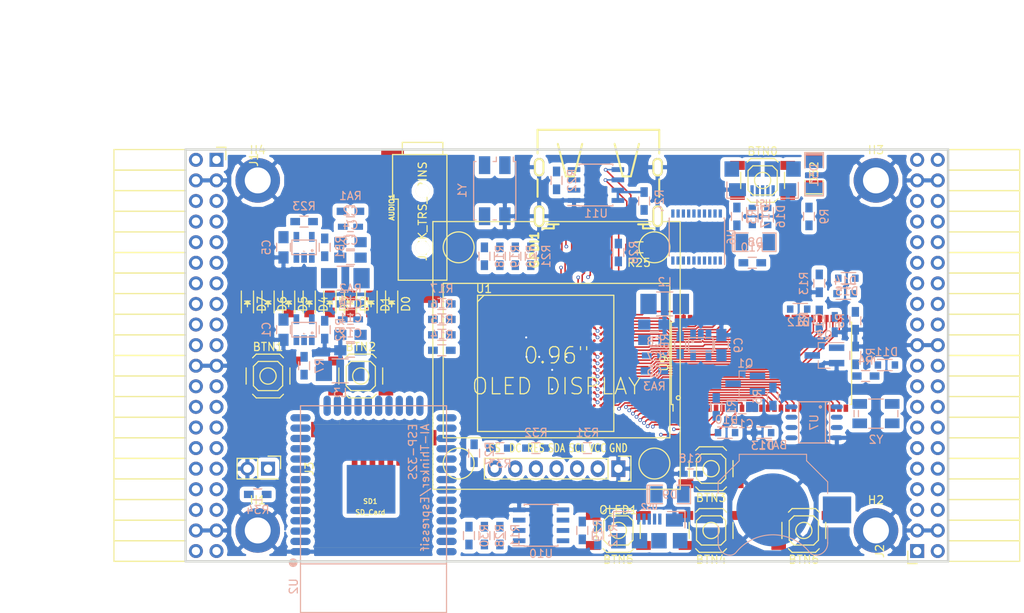
<source format=kicad_pcb>
(kicad_pcb (version 4) (host pcbnew 4.0.5+dfsg1-4)
  (layers (0 F.Cu signal) (1 In1.Cu signal) (2 In2.Cu signal) (31 B.Cu signal) (34 B.Paste user) (35 F.Paste user) (36 B.SilkS user) (37 F.SilkS user) (38 B.Mask user) (39 F.Mask user) (44 Edge.Cuts user))
  (net 0 "")
  (net 1 GND)
  (net 2 +5V)
  (net 3 /gpio/IN5V)
  (net 4 /gpio/OUT5V)
  (net 5 +3V3)
  (net 6 "Net-(L1-Pad1)")
  (net 7 "Net-(L2-Pad1)")
  (net 8 +1V2)
  (net 9 BTN_D)
  (net 10 BTN_F1)
  (net 11 BTN_F2)
  (net 12 BTN_L)
  (net 13 BTN_R)
  (net 14 BTN_U)
  (net 15 /power/FB1)
  (net 16 +2V5)
  (net 17 "Net-(L3-Pad1)")
  (net 18 /power/PWREN)
  (net 19 /power/FB3)
  (net 20 /power/FB2)
  (net 21 "Net-(D9-Pad1)")
  (net 22 /power/VBAT)
  (net 23 JTAG_TDI)
  (net 24 JTAG_TCK)
  (net 25 JTAG_TMS)
  (net 26 JTAG_TDO)
  (net 27 /power/WAKEUPn)
  (net 28 /power/WKUP)
  (net 29 /power/SHUT)
  (net 30 /power/WAKE)
  (net 31 /power/HOLD)
  (net 32 /power/WKn)
  (net 33 /power/OSCI_32k)
  (net 34 /power/OSCO_32k)
  (net 35 FTDI_nSUSPEND)
  (net 36 "Net-(Q2-Pad3)")
  (net 37 SHUTDOWN)
  (net 38 /analog/AUDIO_L)
  (net 39 /analog/AUDIO_R)
  (net 40 GPDI_5V_SCL)
  (net 41 GPDI_5V_SDA)
  (net 42 GPDI_SDA)
  (net 43 GPDI_SCL)
  (net 44 /gpdi/VREF2)
  (net 45 /blinkey/BTNPU)
  (net 46 SD_CMD)
  (net 47 SD_CLK)
  (net 48 SD_D0)
  (net 49 SD_D1)
  (net 50 USB5V)
  (net 51 "Net-(BTN0-Pad1)")
  (net 52 GPDI_CEC)
  (net 53 nRESET)
  (net 54 /usb/FT3V3)
  (net 55 FTDI_nDTR)
  (net 56 SDRAM_CKE)
  (net 57 SDRAM_A7)
  (net 58 SDRAM_D15)
  (net 59 SDRAM_BA1)
  (net 60 SDRAM_D7)
  (net 61 SDRAM_A6)
  (net 62 SDRAM_CLK)
  (net 63 SDRAM_D13)
  (net 64 SDRAM_BA0)
  (net 65 SDRAM_D6)
  (net 66 SDRAM_A5)
  (net 67 SDRAM_D14)
  (net 68 SDRAM_A11)
  (net 69 SDRAM_D12)
  (net 70 SDRAM_D5)
  (net 71 SDRAM_A4)
  (net 72 SDRAM_A10)
  (net 73 SDRAM_D11)
  (net 74 SDRAM_A3)
  (net 75 SDRAM_D4)
  (net 76 SDRAM_D10)
  (net 77 SDRAM_D9)
  (net 78 SDRAM_A9)
  (net 79 SDRAM_D3)
  (net 80 SDRAM_D8)
  (net 81 SDRAM_A8)
  (net 82 SDRAM_A2)
  (net 83 SDRAM_A1)
  (net 84 SDRAM_A0)
  (net 85 SDRAM_D2)
  (net 86 SDRAM_D1)
  (net 87 SDRAM_D0)
  (net 88 SDRAM_DQM0)
  (net 89 SDRAM_nCS)
  (net 90 SDRAM_nRAS)
  (net 91 SDRAM_DQM1)
  (net 92 SDRAM_nCAS)
  (net 93 SDRAM_nWE)
  (net 94 /flash/FLASH_nWP)
  (net 95 /flash/FLASH_nHOLD)
  (net 96 /flash/FLASH_MOSI)
  (net 97 /flash/FLASH_MISO)
  (net 98 /flash/FLASH_SCK)
  (net 99 /flash/FLASH_nCS)
  (net 100 /flash/FPGA_PROGRAMN)
  (net 101 /flash/FPGA_DONE)
  (net 102 /flash/FPGA_INITN)
  (net 103 OLED_RES)
  (net 104 OLED_DC)
  (net 105 OLED_CS)
  (net 106 WIFI_EN)
  (net 107 FTDI_nRTS)
  (net 108 WIFI_GPIO2)
  (net 109 FTDI_TXD)
  (net 110 FTDI_RXD)
  (net 111 WIFI_RXD)
  (net 112 WIFI_GPIO0)
  (net 113 FTDI_nCTS)
  (net 114 WIFI_TXD)
  (net 115 FTDI_nRI)
  (net 116 FTDI_nDCD)
  (net 117 /gpdi/CLK_25MHz)
  (net 118 GPDI_ETH-)
  (net 119 GPDI_ETH+)
  (net 120 GPDI_D2+)
  (net 121 GPDI_D2-)
  (net 122 GPDI_D1+)
  (net 123 GPDI_D1-)
  (net 124 GPDI_D0+)
  (net 125 GPDI_D0-)
  (net 126 GPDI_CLK+)
  (net 127 GPDI_CLK-)
  (net 128 USB_FPGA_D+)
  (net 129 USB_FPGA_D-)
  (net 130 USB_FTDI_D+)
  (net 131 USB_FTDI_D-)
  (net 132 J1_17-)
  (net 133 J1_17+)
  (net 134 J1_23-)
  (net 135 J1_23+)
  (net 136 J1_25-)
  (net 137 J1_25+)
  (net 138 J1_27-)
  (net 139 J1_27+)
  (net 140 J1_29-)
  (net 141 J1_29+)
  (net 142 J1_31-)
  (net 143 J1_31+)
  (net 144 J1_33-)
  (net 145 J1_33+)
  (net 146 J1_35-)
  (net 147 J1_35+)
  (net 148 J2_5-)
  (net 149 J2_5+)
  (net 150 J2_7-)
  (net 151 J2_7+)
  (net 152 J2_9-)
  (net 153 J2_9+)
  (net 154 J2_13-)
  (net 155 J2_13+)
  (net 156 J2_17-)
  (net 157 J2_17+)
  (net 158 J2_11-)
  (net 159 J2_11+)
  (net 160 J2_23-)
  (net 161 J2_23+)
  (net 162 J1_5-)
  (net 163 J1_5+)
  (net 164 J1_7-)
  (net 165 J1_7+)
  (net 166 J1_9-)
  (net 167 J1_9+)
  (net 168 J1_11-)
  (net 169 J1_11+)
  (net 170 J1_13-)
  (net 171 J1_13+)
  (net 172 J1_15-)
  (net 173 J1_15+)
  (net 174 J2_15-)
  (net 175 J2_15+)
  (net 176 J2_25-)
  (net 177 J2_25+)
  (net 178 J2_27-)
  (net 179 J2_27+)
  (net 180 J2_29-)
  (net 181 J2_29+)
  (net 182 J2_31-)
  (net 183 J2_31+)
  (net 184 J2_33-)
  (net 185 J2_33+)
  (net 186 J2_35-)
  (net 187 J2_35+)
  (net 188 SD_D3)
  (net 189 AUDIO_L3)
  (net 190 AUDIO_L2)
  (net 191 AUDIO_L1)
  (net 192 AUDIO_L0)
  (net 193 AUDIO_R3)
  (net 194 AUDIO_R2)
  (net 195 AUDIO_R1)
  (net 196 AUDIO_R0)
  (net 197 FTDI_nDSR)
  (net 198 OLED_CLK)
  (net 199 OLED_MOSI)
  (net 200 WIFI_GPIO15)
  (net 201 LED0)
  (net 202 LED1)
  (net 203 LED2)
  (net 204 LED3)
  (net 205 LED4)
  (net 206 LED5)
  (net 207 LED6)
  (net 208 LED7)
  (module Keystone_3000_1x12mm-CoinCell:Keystone_3000_1x12mm-CoinCell (layer B.Cu) (at 166.49 105.87 180)
    (fp_text reference BAT1 (at 0 8 180) (layer B.SilkS) (effects (justify mirror)))
    (fp_text value CR1225)
    (pad 1 smd rect (at -7.9 0 180) (size 3.5 3.3) (layers B.Cu B.Paste B.Mask) (net 22 /power/VBAT))
    (pad 1 smd rect (at 7.9 0 180) (size 3.5 3.3) (layers B.Cu B.Paste B.Mask) (net 22 /power/VBAT))
    (pad 2 smd circle (at 0 0 180) (size 9 9) (layers B.Cu B.Mask) (net 1 GND))
  )
  (module SMD_Packages:SMD-1206_Pol (layer F.Cu) (at 171.57 64.341 90)
    (fp_text reference D52 (at 0 0 90) (layer F.SilkS))
    (fp_text value 2A)
    (pad 1 smd rect (at -1.651 0 90) (size 1.524 2.032) (layers F.Cu F.Paste F.Mask) (net 4 /gpio/OUT5V))
    (pad 2 smd rect (at 1.651 0 90) (size 1.524 2.032) (layers F.Cu F.Paste F.Mask) (net 2 +5V))
  )
  (module SMD_Packages:SMD-1206_Pol (layer B.Cu) (at 171.57 64.595 270)
    (fp_text reference D51 (at 0 0 270) (layer B.SilkS) (effects (justify mirror)))
    (fp_text value 2A)
    (pad 1 smd rect (at -1.651 0 270) (size 1.524 2.032) (layers B.Cu B.Paste B.Mask) (net 2 +5V))
    (pad 2 smd rect (at 1.651 0 270) (size 1.524 2.032) (layers B.Cu B.Paste B.Mask) (net 3 /gpio/IN5V))
  )
  (module micro-sd:MicroSD_TF02D (layer F.Cu) (at 116.87 110.52 180)
    (fp_text reference SD1 (at 0 5.7 180) (layer F.SilkS) (effects (font (size 0.59944 0.59944) (thickness 0.12446))))
    (fp_text value SD_Card (at 0 4.35 180) (layer F.SilkS) (effects (font (size 0.59944 0.59944) (thickness 0.12446))))
    (pad 1 smd rect (at 1.94 11 180) (size 0.7 1.8) (layers F.Cu F.Paste F.Mask) (net 188 SD_D3))
    (pad 2 smd rect (at 0.84 11 180) (size 0.7 1.8) (layers F.Cu F.Paste F.Mask) (net 46 SD_CMD))
    (pad 3 smd rect (at -0.26 11 180) (size 0.7 1.8) (layers F.Cu F.Paste F.Mask) (net 1 GND))
    (pad 4 smd rect (at -1.36 11 180) (size 0.7 1.8) (layers F.Cu F.Paste F.Mask) (net 5 +3V3))
    (pad 5 smd rect (at -2.46 11 180) (size 0.7 1.8) (layers F.Cu F.Paste F.Mask) (net 47 SD_CLK))
    (pad 6 smd rect (at -3.56 11 180) (size 0.7 1.8) (layers F.Cu F.Paste F.Mask) (net 1 GND))
    (pad 7 smd rect (at -4.66 11 180) (size 0.7 1.8) (layers F.Cu F.Paste F.Mask) (net 48 SD_D0))
    (pad 8 smd rect (at -5.76 11 180) (size 0.7 1.8) (layers F.Cu F.Paste F.Mask) (net 49 SD_D1))
    (pad S smd rect (at -5.05 0.4 180) (size 1.6 1.4) (layers F.Cu F.Paste F.Mask))
    (pad S smd rect (at 0.75 0.4 180) (size 1.8 1.4) (layers F.Cu F.Paste F.Mask))
    (pad G smd rect (at -7.45 13.55 180) (size 1.4 1.9) (layers F.Cu F.Paste F.Mask))
    (pad G smd rect (at 6.6 14.55 180) (size 1.4 1.9) (layers F.Cu F.Paste F.Mask))
  )
  (module Resistors_SMD:R_1210_HandSoldering (layer B.Cu) (at 113.785 77.295)
    (fp_text reference L1 (at 0 2.7) (layer B.SilkS) (effects (justify mirror)))
    (fp_text value 2.2uH)
    (pad 1 smd rect (at -2 0) (size 2 2.5) (layers B.Cu B.Paste B.Mask) (net 6 "Net-(L1-Pad1)"))
    (pad 2 smd rect (at 2 0) (size 2 2.5) (layers B.Cu B.Paste B.Mask) (net 8 +1V2))
  )
  (module TSOT-25:TSOT-25 (layer B.Cu) (at 108.705 73.485 180)
    (fp_text reference U3 (at 0 -0.5 180) (layer B.SilkS) (effects (font (size 0.15 0.15) (thickness 0.0375)) (justify mirror)))
    (fp_text value AP3429A)
    (pad 1 smd rect (at -0.95 -1.3 180) (size 0.7 1.2) (layers B.Cu B.Paste B.Mask) (net 18 /power/PWREN))
    (pad 2 smd rect (at 0 -1.3 180) (size 0.7 1.2) (layers B.Cu B.Paste B.Mask) (net 1 GND))
    (pad 3 smd rect (at 0.95 -1.3 180) (size 0.7 1.2) (layers B.Cu B.Paste B.Mask) (net 6 "Net-(L1-Pad1)"))
    (pad 4 smd rect (at 0.95 1.3 180) (size 0.7 1.2) (layers B.Cu B.Paste B.Mask) (net 2 +5V))
    (pad 5 smd rect (at -0.95 1.3 180) (size 0.7 1.2) (layers B.Cu B.Paste B.Mask) (net 15 /power/FB1))
  )
  (module Resistors_SMD:R_1210_HandSoldering (layer B.Cu) (at 153.155 80.47 180)
    (fp_text reference L2 (at 0 2.7 180) (layer B.SilkS) (effects (justify mirror)))
    (fp_text value 2.2uH)
    (pad 1 smd rect (at -2 0 180) (size 2 2.5) (layers B.Cu B.Paste B.Mask) (net 7 "Net-(L2-Pad1)"))
    (pad 2 smd rect (at 2 0 180) (size 2 2.5) (layers B.Cu B.Paste B.Mask) (net 5 +3V3))
  )
  (module TSOT-25:TSOT-25 (layer B.Cu) (at 157.6 85.52)
    (fp_text reference U4 (at 0 -0.5) (layer B.SilkS) (effects (font (size 0.15 0.15) (thickness 0.0375)) (justify mirror)))
    (fp_text value AP3429A)
    (pad 1 smd rect (at -0.95 -1.3) (size 0.7 1.2) (layers B.Cu B.Paste B.Mask) (net 18 /power/PWREN))
    (pad 2 smd rect (at 0 -1.3) (size 0.7 1.2) (layers B.Cu B.Paste B.Mask) (net 1 GND))
    (pad 3 smd rect (at 0.95 -1.3) (size 0.7 1.2) (layers B.Cu B.Paste B.Mask) (net 7 "Net-(L2-Pad1)"))
    (pad 4 smd rect (at 0.95 1.3) (size 0.7 1.2) (layers B.Cu B.Paste B.Mask) (net 2 +5V))
    (pad 5 smd rect (at -0.95 1.3) (size 0.7 1.2) (layers B.Cu B.Paste B.Mask) (net 19 /power/FB3))
  )
  (module Buttons_Switches_SMD:SW_SPST_SKQG (layer F.Cu) (at 104.26 89.36)
    (fp_text reference BTN1 (at 0 -3.6) (layer F.SilkS))
    (fp_text value FIRE1)
    (pad 1 smd rect (at -3.1 -1.85) (size 1.8 1.1) (layers F.Cu F.Paste F.Mask) (net 45 /blinkey/BTNPU))
    (pad 1 smd rect (at 3.1 -1.85) (size 1.8 1.1) (layers F.Cu F.Paste F.Mask) (net 45 /blinkey/BTNPU))
    (pad 2 smd rect (at -3.1 1.85) (size 1.8 1.1) (layers F.Cu F.Paste F.Mask) (net 10 BTN_F1))
    (pad 2 smd rect (at 3.1 1.85) (size 1.8 1.1) (layers F.Cu F.Paste F.Mask) (net 10 BTN_F1))
  )
  (module Buttons_Switches_SMD:SW_SPST_SKQG (layer F.Cu) (at 115.69 89.36)
    (fp_text reference BTN2 (at 0 -3.6) (layer F.SilkS))
    (fp_text value FIRE2)
    (pad 1 smd rect (at -3.1 -1.85) (size 1.8 1.1) (layers F.Cu F.Paste F.Mask) (net 45 /blinkey/BTNPU))
    (pad 1 smd rect (at 3.1 -1.85) (size 1.8 1.1) (layers F.Cu F.Paste F.Mask) (net 45 /blinkey/BTNPU))
    (pad 2 smd rect (at -3.1 1.85) (size 1.8 1.1) (layers F.Cu F.Paste F.Mask) (net 11 BTN_F2))
    (pad 2 smd rect (at 3.1 1.85) (size 1.8 1.1) (layers F.Cu F.Paste F.Mask) (net 11 BTN_F2))
  )
  (module Buttons_Switches_SMD:SW_SPST_SKQG (layer F.Cu) (at 158.87 100.79 180)
    (fp_text reference BTN3 (at 0 -3.6 180) (layer F.SilkS))
    (fp_text value UP)
    (pad 1 smd rect (at -3.1 -1.85 180) (size 1.8 1.1) (layers F.Cu F.Paste F.Mask) (net 45 /blinkey/BTNPU))
    (pad 1 smd rect (at 3.1 -1.85 180) (size 1.8 1.1) (layers F.Cu F.Paste F.Mask) (net 45 /blinkey/BTNPU))
    (pad 2 smd rect (at -3.1 1.85 180) (size 1.8 1.1) (layers F.Cu F.Paste F.Mask) (net 14 BTN_U))
    (pad 2 smd rect (at 3.1 1.85 180) (size 1.8 1.1) (layers F.Cu F.Paste F.Mask) (net 14 BTN_U))
  )
  (module Buttons_Switches_SMD:SW_SPST_SKQG (layer F.Cu) (at 158.87 108.41 180)
    (fp_text reference BTN4 (at 0 -3.6 180) (layer F.SilkS))
    (fp_text value DOWN)
    (pad 1 smd rect (at -3.1 -1.85 180) (size 1.8 1.1) (layers F.Cu F.Paste F.Mask) (net 45 /blinkey/BTNPU))
    (pad 1 smd rect (at 3.1 -1.85 180) (size 1.8 1.1) (layers F.Cu F.Paste F.Mask) (net 45 /blinkey/BTNPU))
    (pad 2 smd rect (at -3.1 1.85 180) (size 1.8 1.1) (layers F.Cu F.Paste F.Mask) (net 9 BTN_D))
    (pad 2 smd rect (at 3.1 1.85 180) (size 1.8 1.1) (layers F.Cu F.Paste F.Mask) (net 9 BTN_D))
  )
  (module Buttons_Switches_SMD:SW_SPST_SKQG (layer F.Cu) (at 147.44 108.41 180)
    (fp_text reference BTN5 (at 0 -3.6 180) (layer F.SilkS))
    (fp_text value LEFT)
    (pad 1 smd rect (at -3.1 -1.85 180) (size 1.8 1.1) (layers F.Cu F.Paste F.Mask) (net 45 /blinkey/BTNPU))
    (pad 1 smd rect (at 3.1 -1.85 180) (size 1.8 1.1) (layers F.Cu F.Paste F.Mask) (net 45 /blinkey/BTNPU))
    (pad 2 smd rect (at -3.1 1.85 180) (size 1.8 1.1) (layers F.Cu F.Paste F.Mask) (net 12 BTN_L))
    (pad 2 smd rect (at 3.1 1.85 180) (size 1.8 1.1) (layers F.Cu F.Paste F.Mask) (net 12 BTN_L))
  )
  (module Buttons_Switches_SMD:SW_SPST_SKQG (layer F.Cu) (at 170.3 108.41 180)
    (fp_text reference BTN6 (at 0 -3.6 180) (layer F.SilkS))
    (fp_text value RIGHT)
    (pad 1 smd rect (at -3.1 -1.85 180) (size 1.8 1.1) (layers F.Cu F.Paste F.Mask) (net 45 /blinkey/BTNPU))
    (pad 1 smd rect (at 3.1 -1.85 180) (size 1.8 1.1) (layers F.Cu F.Paste F.Mask) (net 45 /blinkey/BTNPU))
    (pad 2 smd rect (at -3.1 1.85 180) (size 1.8 1.1) (layers F.Cu F.Paste F.Mask) (net 13 BTN_R))
    (pad 2 smd rect (at 3.1 1.85 180) (size 1.8 1.1) (layers F.Cu F.Paste F.Mask) (net 13 BTN_R))
  )
  (module LEDs:LED_0805 (layer F.Cu) (at 119.5 80.47 270)
    (fp_text reference D0 (at 0 -1.75 270) (layer F.SilkS))
    (fp_text value LED)
    (pad 2 smd rect (at 1.04902 0 90) (size 1.19888 1.19888) (layers F.Cu F.Paste F.Mask) (net 201 LED0))
    (pad 1 smd rect (at -1.04902 0 90) (size 1.19888 1.19888) (layers F.Cu F.Paste F.Mask) (net 1 GND))
  )
  (module LEDs:LED_0805 (layer F.Cu) (at 116.96 80.47 270)
    (fp_text reference D1 (at 0 -1.75 270) (layer F.SilkS))
    (fp_text value LED)
    (pad 2 smd rect (at 1.04902 0 90) (size 1.19888 1.19888) (layers F.Cu F.Paste F.Mask) (net 202 LED1))
    (pad 1 smd rect (at -1.04902 0 90) (size 1.19888 1.19888) (layers F.Cu F.Paste F.Mask) (net 1 GND))
  )
  (module LEDs:LED_0805 (layer F.Cu) (at 114.42 80.47 270)
    (fp_text reference D2 (at 0 -1.75 270) (layer F.SilkS))
    (fp_text value LED)
    (pad 2 smd rect (at 1.04902 0 90) (size 1.19888 1.19888) (layers F.Cu F.Paste F.Mask) (net 203 LED2))
    (pad 1 smd rect (at -1.04902 0 90) (size 1.19888 1.19888) (layers F.Cu F.Paste F.Mask) (net 1 GND))
  )
  (module LEDs:LED_0805 (layer F.Cu) (at 111.88 80.47 270)
    (fp_text reference D3 (at 0 -1.75 270) (layer F.SilkS))
    (fp_text value LED)
    (pad 2 smd rect (at 1.04902 0 90) (size 1.19888 1.19888) (layers F.Cu F.Paste F.Mask) (net 204 LED3))
    (pad 1 smd rect (at -1.04902 0 90) (size 1.19888 1.19888) (layers F.Cu F.Paste F.Mask) (net 1 GND))
  )
  (module LEDs:LED_0805 (layer F.Cu) (at 109.34 80.47 270)
    (fp_text reference D4 (at 0 -1.75 270) (layer F.SilkS))
    (fp_text value LED)
    (pad 2 smd rect (at 1.04902 0 90) (size 1.19888 1.19888) (layers F.Cu F.Paste F.Mask) (net 205 LED4))
    (pad 1 smd rect (at -1.04902 0 90) (size 1.19888 1.19888) (layers F.Cu F.Paste F.Mask) (net 1 GND))
  )
  (module LEDs:LED_0805 (layer F.Cu) (at 106.8 80.47 270)
    (fp_text reference D5 (at 0 -1.75 270) (layer F.SilkS))
    (fp_text value LED)
    (pad 2 smd rect (at 1.04902 0 90) (size 1.19888 1.19888) (layers F.Cu F.Paste F.Mask) (net 206 LED5))
    (pad 1 smd rect (at -1.04902 0 90) (size 1.19888 1.19888) (layers F.Cu F.Paste F.Mask) (net 1 GND))
  )
  (module LEDs:LED_0805 (layer F.Cu) (at 104.26 80.47 270)
    (fp_text reference D6 (at 0 -1.75 270) (layer F.SilkS))
    (fp_text value LED)
    (pad 2 smd rect (at 1.04902 0 90) (size 1.19888 1.19888) (layers F.Cu F.Paste F.Mask) (net 207 LED6))
    (pad 1 smd rect (at -1.04902 0 90) (size 1.19888 1.19888) (layers F.Cu F.Paste F.Mask) (net 1 GND))
  )
  (module LEDs:LED_0805 (layer F.Cu) (at 101.72 80.47 270)
    (fp_text reference D7 (at 0 -1.75 270) (layer F.SilkS))
    (fp_text value LED)
    (pad 2 smd rect (at 1.04902 0 90) (size 1.19888 1.19888) (layers F.Cu F.Paste F.Mask) (net 208 LED7))
    (pad 1 smd rect (at -1.04902 0 90) (size 1.19888 1.19888) (layers F.Cu F.Paste F.Mask) (net 1 GND))
  )
  (module Resistors_SMD:R_1210_HandSoldering (layer B.Cu) (at 113.15 88.725)
    (fp_text reference L3 (at 0 2.7) (layer B.SilkS) (effects (justify mirror)))
    (fp_text value 2.2uH)
    (pad 1 smd rect (at -2 0) (size 2 2.5) (layers B.Cu B.Paste B.Mask) (net 17 "Net-(L3-Pad1)"))
    (pad 2 smd rect (at 2 0) (size 2 2.5) (layers B.Cu B.Paste B.Mask) (net 16 +2V5))
  )
  (module TSOT-25:TSOT-25 (layer B.Cu) (at 108.705 83.645 180)
    (fp_text reference U5 (at 0 -0.5 180) (layer B.SilkS) (effects (font (size 0.15 0.15) (thickness 0.0375)) (justify mirror)))
    (fp_text value AP3429A)
    (pad 1 smd rect (at -0.95 -1.3 180) (size 0.7 1.2) (layers B.Cu B.Paste B.Mask) (net 18 /power/PWREN))
    (pad 2 smd rect (at 0 -1.3 180) (size 0.7 1.2) (layers B.Cu B.Paste B.Mask) (net 1 GND))
    (pad 3 smd rect (at 0.95 -1.3 180) (size 0.7 1.2) (layers B.Cu B.Paste B.Mask) (net 17 "Net-(L3-Pad1)"))
    (pad 4 smd rect (at 0.95 1.3 180) (size 0.7 1.2) (layers B.Cu B.Paste B.Mask) (net 2 +5V))
    (pad 5 smd rect (at -0.95 1.3 180) (size 0.7 1.2) (layers B.Cu B.Paste B.Mask) (net 20 /power/FB2))
  )
  (module Capacitors_SMD:C_0805_HandSoldering (layer B.Cu) (at 106.165 83.645 270)
    (fp_text reference C1 (at 0 2.1 270) (layer B.SilkS) (effects (justify mirror)))
    (fp_text value 22uF)
    (pad 1 smd rect (at -1.25 0 270) (size 1.5 1.25) (layers B.Cu B.Paste B.Mask) (net 2 +5V))
    (pad 2 smd rect (at 1.25 0 270) (size 1.5 1.25) (layers B.Cu B.Paste B.Mask) (net 1 GND))
  )
  (module Capacitors_SMD:C_0805_HandSoldering (layer B.Cu) (at 114.42 74.755 180)
    (fp_text reference C3 (at 0 2.1 180) (layer B.SilkS) (effects (justify mirror)))
    (fp_text value 22uF)
    (pad 1 smd rect (at -1.25 0 180) (size 1.5 1.25) (layers B.Cu B.Paste B.Mask) (net 8 +1V2))
    (pad 2 smd rect (at 1.25 0 180) (size 1.5 1.25) (layers B.Cu B.Paste B.Mask) (net 1 GND))
  )
  (module Capacitors_SMD:C_0805_HandSoldering (layer B.Cu) (at 114.42 72.85 180)
    (fp_text reference C4 (at 0 2.1 180) (layer B.SilkS) (effects (justify mirror)))
    (fp_text value 22uF)
    (pad 1 smd rect (at -1.25 0 180) (size 1.5 1.25) (layers B.Cu B.Paste B.Mask) (net 8 +1V2))
    (pad 2 smd rect (at 1.25 0 180) (size 1.5 1.25) (layers B.Cu B.Paste B.Mask) (net 1 GND))
  )
  (module Capacitors_SMD:C_0805_HandSoldering (layer B.Cu) (at 106.165 73.485 270)
    (fp_text reference C5 (at 0 2.1 270) (layer B.SilkS) (effects (justify mirror)))
    (fp_text value 22uF)
    (pad 1 smd rect (at -1.25 0 270) (size 1.5 1.25) (layers B.Cu B.Paste B.Mask) (net 2 +5V))
    (pad 2 smd rect (at 1.25 0 270) (size 1.5 1.25) (layers B.Cu B.Paste B.Mask) (net 1 GND))
  )
  (module Capacitors_SMD:C_0805_HandSoldering (layer B.Cu) (at 151.885 84.915)
    (fp_text reference C7 (at 0 2.1) (layer B.SilkS) (effects (justify mirror)))
    (fp_text value 22uF)
    (pad 1 smd rect (at -1.25 0) (size 1.5 1.25) (layers B.Cu B.Paste B.Mask) (net 5 +3V3))
    (pad 2 smd rect (at 1.25 0) (size 1.5 1.25) (layers B.Cu B.Paste B.Mask) (net 1 GND))
  )
  (module Capacitors_SMD:C_0805_HandSoldering (layer B.Cu) (at 151.885 83.01)
    (fp_text reference C8 (at 0 2.1) (layer B.SilkS) (effects (justify mirror)))
    (fp_text value 22uF)
    (pad 1 smd rect (at -1.25 0) (size 1.5 1.25) (layers B.Cu B.Paste B.Mask) (net 5 +3V3))
    (pad 2 smd rect (at 1.25 0) (size 1.5 1.25) (layers B.Cu B.Paste B.Mask) (net 1 GND))
  )
  (module Capacitors_SMD:C_0805_HandSoldering (layer B.Cu) (at 160.14 85.55 90)
    (fp_text reference C9 (at 0 2.1 90) (layer B.SilkS) (effects (justify mirror)))
    (fp_text value 22uF)
    (pad 1 smd rect (at -1.25 0 90) (size 1.5 1.25) (layers B.Cu B.Paste B.Mask) (net 2 +5V))
    (pad 2 smd rect (at 1.25 0 90) (size 1.5 1.25) (layers B.Cu B.Paste B.Mask) (net 1 GND))
  )
  (module Capacitors_SMD:C_0805_HandSoldering (layer B.Cu) (at 114.42 84.28 180)
    (fp_text reference C11 (at 0 2.1 180) (layer B.SilkS) (effects (justify mirror)))
    (fp_text value 22uF)
    (pad 1 smd rect (at -1.25 0 180) (size 1.5 1.25) (layers B.Cu B.Paste B.Mask) (net 16 +2V5))
    (pad 2 smd rect (at 1.25 0 180) (size 1.5 1.25) (layers B.Cu B.Paste B.Mask) (net 1 GND))
  )
  (module Capacitors_SMD:C_0805_HandSoldering (layer B.Cu) (at 114.42 86.185 180)
    (fp_text reference C12 (at 0 2.1 180) (layer B.SilkS) (effects (justify mirror)))
    (fp_text value 22uF)
    (pad 1 smd rect (at -1.25 0 180) (size 1.5 1.25) (layers B.Cu B.Paste B.Mask) (net 16 +2V5))
    (pad 2 smd rect (at 1.25 0 180) (size 1.5 1.25) (layers B.Cu B.Paste B.Mask) (net 1 GND))
  )
  (module SMD_Packages:SMD-1206_Pol (layer B.Cu) (at 164.331 72.85)
    (fp_text reference D8 (at 0 0) (layer B.SilkS) (effects (justify mirror)))
    (fp_text value 2A)
    (pad 1 smd rect (at -1.651 0) (size 1.524 2.032) (layers B.Cu B.Paste B.Mask) (net 2 +5V))
    (pad 2 smd rect (at 1.651 0) (size 1.524 2.032) (layers B.Cu B.Paste B.Mask) (net 50 USB5V))
  )
  (module SMD_Packages:SMD-1206_Pol (layer B.Cu) (at 153.79 103.965)
    (fp_text reference D9 (at 0 0) (layer B.SilkS) (effects (justify mirror)))
    (fp_text value 2A)
    (pad 1 smd rect (at -1.651 0) (size 1.524 2.032) (layers B.Cu B.Paste B.Mask) (net 21 "Net-(D9-Pad1)"))
    (pad 2 smd rect (at 1.651 0) (size 1.524 2.032) (layers B.Cu B.Paste B.Mask) (net 2 +5V))
  )
  (module Power_Integrations:SO-8 (layer B.Cu) (at 171.57 95.075 270)
    (fp_text reference U7 (at 0 0 270) (layer B.SilkS) (effects (justify mirror)))
    (fp_text value PCF8523)
    (pad 1 smd oval (at -1.905 -2.794 270) (size 0.6096 1.4732) (layers B.Cu B.Paste B.Mask) (net 33 /power/OSCI_32k))
    (pad 2 smd oval (at -0.635 -2.794 270) (size 0.6096 1.4732) (layers B.Cu B.Paste B.Mask) (net 34 /power/OSCO_32k))
    (pad 3 smd oval (at 0.635 -2.794 270) (size 0.6096 1.4732) (layers B.Cu B.Paste B.Mask) (net 22 /power/VBAT))
    (pad 4 smd oval (at 1.905 -2.794 270) (size 0.6096 1.4732) (layers B.Cu B.Paste B.Mask) (net 1 GND))
    (pad 5 smd oval (at 1.905 2.794 270) (size 0.6096 1.4732) (layers B.Cu B.Paste B.Mask))
    (pad 6 smd oval (at 0.635 2.794 270) (size 0.6096 1.4732) (layers B.Cu B.Paste B.Mask))
    (pad 7 smd oval (at -0.635 2.794 270) (size 0.6096 1.4732) (layers B.Cu B.Paste B.Mask) (net 27 /power/WAKEUPn))
    (pad 8 smd oval (at -1.905 2.794 270) (size 0.6096 1.4732) (layers B.Cu B.Paste B.Mask) (net 16 +2V5))
  )
  (module Capacitors_SMD:C_0805_HandSoldering (layer B.Cu) (at 162.68 93.17)
    (fp_text reference C13 (at 0 2.1) (layer B.SilkS) (effects (justify mirror)))
    (fp_text value 2.2uF)
    (pad 1 smd rect (at -1.25 0) (size 1.5 1.25) (layers B.Cu B.Paste B.Mask) (net 2 +5V))
    (pad 2 smd rect (at 1.25 0) (size 1.5 1.25) (layers B.Cu B.Paste B.Mask) (net 28 /power/WKUP))
  )
  (module Diodes_SMD:D_0805 (layer B.Cu) (at 160.775 96.345)
    (fp_text reference D10 (at 0 -1.6) (layer B.SilkS) (effects (justify mirror)))
    (fp_text value 1N4148)
    (pad 1 smd rect (at -1.05 0) (size 0.8 0.9) (layers B.Cu B.Paste B.Mask) (net 30 /power/WAKE))
    (pad 2 smd rect (at 1.05 0) (size 0.8 0.9) (layers B.Cu B.Paste B.Mask) (net 28 /power/WKUP))
  )
  (module Diodes_SMD:D_0805 (layer B.Cu) (at 180.48 88)
    (fp_text reference D11 (at 0 -1.6) (layer B.SilkS) (effects (justify mirror)))
    (fp_text value 1N4148)
    (pad 1 smd rect (at -1.05 0) (size 0.8 0.9) (layers B.Cu B.Paste B.Mask) (net 31 /power/HOLD))
    (pad 2 smd rect (at 1.05 0) (size 0.8 0.9) (layers B.Cu B.Paste B.Mask) (net 5 +3V3))
  )
  (module Diodes_SMD:D_0805 (layer B.Cu) (at 175.6 77.295 180)
    (fp_text reference D15 (at 0 -1.6 180) (layer B.SilkS) (effects (justify mirror)))
    (fp_text value BAT42)
    (pad 1 smd rect (at -1.05 0 180) (size 0.8 0.9) (layers B.Cu B.Paste B.Mask) (net 29 /power/SHUT))
    (pad 2 smd rect (at 1.05 0 180) (size 0.8 0.9) (layers B.Cu B.Paste B.Mask) (net 37 SHUTDOWN))
  )
  (module Diodes_SMD:D_0805 (layer B.Cu) (at 169.665 81.105 180)
    (fp_text reference D12 (at 0 -1.6 180) (layer B.SilkS) (effects (justify mirror)))
    (fp_text value 1N4148)
    (pad 1 smd rect (at -1.05 0 180) (size 0.8 0.9) (layers B.Cu B.Paste B.Mask) (net 18 /power/PWREN))
    (pad 2 smd rect (at 1.05 0 180) (size 0.8 0.9) (layers B.Cu B.Paste B.Mask) (net 35 FTDI_nSUSPEND))
  )
  (module usb_otg:USB-MICRO-B-FCI-10118192-0001LF (layer B.Cu) (at 165.22 63.825)
    (fp_text reference US1 (at 0 4.2) (layer B.SilkS) (effects (font (size 0.7 0.7)) (justify mirror)))
    (fp_text value USB_FTDI hide)
    (pad 6 smd rect (at -3.1 2.55) (size 2.1 1.6) (layers B.Cu B.Paste B.Mask) (net 1 GND))
    (pad 6 smd rect (at 3.1 2.55) (size 2.1 1.6) (layers B.Cu B.Paste B.Mask) (net 1 GND))
    (pad "" smd rect (at -1.2 0) (size 1.9 1.9) (layers B.Cu B.Paste B.Mask))
    (pad "" smd rect (at 1.2 0) (size 1.9 1.9) (layers B.Cu B.Paste B.Mask))
    (pad 1 smd rect (at -1.3 2.675) (size 0.4 1.35) (layers B.Cu B.Paste B.Mask) (net 50 USB5V))
    (pad 2 smd rect (at -0.65 2.675) (size 0.4 1.35) (layers B.Cu B.Paste B.Mask) (net 131 USB_FTDI_D-))
    (pad 3 smd rect (at 0 2.675) (size 0.4 1.35) (layers B.Cu B.Paste B.Mask) (net 130 USB_FTDI_D+))
    (pad 4 smd rect (at 0.65 2.675) (size 0.4 1.35) (layers B.Cu B.Paste B.Mask))
    (pad 5 smd rect (at 1.3 2.675) (size 0.4 1.35) (layers B.Cu B.Paste B.Mask) (net 1 GND))
    (pad "" smd rect (at -3.8 0) (size 1.8 1.9) (layers B.Cu B.Paste B.Mask))
    (pad "" smd rect (at 3.8 0) (size 1.8 1.9) (layers B.Cu B.Paste B.Mask))
  )
  (module usb_otg:USB-MICRO-B-FCI-10118192-0001LF (layer B.Cu) (at 151.25 109.68 180)
    (fp_text reference US2 (at 0 4.2 180) (layer B.SilkS) (effects (font (size 0.7 0.7)) (justify mirror)))
    (fp_text value USB_FPGA hide)
    (pad 6 smd rect (at -3.1 2.55 180) (size 2.1 1.6) (layers B.Cu B.Paste B.Mask) (net 1 GND))
    (pad 6 smd rect (at 3.1 2.55 180) (size 2.1 1.6) (layers B.Cu B.Paste B.Mask) (net 1 GND))
    (pad "" smd rect (at -1.2 0 180) (size 1.9 1.9) (layers B.Cu B.Paste B.Mask))
    (pad "" smd rect (at 1.2 0 180) (size 1.9 1.9) (layers B.Cu B.Paste B.Mask))
    (pad 1 smd rect (at -1.3 2.675 180) (size 0.4 1.35) (layers B.Cu B.Paste B.Mask) (net 21 "Net-(D9-Pad1)"))
    (pad 2 smd rect (at -0.65 2.675 180) (size 0.4 1.35) (layers B.Cu B.Paste B.Mask) (net 129 USB_FPGA_D-))
    (pad 3 smd rect (at 0 2.675 180) (size 0.4 1.35) (layers B.Cu B.Paste B.Mask) (net 128 USB_FPGA_D+))
    (pad 4 smd rect (at 0.65 2.675 180) (size 0.4 1.35) (layers B.Cu B.Paste B.Mask))
    (pad 5 smd rect (at 1.3 2.675 180) (size 0.4 1.35) (layers B.Cu B.Paste B.Mask) (net 1 GND))
    (pad "" smd rect (at -3.8 0 180) (size 1.8 1.9) (layers B.Cu B.Paste B.Mask))
    (pad "" smd rect (at 3.8 0 180) (size 1.8 1.9) (layers B.Cu B.Paste B.Mask))
  )
  (module audio-jack:CUI_SJ-43516-SMT (layer F.Cu) (at 123.31 69.04 270)
    (fp_text reference AUDIO1 (at -0.5 3.8 270) (layer F.SilkS) (effects (font (size 0.6096 0.6096) (thickness 0.1524))))
    (fp_text value JACK_TRS_6PINS (at 0 0 270) (layer F.SilkS))
    (pad 1 smd rect (at -6.4 3.7 270) (size 2.2 2.8) (layers F.Cu F.Paste F.Mask) (net 38 /analog/AUDIO_L))
    (pad 4 smd rect (at -3.6 3.7 270) (size 2.2 2.8) (layers F.Cu F.Paste F.Mask))
    (pad 2 smd rect (at 5.8 3.7 270) (size 2.8 2.8) (layers F.Cu F.Paste F.Mask) (net 1 GND))
    (pad 5 smd rect (at 9.9 -0.75 270) (size 2.8 2.8) (layers F.Cu F.Paste F.Mask))
    (pad 3 smd rect (at -1.7 -3.7 270) (size 2 2.8) (layers F.Cu F.Paste F.Mask) (net 39 /analog/AUDIO_R))
    (pad 6 smd rect (at -4.5 -3.7 270) (size 2 2.8) (layers F.Cu F.Paste F.Mask))
    (pad "" np_thru_hole circle (at -2.5 0 270) (size 1.7 1.7) (drill 1.7) (layers *.Cu *.Mask F.SilkS) (clearance 0.4))
    (pad "" np_thru_hole circle (at 4.5 0 270) (size 1.7 1.7) (drill 1.7) (layers *.Cu *.Mask F.SilkS) (clearance 0.4))
  )
  (module TSOP54:TSOP54 (layer F.Cu) (at 165.08 87.8 90)
    (fp_text reference U9 (at 0 -12 90) (layer F.SilkS))
    (fp_text value MT48LC16M16A2TG)
    (pad 28 smd rect (at 5.53 10.4 90) (size 0.9 0.56) (layers F.Cu F.Paste F.Mask) (net 1 GND))
    (pad 1 smd rect (at -5.53 -10.4 90) (size 0.9 0.56) (layers F.Cu F.Paste F.Mask) (net 5 +3V3))
    (pad 2 smd rect (at -5.53 -9.6 90) (size 0.9 0.56) (layers F.Cu F.Paste F.Mask) (net 87 SDRAM_D0))
    (pad 3 smd rect (at -5.53 -8.8 90) (size 0.9 0.56) (layers F.Cu F.Paste F.Mask) (net 5 +3V3))
    (pad 4 smd rect (at -5.53 -8 90) (size 0.9 0.56) (layers F.Cu F.Paste F.Mask) (net 86 SDRAM_D1))
    (pad 5 smd rect (at -5.53 -7.2 90) (size 0.9 0.56) (layers F.Cu F.Paste F.Mask) (net 85 SDRAM_D2))
    (pad 6 smd rect (at -5.53 -6.4 90) (size 0.9 0.56) (layers F.Cu F.Paste F.Mask) (net 1 GND))
    (pad 7 smd rect (at -5.53 -5.6 90) (size 0.9 0.56) (layers F.Cu F.Paste F.Mask) (net 79 SDRAM_D3))
    (pad 8 smd rect (at -5.53 -4.8 90) (size 0.9 0.56) (layers F.Cu F.Paste F.Mask) (net 75 SDRAM_D4))
    (pad 9 smd rect (at -5.53 -4 90) (size 0.9 0.56) (layers F.Cu F.Paste F.Mask) (net 5 +3V3))
    (pad 10 smd rect (at -5.53 -3.2 90) (size 0.9 0.56) (layers F.Cu F.Paste F.Mask) (net 70 SDRAM_D5))
    (pad 11 smd rect (at -5.53 -2.4 90) (size 0.9 0.56) (layers F.Cu F.Paste F.Mask) (net 65 SDRAM_D6))
    (pad 12 smd rect (at -5.53 -1.6 90) (size 0.9 0.56) (layers F.Cu F.Paste F.Mask) (net 1 GND))
    (pad 13 smd rect (at -5.53 -0.8 90) (size 0.9 0.56) (layers F.Cu F.Paste F.Mask) (net 60 SDRAM_D7))
    (pad 14 smd rect (at -5.53 0 90) (size 0.9 0.56) (layers F.Cu F.Paste F.Mask) (net 5 +3V3))
    (pad 15 smd rect (at -5.53 0.8 90) (size 0.9 0.56) (layers F.Cu F.Paste F.Mask) (net 88 SDRAM_DQM0))
    (pad 16 smd rect (at -5.53 1.6 90) (size 0.9 0.56) (layers F.Cu F.Paste F.Mask) (net 93 SDRAM_nWE))
    (pad 17 smd rect (at -5.53 2.4 90) (size 0.9 0.56) (layers F.Cu F.Paste F.Mask) (net 92 SDRAM_nCAS))
    (pad 18 smd rect (at -5.53 3.2 90) (size 0.9 0.56) (layers F.Cu F.Paste F.Mask) (net 90 SDRAM_nRAS))
    (pad 19 smd rect (at -5.53 4 90) (size 0.9 0.56) (layers F.Cu F.Paste F.Mask) (net 89 SDRAM_nCS))
    (pad 20 smd rect (at -5.53 4.8 90) (size 0.9 0.56) (layers F.Cu F.Paste F.Mask) (net 64 SDRAM_BA0))
    (pad 21 smd rect (at -5.53 5.6 90) (size 0.9 0.56) (layers F.Cu F.Paste F.Mask) (net 59 SDRAM_BA1))
    (pad 22 smd rect (at -5.53 6.4 90) (size 0.9 0.56) (layers F.Cu F.Paste F.Mask) (net 72 SDRAM_A10))
    (pad 23 smd rect (at -5.53 7.2 90) (size 0.9 0.56) (layers F.Cu F.Paste F.Mask) (net 84 SDRAM_A0))
    (pad 24 smd rect (at -5.53 8 90) (size 0.9 0.56) (layers F.Cu F.Paste F.Mask) (net 83 SDRAM_A1))
    (pad 25 smd rect (at -5.53 8.8 90) (size 0.9 0.56) (layers F.Cu F.Paste F.Mask) (net 82 SDRAM_A2))
    (pad 26 smd rect (at -5.53 9.6 90) (size 0.9 0.56) (layers F.Cu F.Paste F.Mask) (net 74 SDRAM_A3))
    (pad 27 smd rect (at -5.53 10.4 90) (size 0.9 0.56) (layers F.Cu F.Paste F.Mask) (net 5 +3V3))
    (pad 29 smd rect (at 5.53 9.6 90) (size 0.9 0.56) (layers F.Cu F.Paste F.Mask) (net 71 SDRAM_A4))
    (pad 30 smd rect (at 5.53 8.8 90) (size 0.9 0.56) (layers F.Cu F.Paste F.Mask) (net 66 SDRAM_A5))
    (pad 31 smd rect (at 5.53 8 90) (size 0.9 0.56) (layers F.Cu F.Paste F.Mask) (net 61 SDRAM_A6))
    (pad 32 smd rect (at 5.53 7.2 90) (size 0.9 0.56) (layers F.Cu F.Paste F.Mask) (net 57 SDRAM_A7))
    (pad 33 smd rect (at 5.53 6.4 90) (size 0.9 0.56) (layers F.Cu F.Paste F.Mask) (net 81 SDRAM_A8))
    (pad 34 smd rect (at 5.53 5.6 90) (size 0.9 0.56) (layers F.Cu F.Paste F.Mask) (net 78 SDRAM_A9))
    (pad 35 smd rect (at 5.53 4.8 90) (size 0.9 0.56) (layers F.Cu F.Paste F.Mask) (net 68 SDRAM_A11))
    (pad 36 smd rect (at 5.53 4 90) (size 0.9 0.56) (layers F.Cu F.Paste F.Mask))
    (pad 37 smd rect (at 5.53 3.2 90) (size 0.9 0.56) (layers F.Cu F.Paste F.Mask) (net 56 SDRAM_CKE))
    (pad 38 smd rect (at 5.53 2.4 90) (size 0.9 0.56) (layers F.Cu F.Paste F.Mask) (net 62 SDRAM_CLK))
    (pad 39 smd rect (at 5.53 1.6 90) (size 0.9 0.56) (layers F.Cu F.Paste F.Mask) (net 91 SDRAM_DQM1))
    (pad 40 smd rect (at 5.53 0.8 90) (size 0.9 0.56) (layers F.Cu F.Paste F.Mask))
    (pad 41 smd rect (at 5.53 0 90) (size 0.9 0.56) (layers F.Cu F.Paste F.Mask) (net 1 GND))
    (pad 42 smd rect (at 5.53 -0.8 90) (size 0.9 0.56) (layers F.Cu F.Paste F.Mask) (net 80 SDRAM_D8))
    (pad 43 smd rect (at 5.53 -1.6 90) (size 0.9 0.56) (layers F.Cu F.Paste F.Mask) (net 5 +3V3))
    (pad 44 smd rect (at 5.53 -2.4 90) (size 0.9 0.56) (layers F.Cu F.Paste F.Mask) (net 77 SDRAM_D9))
    (pad 45 smd rect (at 5.53 -3.2 90) (size 0.9 0.56) (layers F.Cu F.Paste F.Mask) (net 76 SDRAM_D10))
    (pad 46 smd rect (at 5.53 -4 90) (size 0.9 0.56) (layers F.Cu F.Paste F.Mask) (net 1 GND))
    (pad 47 smd rect (at 5.53 -4.8 90) (size 0.9 0.56) (layers F.Cu F.Paste F.Mask) (net 73 SDRAM_D11))
    (pad 48 smd rect (at 5.53 -5.6 90) (size 0.9 0.56) (layers F.Cu F.Paste F.Mask) (net 69 SDRAM_D12))
    (pad 49 smd rect (at 5.53 -6.4 90) (size 0.9 0.56) (layers F.Cu F.Paste F.Mask) (net 5 +3V3))
    (pad 50 smd rect (at 5.53 -7.2 90) (size 0.9 0.56) (layers F.Cu F.Paste F.Mask) (net 63 SDRAM_D13))
    (pad 51 smd rect (at 5.53 -8 90) (size 0.9 0.56) (layers F.Cu F.Paste F.Mask) (net 67 SDRAM_D14))
    (pad 52 smd rect (at 5.53 -8.8 90) (size 0.9 0.56) (layers F.Cu F.Paste F.Mask) (net 1 GND))
    (pad 53 smd rect (at 5.53 -9.6 90) (size 0.9 0.56) (layers F.Cu F.Paste F.Mask) (net 58 SDRAM_D15))
    (pad 54 smd rect (at 5.53 -10.4 90) (size 0.9 0.56) (layers F.Cu F.Paste F.Mask) (net 1 GND))
  )
  (module TO_SOT_Packages_SMD:SOT-23_Handsoldering (layer B.Cu) (at 163.085 90.31 180)
    (fp_text reference Q1 (at 0 2.5 180) (layer B.SilkS) (effects (justify mirror)))
    (fp_text value BC857)
    (pad 1 smd rect (at -1.5 0.95 180) (size 1.9 0.8) (layers B.Cu B.Paste B.Mask) (net 32 /power/WKn))
    (pad 2 smd rect (at -1.5 -0.95 180) (size 1.9 0.8) (layers B.Cu B.Paste B.Mask) (net 2 +5V))
    (pad 3 smd rect (at 1.5 0 180) (size 1.9 0.8) (layers B.Cu B.Paste B.Mask) (net 28 /power/WKUP))
  )
  (module TO_SOT_Packages_SMD:SOT-23_Handsoldering (layer B.Cu) (at 172.84 86.82 180)
    (fp_text reference Q2 (at 0 2.5 180) (layer B.SilkS) (effects (justify mirror)))
    (fp_text value 2N7002)
    (pad 1 smd rect (at -1.5 0.95 180) (size 1.9 0.8) (layers B.Cu B.Paste B.Mask) (net 29 /power/SHUT))
    (pad 2 smd rect (at -1.5 -0.95 180) (size 1.9 0.8) (layers B.Cu B.Paste B.Mask) (net 1 GND))
    (pad 3 smd rect (at 1.5 0 180) (size 1.9 0.8) (layers B.Cu B.Paste B.Mask) (net 36 "Net-(Q2-Pad3)"))
  )
  (module Capacitors_SMD:C_0603_HandSoldering (layer B.Cu) (at 114.42 70.945 180)
    (fp_text reference C2 (at 0 1.9 180) (layer B.SilkS) (effects (justify mirror)))
    (fp_text value 470pF)
    (pad 1 smd rect (at -0.95 0 180) (size 1.2 0.75) (layers B.Cu B.Paste B.Mask) (net 8 +1V2))
    (pad 2 smd rect (at 0.95 0 180) (size 1.2 0.75) (layers B.Cu B.Paste B.Mask) (net 15 /power/FB1))
  )
  (module Capacitors_SMD:C_0603_HandSoldering (layer B.Cu) (at 151.885 86.82)
    (fp_text reference C6 (at 0 1.9) (layer B.SilkS) (effects (justify mirror)))
    (fp_text value 470pF)
    (pad 1 smd rect (at -0.95 0) (size 1.2 0.75) (layers B.Cu B.Paste B.Mask) (net 5 +3V3))
    (pad 2 smd rect (at 0.95 0) (size 1.2 0.75) (layers B.Cu B.Paste B.Mask) (net 19 /power/FB3))
  )
  (module Capacitors_SMD:C_0603_HandSoldering (layer B.Cu) (at 114.42 82.375 180)
    (fp_text reference C10 (at 0 1.9 180) (layer B.SilkS) (effects (justify mirror)))
    (fp_text value 470pF)
    (pad 1 smd rect (at -0.95 0 180) (size 1.2 0.75) (layers B.Cu B.Paste B.Mask) (net 16 +2V5))
    (pad 2 smd rect (at 0.95 0 180) (size 1.2 0.75) (layers B.Cu B.Paste B.Mask) (net 20 /power/FB2))
  )
  (module Capacitors_SMD:C_0603_HandSoldering (layer B.Cu) (at 174.11 83.01 270)
    (fp_text reference C14 (at 0 1.9 270) (layer B.SilkS) (effects (justify mirror)))
    (fp_text value 100nF)
    (pad 1 smd rect (at -0.95 0 270) (size 1.2 0.75) (layers B.Cu B.Paste B.Mask) (net 29 /power/SHUT))
    (pad 2 smd rect (at 0.95 0 270) (size 1.2 0.75) (layers B.Cu B.Paste B.Mask) (net 1 GND))
  )
  (module Resistors_SMD:R_0603_HandSoldering (layer B.Cu) (at 159.505 93.17 90)
    (fp_text reference R1 (at 0 1.9 90) (layer B.SilkS) (effects (justify mirror)))
    (fp_text value 15k)
    (pad 1 smd rect (at -1.1 0 90) (size 1.2 0.9) (layers B.Cu B.Paste B.Mask) (net 30 /power/WAKE))
    (pad 2 smd rect (at 1.1 0 90) (size 1.2 0.9) (layers B.Cu B.Paste B.Mask) (net 18 /power/PWREN))
  )
  (module Resistors_SMD:R_0603_HandSoldering (layer B.Cu) (at 176.65 86.82 90)
    (fp_text reference R2 (at 0 1.9 90) (layer B.SilkS) (effects (justify mirror)))
    (fp_text value 47k)
    (pad 1 smd rect (at -1.1 0 90) (size 1.2 0.9) (layers B.Cu B.Paste B.Mask) (net 18 /power/PWREN))
    (pad 2 smd rect (at 1.1 0 90) (size 1.2 0.9) (layers B.Cu B.Paste B.Mask) (net 1 GND))
  )
  (module Resistors_SMD:R_0603_HandSoldering (layer B.Cu) (at 177.92 89.36 180)
    (fp_text reference R4 (at 0 1.9 180) (layer B.SilkS) (effects (justify mirror)))
    (fp_text value 15k)
    (pad 1 smd rect (at -1.1 0 180) (size 1.2 0.9) (layers B.Cu B.Paste B.Mask) (net 31 /power/HOLD))
    (pad 2 smd rect (at 1.1 0 180) (size 1.2 0.9) (layers B.Cu B.Paste B.Mask) (net 18 /power/PWREN))
  )
  (module Resistors_SMD:R_0603_HandSoldering (layer B.Cu) (at 176.65 82.545 270)
    (fp_text reference R5 (at 0 1.9 270) (layer B.SilkS) (effects (justify mirror)))
    (fp_text value 4.7M)
    (pad 1 smd rect (at -1.1 0 270) (size 1.2 0.9) (layers B.Cu B.Paste B.Mask) (net 29 /power/SHUT))
    (pad 2 smd rect (at 1.1 0 270) (size 1.2 0.9) (layers B.Cu B.Paste B.Mask) (net 1 GND))
  )
  (module Resistors_SMD:R_0603_HandSoldering (layer B.Cu) (at 166.49 91.9 270)
    (fp_text reference R6 (at 0 1.9 270) (layer B.SilkS) (effects (justify mirror)))
    (fp_text value 1k)
    (pad 1 smd rect (at -1.1 0 270) (size 1.2 0.9) (layers B.Cu B.Paste B.Mask) (net 32 /power/WKn))
    (pad 2 smd rect (at 1.1 0 270) (size 1.2 0.9) (layers B.Cu B.Paste B.Mask) (net 27 /power/WAKEUPn))
  )
  (module Resistors_SMD:R_0603_HandSoldering (layer B.Cu) (at 108.705 88.09 90)
    (fp_text reference R7 (at 0 1.9 90) (layer B.SilkS) (effects (justify mirror)))
    (fp_text value 220)
    (pad 1 smd rect (at -1.1 0 90) (size 1.2 0.9) (layers B.Cu B.Paste B.Mask) (net 5 +3V3))
    (pad 2 smd rect (at 1.1 0 90) (size 1.2 0.9) (layers B.Cu B.Paste B.Mask) (net 45 /blinkey/BTNPU))
  )
  (module Resistors_SMD:R_0603_HandSoldering (layer B.Cu) (at 172.205 82.375 270)
    (fp_text reference R8 (at 0 1.9 270) (layer B.SilkS) (effects (justify mirror)))
    (fp_text value 1k)
    (pad 1 smd rect (at -1.1 0 270) (size 1.2 0.9) (layers B.Cu B.Paste B.Mask) (net 18 /power/PWREN))
    (pad 2 smd rect (at 1.1 0 270) (size 1.2 0.9) (layers B.Cu B.Paste B.Mask) (net 36 "Net-(Q2-Pad3)"))
  )
  (module Resistors_SMD:R_0603_HandSoldering (layer B.Cu) (at 170.935 69.675 90)
    (fp_text reference R9 (at 0 1.9 90) (layer B.SilkS) (effects (justify mirror)))
    (fp_text value 15k)
    (pad 1 smd rect (at -1.1 0 90) (size 1.2 0.9) (layers B.Cu B.Paste B.Mask) (net 53 nRESET))
    (pad 2 smd rect (at 1.1 0 90) (size 1.2 0.9) (layers B.Cu B.Paste B.Mask) (net 54 /usb/FT3V3))
  )
  (module Resistors_SMD:R_0603_HandSoldering (layer B.Cu) (at 163.95 75.39 180)
    (fp_text reference R10 (at 0 1.9 180) (layer B.SilkS) (effects (justify mirror)))
    (fp_text value 220)
    (pad 1 smd rect (at -1.1 0 180) (size 1.2 0.9) (layers B.Cu B.Paste B.Mask) (net 35 FTDI_nSUSPEND))
    (pad 2 smd rect (at 1.1 0 180) (size 1.2 0.9) (layers B.Cu B.Paste B.Mask) (net 55 FTDI_nDTR))
  )
  (module Resistors_SMD:R_0603_HandSoldering (layer B.Cu) (at 172.205 77.93 270)
    (fp_text reference R13 (at 0 1.9 270) (layer B.SilkS) (effects (justify mirror)))
    (fp_text value 15k)
    (pad 1 smd rect (at -1.1 0 270) (size 1.2 0.9) (layers B.Cu B.Paste B.Mask) (net 37 SHUTDOWN))
    (pad 2 smd rect (at 1.1 0 270) (size 1.2 0.9) (layers B.Cu B.Paste B.Mask) (net 1 GND))
  )
  (module Resistors_SMD:R_0603_HandSoldering (layer B.Cu) (at 114.42 69.04 180)
    (fp_text reference RA1 (at 0 1.9 180) (layer B.SilkS) (effects (justify mirror)))
    (fp_text value 15k)
    (pad 1 smd rect (at -1.1 0 180) (size 1.2 0.9) (layers B.Cu B.Paste B.Mask) (net 8 +1V2))
    (pad 2 smd rect (at 1.1 0 180) (size 1.2 0.9) (layers B.Cu B.Paste B.Mask) (net 15 /power/FB1))
  )
  (module Resistors_SMD:R_0603_HandSoldering (layer B.Cu) (at 114.42 80.47 180)
    (fp_text reference RA2 (at 0 1.9 180) (layer B.SilkS) (effects (justify mirror)))
    (fp_text value 15k)
    (pad 1 smd rect (at -1.1 0 180) (size 1.2 0.9) (layers B.Cu B.Paste B.Mask) (net 16 +2V5))
    (pad 2 smd rect (at 1.1 0 180) (size 1.2 0.9) (layers B.Cu B.Paste B.Mask) (net 20 /power/FB2))
  )
  (module Resistors_SMD:R_0603_HandSoldering (layer B.Cu) (at 151.885 88.725)
    (fp_text reference RA3 (at 0 1.9) (layer B.SilkS) (effects (justify mirror)))
    (fp_text value 15k)
    (pad 1 smd rect (at -1.1 0) (size 1.2 0.9) (layers B.Cu B.Paste B.Mask) (net 5 +3V3))
    (pad 2 smd rect (at 1.1 0) (size 1.2 0.9) (layers B.Cu B.Paste B.Mask) (net 19 /power/FB3))
  )
  (module Resistors_SMD:R_0603_HandSoldering (layer B.Cu) (at 111.245 73.485 90)
    (fp_text reference RB1 (at 0 1.9 90) (layer B.SilkS) (effects (justify mirror)))
    (fp_text value 15k)
    (pad 1 smd rect (at -1.1 0 90) (size 1.2 0.9) (layers B.Cu B.Paste B.Mask) (net 1 GND))
    (pad 2 smd rect (at 1.1 0 90) (size 1.2 0.9) (layers B.Cu B.Paste B.Mask) (net 15 /power/FB1))
  )
  (module Resistors_SMD:R_0603_HandSoldering (layer B.Cu) (at 111.245 83.645 90)
    (fp_text reference RB2 (at 0 1.9 90) (layer B.SilkS) (effects (justify mirror)))
    (fp_text value 4.7k)
    (pad 1 smd rect (at -1.1 0 90) (size 1.2 0.9) (layers B.Cu B.Paste B.Mask) (net 1 GND))
    (pad 2 smd rect (at 1.1 0 90) (size 1.2 0.9) (layers B.Cu B.Paste B.Mask) (net 20 /power/FB2))
  )
  (module Resistors_SMD:R_0603_HandSoldering (layer B.Cu) (at 155.06 85.55 270)
    (fp_text reference RB3 (at 0 1.9 270) (layer B.SilkS) (effects (justify mirror)))
    (fp_text value 3.3k)
    (pad 1 smd rect (at -1.1 0 270) (size 1.2 0.9) (layers B.Cu B.Paste B.Mask) (net 1 GND))
    (pad 2 smd rect (at 1.1 0 270) (size 1.2 0.9) (layers B.Cu B.Paste B.Mask) (net 19 /power/FB3))
  )
  (module Resistors_SMD:R_0603_HandSoldering (layer B.Cu) (at 125.682 86.185 180)
    (fp_text reference R14 (at 0 1.9 180) (layer B.SilkS) (effects (justify mirror)))
    (fp_text value 800)
    (pad 1 smd rect (at -1.1 0 180) (size 1.2 0.9) (layers B.Cu B.Paste B.Mask) (net 189 AUDIO_L3))
    (pad 2 smd rect (at 1.1 0 180) (size 1.2 0.9) (layers B.Cu B.Paste B.Mask) (net 38 /analog/AUDIO_L))
  )
  (module Resistors_SMD:R_0603_HandSoldering (layer B.Cu) (at 125.682 84.279 180)
    (fp_text reference R15 (at 0 1.9 180) (layer B.SilkS) (effects (justify mirror)))
    (fp_text value 400)
    (pad 1 smd rect (at -1.1 0 180) (size 1.2 0.9) (layers B.Cu B.Paste B.Mask) (net 190 AUDIO_L2))
    (pad 2 smd rect (at 1.1 0 180) (size 1.2 0.9) (layers B.Cu B.Paste B.Mask) (net 38 /analog/AUDIO_L))
  )
  (module Resistors_SMD:R_0603_HandSoldering (layer B.Cu) (at 125.682 82.375 180)
    (fp_text reference R16 (at 0 1.9 180) (layer B.SilkS) (effects (justify mirror)))
    (fp_text value 200)
    (pad 1 smd rect (at -1.1 0 180) (size 1.2 0.9) (layers B.Cu B.Paste B.Mask) (net 191 AUDIO_L1))
    (pad 2 smd rect (at 1.1 0 180) (size 1.2 0.9) (layers B.Cu B.Paste B.Mask) (net 38 /analog/AUDIO_L))
  )
  (module Resistors_SMD:R_0603_HandSoldering (layer B.Cu) (at 125.682 80.47 180)
    (fp_text reference R17 (at 0 1.9 180) (layer B.SilkS) (effects (justify mirror)))
    (fp_text value 100)
    (pad 1 smd rect (at -1.1 0 180) (size 1.2 0.9) (layers B.Cu B.Paste B.Mask) (net 192 AUDIO_L0))
    (pad 2 smd rect (at 1.1 0 180) (size 1.2 0.9) (layers B.Cu B.Paste B.Mask) (net 38 /analog/AUDIO_L))
  )
  (module Resistors_SMD:R_0603_HandSoldering (layer B.Cu) (at 130.93 74.587 90)
    (fp_text reference R18 (at 0 1.9 90) (layer B.SilkS) (effects (justify mirror)))
    (fp_text value 800)
    (pad 1 smd rect (at -1.1 0 90) (size 1.2 0.9) (layers B.Cu B.Paste B.Mask) (net 193 AUDIO_R3))
    (pad 2 smd rect (at 1.1 0 90) (size 1.2 0.9) (layers B.Cu B.Paste B.Mask) (net 39 /analog/AUDIO_R))
  )
  (module Resistors_SMD:R_0603_HandSoldering (layer B.Cu) (at 132.835 74.587 90)
    (fp_text reference R19 (at 0 1.9 90) (layer B.SilkS) (effects (justify mirror)))
    (fp_text value 400)
    (pad 1 smd rect (at -1.1 0 90) (size 1.2 0.9) (layers B.Cu B.Paste B.Mask) (net 194 AUDIO_R2))
    (pad 2 smd rect (at 1.1 0 90) (size 1.2 0.9) (layers B.Cu B.Paste B.Mask) (net 39 /analog/AUDIO_R))
  )
  (module Resistors_SMD:R_0603_HandSoldering (layer B.Cu) (at 134.74 74.587 90)
    (fp_text reference R20 (at 0 1.9 90) (layer B.SilkS) (effects (justify mirror)))
    (fp_text value 200)
    (pad 1 smd rect (at -1.1 0 90) (size 1.2 0.9) (layers B.Cu B.Paste B.Mask) (net 195 AUDIO_R1))
    (pad 2 smd rect (at 1.1 0 90) (size 1.2 0.9) (layers B.Cu B.Paste B.Mask) (net 39 /analog/AUDIO_R))
  )
  (module Resistors_SMD:R_0603_HandSoldering (layer B.Cu) (at 136.645 74.587 90)
    (fp_text reference R21 (at 0 1.9 90) (layer B.SilkS) (effects (justify mirror)))
    (fp_text value 100)
    (pad 1 smd rect (at -1.1 0 90) (size 1.2 0.9) (layers B.Cu B.Paste B.Mask) (net 196 AUDIO_R0))
    (pad 2 smd rect (at 1.1 0 90) (size 1.2 0.9) (layers B.Cu B.Paste B.Mask) (net 39 /analog/AUDIO_R))
  )
  (module lfe5bg381:BGA-381_pitch0.8mm_dia0.4mm (layer F.Cu) (at 138.48 87.8)
    (fp_text reference U1 (at -7.6 -9.2) (layer F.SilkS))
    (fp_text value LFE5U-25F-6BG381C)
    (pad A2 smd circle (at -6.8 -7.6) (size 0.35 0.35) (layers F.Cu F.Paste F.Mask) (net 140 J1_29-))
    (pad A3 smd circle (at -6 -7.6) (size 0.35 0.35) (layers F.Cu F.Paste F.Mask) (net 192 AUDIO_L0))
    (pad A4 smd circle (at -5.2 -7.6) (size 0.35 0.35) (layers F.Cu F.Paste F.Mask) (net 136 J1_25-))
    (pad A5 smd circle (at -4.4 -7.6) (size 0.35 0.35) (layers F.Cu F.Paste F.Mask) (net 137 J1_25+))
    (pad A6 smd circle (at -3.6 -7.6) (size 0.35 0.35) (layers F.Cu F.Paste F.Mask) (net 162 J1_5-))
    (pad A7 smd circle (at -2.8 -7.6) (size 0.35 0.35) (layers F.Cu F.Paste F.Mask) (net 138 J1_27-))
    (pad A8 smd circle (at -2 -7.6) (size 0.35 0.35) (layers F.Cu F.Paste F.Mask) (net 139 J1_27+))
    (pad A9 smd circle (at -1.2 -7.6) (size 0.35 0.35) (layers F.Cu F.Paste F.Mask) (net 133 J1_17+))
    (pad A10 smd circle (at -0.4 -7.6) (size 0.35 0.35) (layers F.Cu F.Paste F.Mask) (net 168 J1_11-))
    (pad A11 smd circle (at 0.4 -7.6) (size 0.35 0.35) (layers F.Cu F.Paste F.Mask) (net 169 J1_11+))
    (pad A12 smd circle (at 1.2 -7.6) (size 0.35 0.35) (layers F.Cu F.Paste F.Mask) (net 186 J2_35-))
    (pad A13 smd circle (at 2 -7.6) (size 0.35 0.35) (layers F.Cu F.Paste F.Mask) (net 187 J2_35+))
    (pad A14 smd circle (at 2.8 -7.6) (size 0.35 0.35) (layers F.Cu F.Paste F.Mask) (net 120 GPDI_D2+))
    (pad A15 smd circle (at 3.6 -7.6) (size 0.35 0.35) (layers F.Cu F.Paste F.Mask))
    (pad A16 smd circle (at 4.4 -7.6) (size 0.35 0.35) (layers F.Cu F.Paste F.Mask) (net 122 GPDI_D1+))
    (pad A17 smd circle (at 5.2 -7.6) (size 0.35 0.35) (layers F.Cu F.Paste F.Mask))
    (pad A18 smd circle (at 6 -7.6) (size 0.35 0.35) (layers F.Cu F.Paste F.Mask) (net 126 GPDI_CLK+))
    (pad A19 smd circle (at 6.8 -7.6) (size 0.35 0.35) (layers F.Cu F.Paste F.Mask) (net 52 GPDI_CEC))
    (pad B1 smd circle (at -7.6 -6.8) (size 0.35 0.35) (layers F.Cu F.Paste F.Mask) (net 141 J1_29+))
    (pad B2 smd circle (at -6.8 -6.8) (size 0.35 0.35) (layers F.Cu F.Paste F.Mask) (net 203 LED2))
    (pad B3 smd circle (at -6 -6.8) (size 0.35 0.35) (layers F.Cu F.Paste F.Mask) (net 193 AUDIO_R3))
    (pad B4 smd circle (at -5.2 -6.8) (size 0.35 0.35) (layers F.Cu F.Paste F.Mask) (net 135 J1_23+))
    (pad B5 smd circle (at -4.4 -6.8) (size 0.35 0.35) (layers F.Cu F.Paste F.Mask) (net 191 AUDIO_L1))
    (pad B6 smd circle (at -3.6 -6.8) (size 0.35 0.35) (layers F.Cu F.Paste F.Mask) (net 163 J1_5+))
    (pad B7 smd circle (at -2.8 -6.8) (size 0.35 0.35) (layers F.Cu F.Paste F.Mask) (net 1 GND))
    (pad B8 smd circle (at -2 -6.8) (size 0.35 0.35) (layers F.Cu F.Paste F.Mask) (net 173 J1_15+))
    (pad B9 smd circle (at -1.2 -6.8) (size 0.35 0.35) (layers F.Cu F.Paste F.Mask) (net 164 J1_7-))
    (pad B10 smd circle (at -0.4 -6.8) (size 0.35 0.35) (layers F.Cu F.Paste F.Mask) (net 132 J1_17-))
    (pad B11 smd circle (at 0.4 -6.8) (size 0.35 0.35) (layers F.Cu F.Paste F.Mask) (net 166 J1_9-))
    (pad B12 smd circle (at 1.2 -6.8) (size 0.35 0.35) (layers F.Cu F.Paste F.Mask) (net 117 /gpdi/CLK_25MHz))
    (pad B13 smd circle (at 2 -6.8) (size 0.35 0.35) (layers F.Cu F.Paste F.Mask) (net 119 GPDI_ETH+))
    (pad B14 smd circle (at 2.8 -6.8) (size 0.35 0.35) (layers F.Cu F.Paste F.Mask) (net 1 GND))
    (pad B15 smd circle (at 3.6 -6.8) (size 0.35 0.35) (layers F.Cu F.Paste F.Mask) (net 184 J2_33-))
    (pad B16 smd circle (at 4.4 -6.8) (size 0.35 0.35) (layers F.Cu F.Paste F.Mask) (net 123 GPDI_D1-))
    (pad B17 smd circle (at 5.2 -6.8) (size 0.35 0.35) (layers F.Cu F.Paste F.Mask) (net 124 GPDI_D0+))
    (pad B18 smd circle (at 6 -6.8) (size 0.35 0.35) (layers F.Cu F.Paste F.Mask) (net 42 GPDI_SDA))
    (pad B19 smd circle (at 6.8 -6.8) (size 0.35 0.35) (layers F.Cu F.Paste F.Mask) (net 127 GPDI_CLK-))
    (pad B20 smd circle (at 7.6 -6.8) (size 0.35 0.35) (layers F.Cu F.Paste F.Mask) (net 43 GPDI_SCL))
    (pad C1 smd circle (at -7.6 -6) (size 0.35 0.35) (layers F.Cu F.Paste F.Mask) (net 207 LED6))
    (pad C2 smd circle (at -6.8 -6) (size 0.35 0.35) (layers F.Cu F.Paste F.Mask) (net 204 LED3))
    (pad C3 smd circle (at -6 -6) (size 0.35 0.35) (layers F.Cu F.Paste F.Mask) (net 190 AUDIO_L2))
    (pad C4 smd circle (at -5.2 -6) (size 0.35 0.35) (layers F.Cu F.Paste F.Mask) (net 134 J1_23-))
    (pad C5 smd circle (at -4.4 -6) (size 0.35 0.35) (layers F.Cu F.Paste F.Mask) (net 195 AUDIO_R1))
    (pad C6 smd circle (at -3.6 -6) (size 0.35 0.35) (layers F.Cu F.Paste F.Mask) (net 170 J1_13-))
    (pad C7 smd circle (at -2.8 -6) (size 0.35 0.35) (layers F.Cu F.Paste F.Mask) (net 171 J1_13+))
    (pad C8 smd circle (at -2 -6) (size 0.35 0.35) (layers F.Cu F.Paste F.Mask) (net 172 J1_15-))
    (pad C9 smd circle (at -1.2 -6) (size 0.35 0.35) (layers F.Cu F.Paste F.Mask))
    (pad C10 smd circle (at -0.4 -6) (size 0.35 0.35) (layers F.Cu F.Paste F.Mask) (net 165 J1_7+))
    (pad C11 smd circle (at 0.4 -6) (size 0.35 0.35) (layers F.Cu F.Paste F.Mask) (net 167 J1_9+))
    (pad C12 smd circle (at 1.2 -6) (size 0.35 0.35) (layers F.Cu F.Paste F.Mask))
    (pad C13 smd circle (at 2 -6) (size 0.35 0.35) (layers F.Cu F.Paste F.Mask) (net 118 GPDI_ETH-))
    (pad C14 smd circle (at 2.8 -6) (size 0.35 0.35) (layers F.Cu F.Paste F.Mask) (net 121 GPDI_D2-))
    (pad C15 smd circle (at 3.6 -6) (size 0.35 0.35) (layers F.Cu F.Paste F.Mask) (net 185 J2_33+))
    (pad C16 smd circle (at 4.4 -6) (size 0.35 0.35) (layers F.Cu F.Paste F.Mask) (net 182 J2_31-))
    (pad C17 smd circle (at 5.2 -6) (size 0.35 0.35) (layers F.Cu F.Paste F.Mask) (net 125 GPDI_D0-))
    (pad C18 smd circle (at 6 -6) (size 0.35 0.35) (layers F.Cu F.Paste F.Mask) (net 156 J2_17-))
    (pad C19 smd circle (at 6.8 -6) (size 0.35 0.35) (layers F.Cu F.Paste F.Mask) (net 1 GND))
    (pad C20 smd circle (at 7.6 -6) (size 0.35 0.35) (layers F.Cu F.Paste F.Mask) (net 58 SDRAM_D15))
    (pad D1 smd circle (at -7.6 -5.2) (size 0.35 0.35) (layers F.Cu F.Paste F.Mask) (net 208 LED7))
    (pad D2 smd circle (at -6.8 -5.2) (size 0.35 0.35) (layers F.Cu F.Paste F.Mask) (net 205 LED4))
    (pad D3 smd circle (at -6 -5.2) (size 0.35 0.35) (layers F.Cu F.Paste F.Mask) (net 194 AUDIO_R2))
    (pad D4 smd circle (at -5.2 -5.2) (size 0.35 0.35) (layers F.Cu F.Paste F.Mask) (net 1 GND))
    (pad D5 smd circle (at -4.4 -5.2) (size 0.35 0.35) (layers F.Cu F.Paste F.Mask) (net 202 LED1))
    (pad D6 smd circle (at -3.6 -5.2) (size 0.35 0.35) (layers F.Cu F.Paste F.Mask))
    (pad D7 smd circle (at -2.8 -5.2) (size 0.35 0.35) (layers F.Cu F.Paste F.Mask))
    (pad D8 smd circle (at -2 -5.2) (size 0.35 0.35) (layers F.Cu F.Paste F.Mask))
    (pad D9 smd circle (at -1.2 -5.2) (size 0.35 0.35) (layers F.Cu F.Paste F.Mask))
    (pad D10 smd circle (at -0.4 -5.2) (size 0.35 0.35) (layers F.Cu F.Paste F.Mask))
    (pad D11 smd circle (at 0.4 -5.2) (size 0.35 0.35) (layers F.Cu F.Paste F.Mask) (net 14 BTN_U))
    (pad D12 smd circle (at 1.2 -5.2) (size 0.35 0.35) (layers F.Cu F.Paste F.Mask) (net 180 J2_29-))
    (pad D13 smd circle (at 2 -5.2) (size 0.35 0.35) (layers F.Cu F.Paste F.Mask) (net 160 J2_23-))
    (pad D14 smd circle (at 2.8 -5.2) (size 0.35 0.35) (layers F.Cu F.Paste F.Mask) (net 178 J2_27-))
    (pad D15 smd circle (at 3.6 -5.2) (size 0.35 0.35) (layers F.Cu F.Paste F.Mask) (net 176 J2_25-))
    (pad D16 smd circle (at 4.4 -5.2) (size 0.35 0.35) (layers F.Cu F.Paste F.Mask) (net 183 J2_31+))
    (pad D17 smd circle (at 5.2 -5.2) (size 0.35 0.35) (layers F.Cu F.Paste F.Mask) (net 157 J2_17+))
    (pad D18 smd circle (at 6 -5.2) (size 0.35 0.35) (layers F.Cu F.Paste F.Mask) (net 174 J2_15-))
    (pad D19 smd circle (at 6.8 -5.2) (size 0.35 0.35) (layers F.Cu F.Paste F.Mask) (net 67 SDRAM_D14))
    (pad D20 smd circle (at 7.6 -5.2) (size 0.35 0.35) (layers F.Cu F.Paste F.Mask) (net 63 SDRAM_D13))
    (pad E1 smd circle (at -7.6 -4.4) (size 0.35 0.35) (layers F.Cu F.Paste F.Mask) (net 206 LED5))
    (pad E2 smd circle (at -6.8 -4.4) (size 0.35 0.35) (layers F.Cu F.Paste F.Mask))
    (pad E3 smd circle (at -6 -4.4) (size 0.35 0.35) (layers F.Cu F.Paste F.Mask) (net 143 J1_31+))
    (pad E4 smd circle (at -5.2 -4.4) (size 0.35 0.35) (layers F.Cu F.Paste F.Mask) (net 201 LED0))
    (pad E5 smd circle (at -4.4 -4.4) (size 0.35 0.35) (layers F.Cu F.Paste F.Mask) (net 189 AUDIO_L3))
    (pad E6 smd circle (at -3.6 -4.4) (size 0.35 0.35) (layers F.Cu F.Paste F.Mask))
    (pad E7 smd circle (at -2.8 -4.4) (size 0.35 0.35) (layers F.Cu F.Paste F.Mask))
    (pad E8 smd circle (at -2 -4.4) (size 0.35 0.35) (layers F.Cu F.Paste F.Mask))
    (pad E9 smd circle (at -1.2 -4.4) (size 0.35 0.35) (layers F.Cu F.Paste F.Mask))
    (pad E10 smd circle (at -0.4 -4.4) (size 0.35 0.35) (layers F.Cu F.Paste F.Mask))
    (pad E11 smd circle (at 0.4 -4.4) (size 0.35 0.35) (layers F.Cu F.Paste F.Mask))
    (pad E12 smd circle (at 1.2 -4.4) (size 0.35 0.35) (layers F.Cu F.Paste F.Mask) (net 181 J2_29+))
    (pad E13 smd circle (at 2 -4.4) (size 0.35 0.35) (layers F.Cu F.Paste F.Mask) (net 161 J2_23+))
    (pad E14 smd circle (at 2.8 -4.4) (size 0.35 0.35) (layers F.Cu F.Paste F.Mask) (net 179 J2_27+))
    (pad E15 smd circle (at 3.6 -4.4) (size 0.35 0.35) (layers F.Cu F.Paste F.Mask) (net 177 J2_25+))
    (pad E16 smd circle (at 4.4 -4.4) (size 0.35 0.35) (layers F.Cu F.Paste F.Mask))
    (pad E17 smd circle (at 5.2 -4.4) (size 0.35 0.35) (layers F.Cu F.Paste F.Mask) (net 175 J2_15+))
    (pad E18 smd circle (at 6 -4.4) (size 0.35 0.35) (layers F.Cu F.Paste F.Mask) (net 75 SDRAM_D4))
    (pad E19 smd circle (at 6.8 -4.4) (size 0.35 0.35) (layers F.Cu F.Paste F.Mask) (net 69 SDRAM_D12))
    (pad E20 smd circle (at 7.6 -4.4) (size 0.35 0.35) (layers F.Cu F.Paste F.Mask) (net 73 SDRAM_D11))
    (pad F1 smd circle (at -7.6 -3.6) (size 0.35 0.35) (layers F.Cu F.Paste F.Mask) (net 110 FTDI_RXD))
    (pad F2 smd circle (at -6.8 -3.6) (size 0.35 0.35) (layers F.Cu F.Paste F.Mask))
    (pad F3 smd circle (at -6 -3.6) (size 0.35 0.35) (layers F.Cu F.Paste F.Mask) (net 145 J1_33+))
    (pad F4 smd circle (at -5.2 -3.6) (size 0.35 0.35) (layers F.Cu F.Paste F.Mask) (net 142 J1_31-))
    (pad F5 smd circle (at -4.4 -3.6) (size 0.35 0.35) (layers F.Cu F.Paste F.Mask) (net 196 AUDIO_R0))
    (pad F6 smd circle (at -3.6 -3.6) (size 0.35 0.35) (layers F.Cu F.Paste F.Mask) (net 16 +2V5))
    (pad F7 smd circle (at -2.8 -3.6) (size 0.35 0.35) (layers F.Cu F.Paste F.Mask) (net 1 GND))
    (pad F8 smd circle (at -2 -3.6) (size 0.35 0.35) (layers F.Cu F.Paste F.Mask) (net 1 GND))
    (pad F9 smd circle (at -1.2 -3.6) (size 0.35 0.35) (layers F.Cu F.Paste F.Mask) (net 5 +3V3))
    (pad F10 smd circle (at -0.4 -3.6) (size 0.35 0.35) (layers F.Cu F.Paste F.Mask) (net 5 +3V3))
    (pad F11 smd circle (at 0.4 -3.6) (size 0.35 0.35) (layers F.Cu F.Paste F.Mask) (net 5 +3V3))
    (pad F12 smd circle (at 1.2 -3.6) (size 0.35 0.35) (layers F.Cu F.Paste F.Mask) (net 5 +3V3))
    (pad F13 smd circle (at 2 -3.6) (size 0.35 0.35) (layers F.Cu F.Paste F.Mask) (net 1 GND))
    (pad F14 smd circle (at 2.8 -3.6) (size 0.35 0.35) (layers F.Cu F.Paste F.Mask) (net 1 GND))
    (pad F15 smd circle (at 3.6 -3.6) (size 0.35 0.35) (layers F.Cu F.Paste F.Mask) (net 16 +2V5))
    (pad F16 smd circle (at 4.4 -3.6) (size 0.35 0.35) (layers F.Cu F.Paste F.Mask))
    (pad F17 smd circle (at 5.2 -3.6) (size 0.35 0.35) (layers F.Cu F.Paste F.Mask) (net 154 J2_13-))
    (pad F18 smd circle (at 6 -3.6) (size 0.35 0.35) (layers F.Cu F.Paste F.Mask) (net 70 SDRAM_D5))
    (pad F19 smd circle (at 6.8 -3.6) (size 0.35 0.35) (layers F.Cu F.Paste F.Mask) (net 76 SDRAM_D10))
    (pad F20 smd circle (at 7.6 -3.6) (size 0.35 0.35) (layers F.Cu F.Paste F.Mask) (net 77 SDRAM_D9))
    (pad G1 smd circle (at -7.6 -2.8) (size 0.35 0.35) (layers F.Cu F.Paste F.Mask) (net 109 FTDI_TXD))
    (pad G2 smd circle (at -6.8 -2.8) (size 0.35 0.35) (layers F.Cu F.Paste F.Mask) (net 111 WIFI_RXD))
    (pad G3 smd circle (at -6 -2.8) (size 0.35 0.35) (layers F.Cu F.Paste F.Mask) (net 144 J1_33-))
    (pad G4 smd circle (at -5.2 -2.8) (size 0.35 0.35) (layers F.Cu F.Paste F.Mask) (net 1 GND))
    (pad G5 smd circle (at -4.4 -2.8) (size 0.35 0.35) (layers F.Cu F.Paste F.Mask) (net 147 J1_35+))
    (pad G6 smd circle (at -3.6 -2.8) (size 0.35 0.35) (layers F.Cu F.Paste F.Mask) (net 1 GND))
    (pad G7 smd circle (at -2.8 -2.8) (size 0.35 0.35) (layers F.Cu F.Paste F.Mask) (net 1 GND))
    (pad G8 smd circle (at -2 -2.8) (size 0.35 0.35) (layers F.Cu F.Paste F.Mask) (net 1 GND))
    (pad G9 smd circle (at -1.2 -2.8) (size 0.35 0.35) (layers F.Cu F.Paste F.Mask) (net 1 GND))
    (pad G10 smd circle (at -0.4 -2.8) (size 0.35 0.35) (layers F.Cu F.Paste F.Mask) (net 1 GND))
    (pad G11 smd circle (at 0.4 -2.8) (size 0.35 0.35) (layers F.Cu F.Paste F.Mask) (net 1 GND))
    (pad G12 smd circle (at 1.2 -2.8) (size 0.35 0.35) (layers F.Cu F.Paste F.Mask) (net 1 GND))
    (pad G13 smd circle (at 2 -2.8) (size 0.35 0.35) (layers F.Cu F.Paste F.Mask) (net 1 GND))
    (pad G14 smd circle (at 2.8 -2.8) (size 0.35 0.35) (layers F.Cu F.Paste F.Mask) (net 1 GND))
    (pad G15 smd circle (at 3.6 -2.8) (size 0.35 0.35) (layers F.Cu F.Paste F.Mask) (net 1 GND))
    (pad G16 smd circle (at 4.4 -2.8) (size 0.35 0.35) (layers F.Cu F.Paste F.Mask))
    (pad G17 smd circle (at 5.2 -2.8) (size 0.35 0.35) (layers F.Cu F.Paste F.Mask) (net 1 GND))
    (pad G18 smd circle (at 6 -2.8) (size 0.35 0.35) (layers F.Cu F.Paste F.Mask) (net 155 J2_13+))
    (pad G19 smd circle (at 6.8 -2.8) (size 0.35 0.35) (layers F.Cu F.Paste F.Mask) (net 80 SDRAM_D8))
    (pad G20 smd circle (at 7.6 -2.8) (size 0.35 0.35) (layers F.Cu F.Paste F.Mask) (net 91 SDRAM_DQM1))
    (pad H1 smd circle (at -7.6 -2) (size 0.35 0.35) (layers F.Cu F.Paste F.Mask) (net 200 WIFI_GPIO15))
    (pad H2 smd circle (at -6.8 -2) (size 0.35 0.35) (layers F.Cu F.Paste F.Mask) (net 114 WIFI_TXD))
    (pad H3 smd circle (at -6 -2) (size 0.35 0.35) (layers F.Cu F.Paste F.Mask))
    (pad H4 smd circle (at -5.2 -2) (size 0.35 0.35) (layers F.Cu F.Paste F.Mask) (net 146 J1_35-))
    (pad H5 smd circle (at -4.4 -2) (size 0.35 0.35) (layers F.Cu F.Paste F.Mask))
    (pad H6 smd circle (at -3.6 -2) (size 0.35 0.35) (layers F.Cu F.Paste F.Mask) (net 5 +3V3))
    (pad H7 smd circle (at -2.8 -2) (size 0.35 0.35) (layers F.Cu F.Paste F.Mask) (net 5 +3V3))
    (pad H8 smd circle (at -2 -2) (size 0.35 0.35) (layers F.Cu F.Paste F.Mask) (net 8 +1V2))
    (pad H9 smd circle (at -1.2 -2) (size 0.35 0.35) (layers F.Cu F.Paste F.Mask) (net 8 +1V2))
    (pad H10 smd circle (at -0.4 -2) (size 0.35 0.35) (layers F.Cu F.Paste F.Mask) (net 8 +1V2))
    (pad H11 smd circle (at 0.4 -2) (size 0.35 0.35) (layers F.Cu F.Paste F.Mask) (net 8 +1V2))
    (pad H12 smd circle (at 1.2 -2) (size 0.35 0.35) (layers F.Cu F.Paste F.Mask) (net 8 +1V2))
    (pad H13 smd circle (at 2 -2) (size 0.35 0.35) (layers F.Cu F.Paste F.Mask) (net 8 +1V2))
    (pad H14 smd circle (at 2.8 -2) (size 0.35 0.35) (layers F.Cu F.Paste F.Mask) (net 5 +3V3))
    (pad H15 smd circle (at 3.6 -2) (size 0.35 0.35) (layers F.Cu F.Paste F.Mask) (net 5 +3V3))
    (pad H16 smd circle (at 4.4 -2) (size 0.35 0.35) (layers F.Cu F.Paste F.Mask))
    (pad H17 smd circle (at 5.2 -2) (size 0.35 0.35) (layers F.Cu F.Paste F.Mask))
    (pad H18 smd circle (at 6 -2) (size 0.35 0.35) (layers F.Cu F.Paste F.Mask))
    (pad H19 smd circle (at 6.8 -2) (size 0.35 0.35) (layers F.Cu F.Paste F.Mask) (net 1 GND))
    (pad H20 smd circle (at 7.6 -2) (size 0.35 0.35) (layers F.Cu F.Paste F.Mask) (net 62 SDRAM_CLK))
    (pad J1 smd circle (at -7.6 -1.2) (size 0.35 0.35) (layers F.Cu F.Paste F.Mask) (net 198 OLED_CLK))
    (pad J2 smd circle (at -6.8 -1.2) (size 0.35 0.35) (layers F.Cu F.Paste F.Mask) (net 1 GND))
    (pad J3 smd circle (at -6 -1.2) (size 0.35 0.35) (layers F.Cu F.Paste F.Mask) (net 112 WIFI_GPIO0))
    (pad J4 smd circle (at -5.2 -1.2) (size 0.35 0.35) (layers F.Cu F.Paste F.Mask) (net 108 WIFI_GPIO2))
    (pad J5 smd circle (at -4.4 -1.2) (size 0.35 0.35) (layers F.Cu F.Paste F.Mask) (net 113 FTDI_nCTS))
    (pad J6 smd circle (at -3.6 -1.2) (size 0.35 0.35) (layers F.Cu F.Paste F.Mask) (net 5 +3V3))
    (pad J7 smd circle (at -2.8 -1.2) (size 0.35 0.35) (layers F.Cu F.Paste F.Mask) (net 1 GND))
    (pad J8 smd circle (at -2 -1.2) (size 0.35 0.35) (layers F.Cu F.Paste F.Mask) (net 8 +1V2))
    (pad J9 smd circle (at -1.2 -1.2) (size 0.35 0.35) (layers F.Cu F.Paste F.Mask) (net 1 GND))
    (pad J10 smd circle (at -0.4 -1.2) (size 0.35 0.35) (layers F.Cu F.Paste F.Mask) (net 1 GND))
    (pad J11 smd circle (at 0.4 -1.2) (size 0.35 0.35) (layers F.Cu F.Paste F.Mask) (net 1 GND))
    (pad J12 smd circle (at 1.2 -1.2) (size 0.35 0.35) (layers F.Cu F.Paste F.Mask) (net 1 GND))
    (pad J13 smd circle (at 2 -1.2) (size 0.35 0.35) (layers F.Cu F.Paste F.Mask) (net 8 +1V2))
    (pad J14 smd circle (at 2.8 -1.2) (size 0.35 0.35) (layers F.Cu F.Paste F.Mask) (net 1 GND))
    (pad J15 smd circle (at 3.6 -1.2) (size 0.35 0.35) (layers F.Cu F.Paste F.Mask) (net 5 +3V3))
    (pad J16 smd circle (at 4.4 -1.2) (size 0.35 0.35) (layers F.Cu F.Paste F.Mask))
    (pad J17 smd circle (at 5.2 -1.2) (size 0.35 0.35) (layers F.Cu F.Paste F.Mask))
    (pad J18 smd circle (at 6 -1.2) (size 0.35 0.35) (layers F.Cu F.Paste F.Mask) (net 79 SDRAM_D3))
    (pad J19 smd circle (at 6.8 -1.2) (size 0.35 0.35) (layers F.Cu F.Paste F.Mask) (net 56 SDRAM_CKE))
    (pad J20 smd circle (at 7.6 -1.2) (size 0.35 0.35) (layers F.Cu F.Paste F.Mask) (net 68 SDRAM_A11))
    (pad K1 smd circle (at -7.6 -0.4) (size 0.35 0.35) (layers F.Cu F.Paste F.Mask) (net 55 FTDI_nDTR))
    (pad K2 smd circle (at -6.8 -0.4) (size 0.35 0.35) (layers F.Cu F.Paste F.Mask) (net 199 OLED_MOSI))
    (pad K3 smd circle (at -6 -0.4) (size 0.35 0.35) (layers F.Cu F.Paste F.Mask) (net 107 FTDI_nRTS))
    (pad K4 smd circle (at -5.2 -0.4) (size 0.35 0.35) (layers F.Cu F.Paste F.Mask) (net 103 OLED_RES))
    (pad K5 smd circle (at -4.4 -0.4) (size 0.35 0.35) (layers F.Cu F.Paste F.Mask) (net 104 OLED_DC))
    (pad K6 smd circle (at -3.6 -0.4) (size 0.35 0.35) (layers F.Cu F.Paste F.Mask) (net 1 GND))
    (pad K7 smd circle (at -2.8 -0.4) (size 0.35 0.35) (layers F.Cu F.Paste F.Mask) (net 1 GND))
    (pad K8 smd circle (at -2 -0.4) (size 0.35 0.35) (layers F.Cu F.Paste F.Mask) (net 8 +1V2))
    (pad K9 smd circle (at -1.2 -0.4) (size 0.35 0.35) (layers F.Cu F.Paste F.Mask) (net 1 GND))
    (pad K10 smd circle (at -0.4 -0.4) (size 0.35 0.35) (layers F.Cu F.Paste F.Mask) (net 1 GND))
    (pad K11 smd circle (at 0.4 -0.4) (size 0.35 0.35) (layers F.Cu F.Paste F.Mask) (net 1 GND))
    (pad K12 smd circle (at 1.2 -0.4) (size 0.35 0.35) (layers F.Cu F.Paste F.Mask) (net 1 GND))
    (pad K13 smd circle (at 2 -0.4) (size 0.35 0.35) (layers F.Cu F.Paste F.Mask) (net 8 +1V2))
    (pad K14 smd circle (at 2.8 -0.4) (size 0.35 0.35) (layers F.Cu F.Paste F.Mask) (net 1 GND))
    (pad K15 smd circle (at 3.6 -0.4) (size 0.35 0.35) (layers F.Cu F.Paste F.Mask) (net 1 GND))
    (pad K16 smd circle (at 4.4 -0.4) (size 0.35 0.35) (layers F.Cu F.Paste F.Mask))
    (pad K17 smd circle (at 5.2 -0.4) (size 0.35 0.35) (layers F.Cu F.Paste F.Mask))
    (pad K18 smd circle (at 6 -0.4) (size 0.35 0.35) (layers F.Cu F.Paste F.Mask) (net 85 SDRAM_D2))
    (pad K19 smd circle (at 6.8 -0.4) (size 0.35 0.35) (layers F.Cu F.Paste F.Mask) (net 78 SDRAM_A9))
    (pad K20 smd circle (at 7.6 -0.4) (size 0.35 0.35) (layers F.Cu F.Paste F.Mask) (net 81 SDRAM_A8))
    (pad L1 smd circle (at -7.6 0.4) (size 0.35 0.35) (layers F.Cu F.Paste F.Mask) (net 48 SD_D0))
    (pad L2 smd circle (at -6.8 0.4) (size 0.35 0.35) (layers F.Cu F.Paste F.Mask) (net 116 FTDI_nDCD))
    (pad L3 smd circle (at -6 0.4) (size 0.35 0.35) (layers F.Cu F.Paste F.Mask))
    (pad L4 smd circle (at -5.2 0.4) (size 0.35 0.35) (layers F.Cu F.Paste F.Mask) (net 106 WIFI_EN))
    (pad L5 smd circle (at -4.4 0.4) (size 0.35 0.35) (layers F.Cu F.Paste F.Mask) (net 197 FTDI_nDSR))
    (pad L6 smd circle (at -3.6 0.4) (size 0.35 0.35) (layers F.Cu F.Paste F.Mask) (net 5 +3V3))
    (pad L7 smd circle (at -2.8 0.4) (size 0.35 0.35) (layers F.Cu F.Paste F.Mask) (net 5 +3V3))
    (pad L8 smd circle (at -2 0.4) (size 0.35 0.35) (layers F.Cu F.Paste F.Mask) (net 8 +1V2))
    (pad L9 smd circle (at -1.2 0.4) (size 0.35 0.35) (layers F.Cu F.Paste F.Mask) (net 1 GND))
    (pad L10 smd circle (at -0.4 0.4) (size 0.35 0.35) (layers F.Cu F.Paste F.Mask) (net 1 GND))
    (pad L11 smd circle (at 0.4 0.4) (size 0.35 0.35) (layers F.Cu F.Paste F.Mask) (net 1 GND))
    (pad L12 smd circle (at 1.2 0.4) (size 0.35 0.35) (layers F.Cu F.Paste F.Mask) (net 1 GND))
    (pad L13 smd circle (at 2 0.4) (size 0.35 0.35) (layers F.Cu F.Paste F.Mask) (net 8 +1V2))
    (pad L14 smd circle (at 2.8 0.4) (size 0.35 0.35) (layers F.Cu F.Paste F.Mask) (net 5 +3V3))
    (pad L15 smd circle (at 3.6 0.4) (size 0.35 0.35) (layers F.Cu F.Paste F.Mask) (net 5 +3V3))
    (pad L16 smd circle (at 4.4 0.4) (size 0.35 0.35) (layers F.Cu F.Paste F.Mask) (net 158 J2_11-))
    (pad L17 smd circle (at 5.2 0.4) (size 0.35 0.35) (layers F.Cu F.Paste F.Mask) (net 159 J2_11+))
    (pad L18 smd circle (at 6 0.4) (size 0.35 0.35) (layers F.Cu F.Paste F.Mask) (net 86 SDRAM_D1))
    (pad L19 smd circle (at 6.8 0.4) (size 0.35 0.35) (layers F.Cu F.Paste F.Mask) (net 57 SDRAM_A7))
    (pad L20 smd circle (at 7.6 0.4) (size 0.35 0.35) (layers F.Cu F.Paste F.Mask) (net 61 SDRAM_A6))
    (pad M1 smd circle (at -7.6 1.2) (size 0.35 0.35) (layers F.Cu F.Paste F.Mask) (net 46 SD_CMD))
    (pad M2 smd circle (at -6.8 1.2) (size 0.35 0.35) (layers F.Cu F.Paste F.Mask) (net 1 GND))
    (pad M3 smd circle (at -6 1.2) (size 0.35 0.35) (layers F.Cu F.Paste F.Mask) (net 129 USB_FPGA_D-))
    (pad M4 smd circle (at -5.2 1.2) (size 0.35 0.35) (layers F.Cu F.Paste F.Mask))
    (pad M5 smd circle (at -4.4 1.2) (size 0.35 0.35) (layers F.Cu F.Paste F.Mask))
    (pad M6 smd circle (at -3.6 1.2) (size 0.35 0.35) (layers F.Cu F.Paste F.Mask) (net 5 +3V3))
    (pad M7 smd circle (at -2.8 1.2) (size 0.35 0.35) (layers F.Cu F.Paste F.Mask) (net 1 GND))
    (pad M8 smd circle (at -2 1.2) (size 0.35 0.35) (layers F.Cu F.Paste F.Mask) (net 8 +1V2))
    (pad M9 smd circle (at -1.2 1.2) (size 0.35 0.35) (layers F.Cu F.Paste F.Mask) (net 1 GND))
    (pad M10 smd circle (at -0.4 1.2) (size 0.35 0.35) (layers F.Cu F.Paste F.Mask) (net 1 GND))
    (pad M11 smd circle (at 0.4 1.2) (size 0.35 0.35) (layers F.Cu F.Paste F.Mask) (net 1 GND))
    (pad M12 smd circle (at 1.2 1.2) (size 0.35 0.35) (layers F.Cu F.Paste F.Mask) (net 1 GND))
    (pad M13 smd circle (at 2 1.2) (size 0.35 0.35) (layers F.Cu F.Paste F.Mask) (net 8 +1V2))
    (pad M14 smd circle (at 2.8 1.2) (size 0.35 0.35) (layers F.Cu F.Paste F.Mask) (net 1 GND))
    (pad M15 smd circle (at 3.6 1.2) (size 0.35 0.35) (layers F.Cu F.Paste F.Mask) (net 5 +3V3))
    (pad M16 smd circle (at 4.4 1.2) (size 0.35 0.35) (layers F.Cu F.Paste F.Mask) (net 1 GND))
    (pad M17 smd circle (at 5.2 1.2) (size 0.35 0.35) (layers F.Cu F.Paste F.Mask) (net 151 J2_7+))
    (pad M18 smd circle (at 6 1.2) (size 0.35 0.35) (layers F.Cu F.Paste F.Mask) (net 87 SDRAM_D0))
    (pad M19 smd circle (at 6.8 1.2) (size 0.35 0.35) (layers F.Cu F.Paste F.Mask) (net 66 SDRAM_A5))
    (pad M20 smd circle (at 7.6 1.2) (size 0.35 0.35) (layers F.Cu F.Paste F.Mask) (net 71 SDRAM_A4))
    (pad N1 smd circle (at -7.6 2) (size 0.35 0.35) (layers F.Cu F.Paste F.Mask) (net 47 SD_CLK))
    (pad N2 smd circle (at -6.8 2) (size 0.35 0.35) (layers F.Cu F.Paste F.Mask) (net 49 SD_D1))
    (pad N3 smd circle (at -6 2) (size 0.35 0.35) (layers F.Cu F.Paste F.Mask) (net 128 USB_FPGA_D+))
    (pad N4 smd circle (at -5.2 2) (size 0.35 0.35) (layers F.Cu F.Paste F.Mask) (net 105 OLED_CS))
    (pad N5 smd circle (at -4.4 2) (size 0.35 0.35) (layers F.Cu F.Paste F.Mask))
    (pad N6 smd circle (at -3.6 2) (size 0.35 0.35) (layers F.Cu F.Paste F.Mask) (net 1 GND))
    (pad N7 smd circle (at -2.8 2) (size 0.35 0.35) (layers F.Cu F.Paste F.Mask) (net 1 GND))
    (pad N8 smd circle (at -2 2) (size 0.35 0.35) (layers F.Cu F.Paste F.Mask) (net 8 +1V2))
    (pad N9 smd circle (at -1.2 2) (size 0.35 0.35) (layers F.Cu F.Paste F.Mask) (net 8 +1V2))
    (pad N10 smd circle (at -0.4 2) (size 0.35 0.35) (layers F.Cu F.Paste F.Mask) (net 8 +1V2))
    (pad N11 smd circle (at 0.4 2) (size 0.35 0.35) (layers F.Cu F.Paste F.Mask) (net 8 +1V2))
    (pad N12 smd circle (at 1.2 2) (size 0.35 0.35) (layers F.Cu F.Paste F.Mask) (net 8 +1V2))
    (pad N13 smd circle (at 2 2) (size 0.35 0.35) (layers F.Cu F.Paste F.Mask) (net 8 +1V2))
    (pad N14 smd circle (at 2.8 2) (size 0.35 0.35) (layers F.Cu F.Paste F.Mask) (net 1 GND))
    (pad N15 smd circle (at 3.6 2) (size 0.35 0.35) (layers F.Cu F.Paste F.Mask) (net 1 GND))
    (pad N16 smd circle (at 4.4 2) (size 0.35 0.35) (layers F.Cu F.Paste F.Mask) (net 150 J2_7-))
    (pad N17 smd circle (at 5.2 2) (size 0.35 0.35) (layers F.Cu F.Paste F.Mask) (net 152 J2_9-))
    (pad N18 smd circle (at 6 2) (size 0.35 0.35) (layers F.Cu F.Paste F.Mask) (net 65 SDRAM_D6))
    (pad N19 smd circle (at 6.8 2) (size 0.35 0.35) (layers F.Cu F.Paste F.Mask) (net 74 SDRAM_A3))
    (pad N20 smd circle (at 7.6 2) (size 0.35 0.35) (layers F.Cu F.Paste F.Mask) (net 82 SDRAM_A2))
    (pad P1 smd circle (at -7.6 2.8) (size 0.35 0.35) (layers F.Cu F.Paste F.Mask) (net 188 SD_D3))
    (pad P2 smd circle (at -6.8 2.8) (size 0.35 0.35) (layers F.Cu F.Paste F.Mask))
    (pad P3 smd circle (at -6 2.8) (size 0.35 0.35) (layers F.Cu F.Paste F.Mask))
    (pad P4 smd circle (at -5.2 2.8) (size 0.35 0.35) (layers F.Cu F.Paste F.Mask))
    (pad P5 smd circle (at -4.4 2.8) (size 0.35 0.35) (layers F.Cu F.Paste F.Mask) (net 115 FTDI_nRI))
    (pad P6 smd circle (at -3.6 2.8) (size 0.35 0.35) (layers F.Cu F.Paste F.Mask) (net 16 +2V5))
    (pad P7 smd circle (at -2.8 2.8) (size 0.35 0.35) (layers F.Cu F.Paste F.Mask) (net 1 GND))
    (pad P8 smd circle (at -2 2.8) (size 0.35 0.35) (layers F.Cu F.Paste F.Mask) (net 1 GND))
    (pad P9 smd circle (at -1.2 2.8) (size 0.35 0.35) (layers F.Cu F.Paste F.Mask) (net 5 +3V3))
    (pad P10 smd circle (at -0.4 2.8) (size 0.35 0.35) (layers F.Cu F.Paste F.Mask) (net 5 +3V3))
    (pad P11 smd circle (at 0.4 2.8) (size 0.35 0.35) (layers F.Cu F.Paste F.Mask) (net 1 GND))
    (pad P12 smd circle (at 1.2 2.8) (size 0.35 0.35) (layers F.Cu F.Paste F.Mask) (net 1 GND))
    (pad P13 smd circle (at 2 2.8) (size 0.35 0.35) (layers F.Cu F.Paste F.Mask) (net 1 GND))
    (pad P14 smd circle (at 2.8 2.8) (size 0.35 0.35) (layers F.Cu F.Paste F.Mask) (net 1 GND))
    (pad P15 smd circle (at 3.6 2.8) (size 0.35 0.35) (layers F.Cu F.Paste F.Mask) (net 16 +2V5))
    (pad P16 smd circle (at 4.4 2.8) (size 0.35 0.35) (layers F.Cu F.Paste F.Mask) (net 153 J2_9+))
    (pad P17 smd circle (at 5.2 2.8) (size 0.35 0.35) (layers F.Cu F.Paste F.Mask))
    (pad P18 smd circle (at 6 2.8) (size 0.35 0.35) (layers F.Cu F.Paste F.Mask) (net 60 SDRAM_D7))
    (pad P19 smd circle (at 6.8 2.8) (size 0.35 0.35) (layers F.Cu F.Paste F.Mask) (net 83 SDRAM_A1))
    (pad P20 smd circle (at 7.6 2.8) (size 0.35 0.35) (layers F.Cu F.Paste F.Mask) (net 84 SDRAM_A0))
    (pad R1 smd circle (at -7.6 3.6) (size 0.35 0.35) (layers F.Cu F.Paste F.Mask) (net 10 BTN_F1))
    (pad R2 smd circle (at -6.8 3.6) (size 0.35 0.35) (layers F.Cu F.Paste F.Mask) (net 99 /flash/FLASH_nCS))
    (pad R3 smd circle (at -6 3.6) (size 0.35 0.35) (layers F.Cu F.Paste F.Mask))
    (pad R4 smd circle (at -5.2 3.6) (size 0.35 0.35) (layers F.Cu F.Paste F.Mask) (net 1 GND))
    (pad R5 smd circle (at -4.4 3.6) (size 0.35 0.35) (layers F.Cu F.Paste F.Mask) (net 23 JTAG_TDI))
    (pad R16 smd circle (at 4.4 3.6) (size 0.35 0.35) (layers F.Cu F.Paste F.Mask))
    (pad R17 smd circle (at 5.2 3.6) (size 0.35 0.35) (layers F.Cu F.Paste F.Mask))
    (pad R18 smd circle (at 6 3.6) (size 0.35 0.35) (layers F.Cu F.Paste F.Mask) (net 88 SDRAM_DQM0))
    (pad R19 smd circle (at 6.8 3.6) (size 0.35 0.35) (layers F.Cu F.Paste F.Mask) (net 1 GND))
    (pad R20 smd circle (at 7.6 3.6) (size 0.35 0.35) (layers F.Cu F.Paste F.Mask) (net 72 SDRAM_A10))
    (pad T1 smd circle (at -7.6 4.4) (size 0.35 0.35) (layers F.Cu F.Paste F.Mask) (net 11 BTN_F2))
    (pad T2 smd circle (at -6.8 4.4) (size 0.35 0.35) (layers F.Cu F.Paste F.Mask) (net 5 +3V3))
    (pad T3 smd circle (at -6 4.4) (size 0.35 0.35) (layers F.Cu F.Paste F.Mask) (net 5 +3V3))
    (pad T4 smd circle (at -5.2 4.4) (size 0.35 0.35) (layers F.Cu F.Paste F.Mask) (net 5 +3V3))
    (pad T5 smd circle (at -4.4 4.4) (size 0.35 0.35) (layers F.Cu F.Paste F.Mask) (net 24 JTAG_TCK))
    (pad T6 smd circle (at -3.6 4.4) (size 0.35 0.35) (layers F.Cu F.Paste F.Mask) (net 1 GND))
    (pad T7 smd circle (at -2.8 4.4) (size 0.35 0.35) (layers F.Cu F.Paste F.Mask) (net 1 GND))
    (pad T8 smd circle (at -2 4.4) (size 0.35 0.35) (layers F.Cu F.Paste F.Mask) (net 1 GND))
    (pad T9 smd circle (at -1.2 4.4) (size 0.35 0.35) (layers F.Cu F.Paste F.Mask) (net 1 GND))
    (pad T10 smd circle (at -0.4 4.4) (size 0.35 0.35) (layers F.Cu F.Paste F.Mask) (net 1 GND))
    (pad T11 smd circle (at 0.4 4.4) (size 0.35 0.35) (layers F.Cu F.Paste F.Mask))
    (pad T12 smd circle (at 1.2 4.4) (size 0.35 0.35) (layers F.Cu F.Paste F.Mask))
    (pad T13 smd circle (at 2 4.4) (size 0.35 0.35) (layers F.Cu F.Paste F.Mask))
    (pad T14 smd circle (at 2.8 4.4) (size 0.35 0.35) (layers F.Cu F.Paste F.Mask))
    (pad T15 smd circle (at 3.6 4.4) (size 0.35 0.35) (layers F.Cu F.Paste F.Mask))
    (pad T16 smd circle (at 4.4 4.4) (size 0.35 0.35) (layers F.Cu F.Paste F.Mask))
    (pad T17 smd circle (at 5.2 4.4) (size 0.35 0.35) (layers F.Cu F.Paste F.Mask) (net 92 SDRAM_nCAS))
    (pad T18 smd circle (at 6 4.4) (size 0.35 0.35) (layers F.Cu F.Paste F.Mask) (net 93 SDRAM_nWE))
    (pad T19 smd circle (at 6.8 4.4) (size 0.35 0.35) (layers F.Cu F.Paste F.Mask) (net 59 SDRAM_BA1))
    (pad T20 smd circle (at 7.6 4.4) (size 0.35 0.35) (layers F.Cu F.Paste F.Mask) (net 64 SDRAM_BA0))
    (pad U1 smd circle (at -7.6 5.2) (size 0.35 0.35) (layers F.Cu F.Paste F.Mask) (net 14 BTN_U))
    (pad U2 smd circle (at -6.8 5.2) (size 0.35 0.35) (layers F.Cu F.Paste F.Mask) (net 5 +3V3))
    (pad U3 smd circle (at -6 5.2) (size 0.35 0.35) (layers F.Cu F.Paste F.Mask) (net 98 /flash/FLASH_SCK))
    (pad U4 smd circle (at -5.2 5.2) (size 0.35 0.35) (layers F.Cu F.Paste F.Mask) (net 1 GND))
    (pad U5 smd circle (at -4.4 5.2) (size 0.35 0.35) (layers F.Cu F.Paste F.Mask) (net 25 JTAG_TMS))
    (pad U6 smd circle (at -3.6 5.2) (size 0.35 0.35) (layers F.Cu F.Paste F.Mask) (net 1 GND))
    (pad U7 smd circle (at -2.8 5.2) (size 0.35 0.35) (layers F.Cu F.Paste F.Mask) (net 1 GND))
    (pad U8 smd circle (at -2 5.2) (size 0.35 0.35) (layers F.Cu F.Paste F.Mask) (net 1 GND))
    (pad U9 smd circle (at -1.2 5.2) (size 0.35 0.35) (layers F.Cu F.Paste F.Mask) (net 1 GND))
    (pad U10 smd circle (at -0.4 5.2) (size 0.35 0.35) (layers F.Cu F.Paste F.Mask) (net 1 GND))
    (pad U11 smd circle (at 0.4 5.2) (size 0.35 0.35) (layers F.Cu F.Paste F.Mask) (net 1 GND))
    (pad U12 smd circle (at 1.2 5.2) (size 0.35 0.35) (layers F.Cu F.Paste F.Mask) (net 1 GND))
    (pad U13 smd circle (at 2 5.2) (size 0.35 0.35) (layers F.Cu F.Paste F.Mask) (net 1 GND))
    (pad U14 smd circle (at 2.8 5.2) (size 0.35 0.35) (layers F.Cu F.Paste F.Mask) (net 1 GND))
    (pad U15 smd circle (at 3.6 5.2) (size 0.35 0.35) (layers F.Cu F.Paste F.Mask))
    (pad U16 smd circle (at 4.4 5.2) (size 0.35 0.35) (layers F.Cu F.Paste F.Mask))
    (pad U17 smd circle (at 5.2 5.2) (size 0.35 0.35) (layers F.Cu F.Paste F.Mask) (net 149 J2_5+))
    (pad U18 smd circle (at 6 5.2) (size 0.35 0.35) (layers F.Cu F.Paste F.Mask) (net 148 J2_5-))
    (pad U19 smd circle (at 6.8 5.2) (size 0.35 0.35) (layers F.Cu F.Paste F.Mask) (net 89 SDRAM_nCS))
    (pad U20 smd circle (at 7.6 5.2) (size 0.35 0.35) (layers F.Cu F.Paste F.Mask) (net 90 SDRAM_nRAS))
    (pad V1 smd circle (at -7.6 6) (size 0.35 0.35) (layers F.Cu F.Paste F.Mask) (net 9 BTN_D))
    (pad V2 smd circle (at -6.8 6) (size 0.35 0.35) (layers F.Cu F.Paste F.Mask) (net 97 /flash/FLASH_MISO))
    (pad V3 smd circle (at -6 6) (size 0.35 0.35) (layers F.Cu F.Paste F.Mask) (net 102 /flash/FPGA_INITN))
    (pad V4 smd circle (at -5.2 6) (size 0.35 0.35) (layers F.Cu F.Paste F.Mask) (net 26 JTAG_TDO))
    (pad V5 smd circle (at -4.4 6) (size 0.35 0.35) (layers F.Cu F.Paste F.Mask) (net 1 GND))
    (pad V6 smd circle (at -3.6 6) (size 0.35 0.35) (layers F.Cu F.Paste F.Mask) (net 1 GND))
    (pad V7 smd circle (at -2.8 6) (size 0.35 0.35) (layers F.Cu F.Paste F.Mask) (net 1 GND))
    (pad V8 smd circle (at -2 6) (size 0.35 0.35) (layers F.Cu F.Paste F.Mask) (net 1 GND))
    (pad V9 smd circle (at -1.2 6) (size 0.35 0.35) (layers F.Cu F.Paste F.Mask) (net 1 GND))
    (pad V10 smd circle (at -0.4 6) (size 0.35 0.35) (layers F.Cu F.Paste F.Mask) (net 1 GND))
    (pad V11 smd circle (at 0.4 6) (size 0.35 0.35) (layers F.Cu F.Paste F.Mask) (net 1 GND))
    (pad V12 smd circle (at 1.2 6) (size 0.35 0.35) (layers F.Cu F.Paste F.Mask) (net 1 GND))
    (pad V13 smd circle (at 2 6) (size 0.35 0.35) (layers F.Cu F.Paste F.Mask) (net 1 GND))
    (pad V14 smd circle (at 2.8 6) (size 0.35 0.35) (layers F.Cu F.Paste F.Mask) (net 1 GND))
    (pad V15 smd circle (at 3.6 6) (size 0.35 0.35) (layers F.Cu F.Paste F.Mask) (net 1 GND))
    (pad V16 smd circle (at 4.4 6) (size 0.35 0.35) (layers F.Cu F.Paste F.Mask) (net 1 GND))
    (pad V17 smd circle (at 5.2 6) (size 0.35 0.35) (layers F.Cu F.Paste F.Mask))
    (pad V18 smd circle (at 6 6) (size 0.35 0.35) (layers F.Cu F.Paste F.Mask))
    (pad V19 smd circle (at 6.8 6) (size 0.35 0.35) (layers F.Cu F.Paste F.Mask) (net 1 GND))
    (pad V20 smd circle (at 7.6 6) (size 0.35 0.35) (layers F.Cu F.Paste F.Mask) (net 1 GND))
    (pad W1 smd circle (at -7.6 6.8) (size 0.35 0.35) (layers F.Cu F.Paste F.Mask) (net 12 BTN_L))
    (pad W2 smd circle (at -6.8 6.8) (size 0.35 0.35) (layers F.Cu F.Paste F.Mask) (net 96 /flash/FLASH_MOSI))
    (pad W3 smd circle (at -6 6.8) (size 0.35 0.35) (layers F.Cu F.Paste F.Mask) (net 100 /flash/FPGA_PROGRAMN))
    (pad W4 smd circle (at -5.2 6.8) (size 0.35 0.35) (layers F.Cu F.Paste F.Mask))
    (pad W5 smd circle (at -4.4 6.8) (size 0.35 0.35) (layers F.Cu F.Paste F.Mask))
    (pad W6 smd circle (at -3.6 6.8) (size 0.35 0.35) (layers F.Cu F.Paste F.Mask) (net 1 GND))
    (pad W7 smd circle (at -2.8 6.8) (size 0.35 0.35) (layers F.Cu F.Paste F.Mask) (net 1 GND))
    (pad W8 smd circle (at -2 6.8) (size 0.35 0.35) (layers F.Cu F.Paste F.Mask))
    (pad W9 smd circle (at -1.2 6.8) (size 0.35 0.35) (layers F.Cu F.Paste F.Mask))
    (pad W10 smd circle (at -0.4 6.8) (size 0.35 0.35) (layers F.Cu F.Paste F.Mask))
    (pad W11 smd circle (at 0.4 6.8) (size 0.35 0.35) (layers F.Cu F.Paste F.Mask))
    (pad W12 smd circle (at 1.2 6.8) (size 0.35 0.35) (layers F.Cu F.Paste F.Mask) (net 1 GND))
    (pad W13 smd circle (at 2 6.8) (size 0.35 0.35) (layers F.Cu F.Paste F.Mask))
    (pad W14 smd circle (at 2.8 6.8) (size 0.35 0.35) (layers F.Cu F.Paste F.Mask))
    (pad W15 smd circle (at 3.6 6.8) (size 0.35 0.35) (layers F.Cu F.Paste F.Mask) (net 1 GND))
    (pad W16 smd circle (at 4.4 6.8) (size 0.35 0.35) (layers F.Cu F.Paste F.Mask) (net 1 GND))
    (pad W17 smd circle (at 5.2 6.8) (size 0.35 0.35) (layers F.Cu F.Paste F.Mask))
    (pad W18 smd circle (at 6 6.8) (size 0.35 0.35) (layers F.Cu F.Paste F.Mask))
    (pad W19 smd circle (at 6.8 6.8) (size 0.35 0.35) (layers F.Cu F.Paste F.Mask) (net 1 GND))
    (pad W20 smd circle (at 7.6 6.8) (size 0.35 0.35) (layers F.Cu F.Paste F.Mask))
    (pad Y2 smd circle (at -6.8 7.6) (size 0.35 0.35) (layers F.Cu F.Paste F.Mask) (net 13 BTN_R))
    (pad Y3 smd circle (at -6 7.6) (size 0.35 0.35) (layers F.Cu F.Paste F.Mask) (net 101 /flash/FPGA_DONE))
    (pad Y5 smd circle (at -4.4 7.6) (size 0.35 0.35) (layers F.Cu F.Paste F.Mask) (net 1 GND))
    (pad Y6 smd circle (at -3.6 7.6) (size 0.35 0.35) (layers F.Cu F.Paste F.Mask) (net 1 GND))
    (pad Y7 smd circle (at -2.8 7.6) (size 0.35 0.35) (layers F.Cu F.Paste F.Mask) (net 1 GND))
    (pad Y8 smd circle (at -2 7.6) (size 0.35 0.35) (layers F.Cu F.Paste F.Mask) (net 1 GND))
    (pad Y11 smd circle (at 0.4 7.6) (size 0.35 0.35) (layers F.Cu F.Paste F.Mask) (net 1 GND))
    (pad Y12 smd circle (at 1.2 7.6) (size 0.35 0.35) (layers F.Cu F.Paste F.Mask) (net 1 GND))
    (pad Y14 smd circle (at 2.8 7.6) (size 0.35 0.35) (layers F.Cu F.Paste F.Mask))
    (pad Y15 smd circle (at 3.6 7.6) (size 0.35 0.35) (layers F.Cu F.Paste F.Mask))
    (pad Y16 smd circle (at 4.4 7.6) (size 0.35 0.35) (layers F.Cu F.Paste F.Mask))
    (pad Y17 smd circle (at 5.2 7.6) (size 0.35 0.35) (layers F.Cu F.Paste F.Mask))
    (pad Y19 smd circle (at 6.8 7.6) (size 0.35 0.35) (layers F.Cu F.Paste F.Mask))
  )
  (module hdmi-swm-19:hdmi-swm-19 (layer F.Cu) (at 144.98 65.05)
    (fp_text reference GPDI1 (at -7.874 8.763 90) (layer F.SilkS) (effects (font (size 1.016 1.016) (thickness 0.254))))
    (fp_text value MICRO-GPDI-D)
    (pad 0 thru_hole oval (at 7.3 4.6) (size 1.3 2.7) (drill oval 0.8 2.2) (layers *.Cu *.Mask F.SilkS) (net 1 GND))
    (pad 0 thru_hole oval (at -7.3 4.6) (size 1.3 2.7) (drill oval 0.8 2.2) (layers *.Cu *.Mask F.SilkS) (net 1 GND))
    (pad 0 thru_hole oval (at -7.3 -1.45) (size 1.3 2.3) (drill oval 0.8 1.8) (layers *.Cu *.Mask F.SilkS) (net 1 GND))
    (pad 1 smd rect (at -4.5 5.55 90) (size 1.6 0.25) (layers F.Cu F.Paste F.Mask) (net 118 GPDI_ETH-))
    (pad 2 smd rect (at -4 5.55 90) (size 1.6 0.25) (layers F.Cu F.Paste F.Mask) (net 119 GPDI_ETH+))
    (pad 3 smd rect (at -3.5 5.55 90) (size 1.6 0.25) (layers F.Cu F.Paste F.Mask) (net 120 GPDI_D2+))
    (pad 4 smd rect (at -3 5.55 90) (size 1.6 0.25) (layers F.Cu F.Paste F.Mask) (net 1 GND))
    (pad 5 smd rect (at -2.5 5.55 90) (size 1.6 0.25) (layers F.Cu F.Paste F.Mask) (net 121 GPDI_D2-))
    (pad 6 smd rect (at -2 5.55 90) (size 1.6 0.25) (layers F.Cu F.Paste F.Mask) (net 122 GPDI_D1+))
    (pad 7 smd rect (at -1.5 5.55 90) (size 1.6 0.25) (layers F.Cu F.Paste F.Mask) (net 1 GND))
    (pad 8 smd rect (at -1 5.55 90) (size 1.6 0.25) (layers F.Cu F.Paste F.Mask) (net 123 GPDI_D1-))
    (pad 9 smd rect (at -0.5 5.55 90) (size 1.6 0.25) (layers F.Cu F.Paste F.Mask) (net 124 GPDI_D0+))
    (pad 10 smd rect (at 0 5.55 90) (size 1.6 0.25) (layers F.Cu F.Paste F.Mask) (net 1 GND))
    (pad 11 smd rect (at 0.5 5.55 90) (size 1.6 0.25) (layers F.Cu F.Paste F.Mask) (net 125 GPDI_D0-))
    (pad 12 smd rect (at 1 5.55 90) (size 1.6 0.25) (layers F.Cu F.Paste F.Mask) (net 126 GPDI_CLK+))
    (pad 13 smd rect (at 1.5 5.55 90) (size 1.6 0.25) (layers F.Cu F.Paste F.Mask) (net 1 GND))
    (pad 14 smd rect (at 2 5.55 90) (size 1.6 0.25) (layers F.Cu F.Paste F.Mask) (net 127 GPDI_CLK-))
    (pad 15 smd rect (at 2.5 5.55 90) (size 1.6 0.25) (layers F.Cu F.Paste F.Mask) (net 52 GPDI_CEC))
    (pad 16 smd rect (at 3 5.55 90) (size 1.6 0.25) (layers F.Cu F.Paste F.Mask) (net 1 GND))
    (pad 17 smd rect (at 3.5 5.55 90) (size 1.6 0.25) (layers F.Cu F.Paste F.Mask) (net 40 GPDI_5V_SCL))
    (pad 18 smd rect (at 4 5.55 90) (size 1.6 0.25) (layers F.Cu F.Paste F.Mask) (net 41 GPDI_5V_SDA))
    (pad 19 smd rect (at 4.5 5.55 90) (size 1.6 0.25) (layers F.Cu F.Paste F.Mask) (net 2 +5V))
    (pad 0 thru_hole oval (at 7.3 -1.45) (size 1.3 2.3) (drill oval 0.8 1.8) (layers *.Cu *.Mask F.SilkS) (net 1 GND))
  )
  (module Housings_SOIC:SOIC-8_3.9x4.9mm_Pitch1.27mm (layer B.Cu) (at 137.915 107.775)
    (fp_text reference U10 (at 0 3.5) (layer B.SilkS) (effects (justify mirror)))
    (fp_text value S25FL164K0XMFI011)
    (pad 1 smd rect (at -2.7 1.905) (size 1.55 0.6) (layers B.Cu B.Paste B.Mask) (net 99 /flash/FLASH_nCS))
    (pad 2 smd rect (at -2.7 0.635) (size 1.55 0.6) (layers B.Cu B.Paste B.Mask) (net 97 /flash/FLASH_MISO))
    (pad 3 smd rect (at -2.7 -0.635) (size 1.55 0.6) (layers B.Cu B.Paste B.Mask) (net 94 /flash/FLASH_nWP))
    (pad 4 smd rect (at -2.7 -1.905) (size 1.55 0.6) (layers B.Cu B.Paste B.Mask) (net 1 GND))
    (pad 5 smd rect (at 2.7 -1.905) (size 1.55 0.6) (layers B.Cu B.Paste B.Mask) (net 96 /flash/FLASH_MOSI))
    (pad 6 smd rect (at 2.7 -0.635) (size 1.55 0.6) (layers B.Cu B.Paste B.Mask) (net 98 /flash/FLASH_SCK))
    (pad 7 smd rect (at 2.7 0.635) (size 1.55 0.6) (layers B.Cu B.Paste B.Mask) (net 95 /flash/FLASH_nHOLD))
    (pad 8 smd rect (at 2.7 1.905) (size 1.55 0.6) (layers B.Cu B.Paste B.Mask) (net 5 +3V3))
  )
  (module Capacitors_SMD:C_0603_HandSoldering (layer B.Cu) (at 156.33 101.425 180)
    (fp_text reference C18 (at 0 1.9 180) (layer B.SilkS) (effects (justify mirror)))
    (fp_text value 100nF)
    (pad 1 smd rect (at -0.95 0 180) (size 1.2 0.75) (layers B.Cu B.Paste B.Mask) (net 2 +5V))
    (pad 2 smd rect (at 0.95 0 180) (size 1.2 0.75) (layers B.Cu B.Paste B.Mask) (net 1 GND))
  )
  (module Housings_SOIC:SOIC-8_3.9x4.9mm_Pitch1.27mm (layer B.Cu) (at 144.68 65.8)
    (fp_text reference U11 (at 0 3.5) (layer B.SilkS) (effects (justify mirror)))
    (fp_text value PCA9306DCTR)
    (pad 1 smd rect (at -2.7 1.905) (size 1.55 0.6) (layers B.Cu B.Paste B.Mask) (net 1 GND))
    (pad 2 smd rect (at -2.7 0.635) (size 1.55 0.6) (layers B.Cu B.Paste B.Mask) (net 5 +3V3))
    (pad 3 smd rect (at -2.7 -0.635) (size 1.55 0.6) (layers B.Cu B.Paste B.Mask) (net 43 GPDI_SCL))
    (pad 4 smd rect (at -2.7 -1.905) (size 1.55 0.6) (layers B.Cu B.Paste B.Mask) (net 42 GPDI_SDA))
    (pad 5 smd rect (at 2.7 -1.905) (size 1.55 0.6) (layers B.Cu B.Paste B.Mask) (net 41 GPDI_5V_SDA))
    (pad 6 smd rect (at 2.7 -0.635) (size 1.55 0.6) (layers B.Cu B.Paste B.Mask) (net 40 GPDI_5V_SCL))
    (pad 7 smd rect (at 2.7 0.635) (size 1.55 0.6) (layers B.Cu B.Paste B.Mask) (net 44 /gpdi/VREF2))
    (pad 8 smd rect (at 2.7 1.905) (size 1.55 0.6) (layers B.Cu B.Paste B.Mask) (net 44 /gpdi/VREF2))
  )
  (module Diodes_SMD:D_0805 (layer B.Cu) (at 165.22 96.345 180)
    (fp_text reference D13 (at 0 -1.6 180) (layer B.SilkS) (effects (justify mirror)))
    (fp_text value 1N4148)
    (pad 1 smd rect (at -1.05 0 180) (size 0.8 0.9) (layers B.Cu B.Paste B.Mask) (net 28 /power/WKUP))
    (pad 2 smd rect (at 1.05 0 180) (size 0.8 0.9) (layers B.Cu B.Paste B.Mask) (net 1 GND))
  )
  (module Diodes_SMD:D_0805 (layer B.Cu) (at 175.38 79.2)
    (fp_text reference D14 (at 0 -1.6) (layer B.SilkS) (effects (justify mirror)))
    (fp_text value 1N4148)
    (pad 1 smd rect (at -1.05 0) (size 0.8 0.9) (layers B.Cu B.Paste B.Mask) (net 5 +3V3))
    (pad 2 smd rect (at 1.05 0) (size 0.8 0.9) (layers B.Cu B.Paste B.Mask) (net 29 /power/SHUT))
  )
  (module ESP32-footprints-Lib:ESP-32S (layer B.Cu) (at 117.313 101.513)
    (fp_text reference U2 (at -9.9 13.8 90) (layer B.SilkS) (effects (justify mirror)))
    (fp_text value ESP-32S)
    (fp_text user AI-Thinker/Espressif (at 6.3 1.6 270) (layer B.SilkS) (effects (justify mirror)))
    (fp_text user ESP-32S (at 4.8 -2.8 270) (layer B.SilkS) (effects (justify mirror)))
    (pad 38 smd oval (at 8.947434 9.517338 180) (size 2.5 0.9) (layers B.Cu B.Paste B.Mask))
    (pad 37 smd oval (at 8.947434 8.247338 180) (size 2.5 0.9) (layers B.Cu B.Paste B.Mask))
    (pad 36 smd oval (at 8.947434 6.977338 180) (size 2.5 0.9) (layers B.Cu B.Paste B.Mask))
    (pad 35 smd oval (at 8.947434 5.707338 180) (size 2.5 0.9) (layers B.Cu B.Paste B.Mask) (net 114 WIFI_TXD))
    (pad 34 smd oval (at 8.947434 4.437338 180) (size 2.5 0.9) (layers B.Cu B.Paste B.Mask) (net 111 WIFI_RXD))
    (pad 33 smd oval (at 8.947434 3.167338 180) (size 2.5 0.9) (layers B.Cu B.Paste B.Mask) (net 25 JTAG_TMS))
    (pad 32 smd oval (at 8.947434 1.897338 180) (size 2.5 0.9) (layers B.Cu B.Paste B.Mask) (net 26 JTAG_TDO))
    (pad 31 smd oval (at 8.947434 0.627338 180) (size 2.5 0.9) (layers B.Cu B.Paste B.Mask) (net 23 JTAG_TDI))
    (pad 30 smd oval (at 8.947434 -0.642662 180) (size 2.5 0.9) (layers B.Cu B.Paste B.Mask) (net 24 JTAG_TCK))
    (pad 29 smd oval (at 8.947434 -1.912662 180) (size 2.5 0.9) (layers B.Cu B.Paste B.Mask))
    (pad 28 smd oval (at 8.947434 -3.182662 180) (size 2.5 0.9) (layers B.Cu B.Paste B.Mask))
    (pad 27 smd oval (at 8.947434 -4.452662 180) (size 2.5 0.9) (layers B.Cu B.Paste B.Mask))
    (pad 26 smd oval (at 8.947434 -5.722662 180) (size 2.5 0.9) (layers B.Cu B.Paste B.Mask))
    (pad 25 smd oval (at 8.947434 -6.992662 180) (size 2.5 0.9) (layers B.Cu B.Paste B.Mask) (net 112 WIFI_GPIO0))
    (pad 24 smd oval (at 5.662434 -8.482662 180) (size 0.9 2.5) (layers B.Cu B.Paste B.Mask) (net 108 WIFI_GPIO2))
    (pad 23 smd oval (at 4.392434 -8.482662 180) (size 0.9 2.5) (layers B.Cu B.Paste B.Mask) (net 200 WIFI_GPIO15))
    (pad 22 smd oval (at 3.122434 -8.482662 180) (size 0.9 2.5) (layers B.Cu B.Paste B.Mask) (net 49 SD_D1))
    (pad 21 smd oval (at 1.852434 -8.482662 180) (size 0.9 2.5) (layers B.Cu B.Paste B.Mask) (net 48 SD_D0))
    (pad 20 smd oval (at 0.582434 -8.482662 180) (size 0.9 2.5) (layers B.Cu B.Paste B.Mask) (net 47 SD_CLK))
    (pad 19 smd oval (at -0.687566 -8.482662 180) (size 0.9 2.5) (layers B.Cu B.Paste B.Mask) (net 46 SD_CMD))
    (pad 18 smd oval (at -1.957566 -8.482662 180) (size 0.9 2.5) (layers B.Cu B.Paste B.Mask))
    (pad 17 smd oval (at -3.227566 -8.482662 180) (size 0.9 2.5) (layers B.Cu B.Paste B.Mask))
    (pad 16 smd oval (at -4.497566 -8.482662 180) (size 0.9 2.5) (layers B.Cu B.Paste B.Mask))
    (pad 15 smd oval (at -5.767566 -8.482662 180) (size 0.9 2.5) (layers B.Cu B.Paste B.Mask))
    (pad 14 smd oval (at -9.052566 -6.992662 180) (size 2.5 0.9) (layers B.Cu B.Paste B.Mask))
    (pad 13 smd oval (at -9.052566 -5.722662 180) (size 2.5 0.9) (layers B.Cu B.Paste B.Mask))
    (pad 12 smd oval (at -9.052566 -4.452662 180) (size 2.5 0.9) (layers B.Cu B.Paste B.Mask))
    (pad 11 smd oval (at -9.052566 -3.182662 180) (size 2.5 0.9) (layers B.Cu B.Paste B.Mask))
    (pad 10 smd oval (at -9.052566 -1.912662 180) (size 2.5 0.9) (layers B.Cu B.Paste B.Mask))
    (pad 9 smd oval (at -9.052566 -0.642662 180) (size 2.5 0.9) (layers B.Cu B.Paste B.Mask))
    (pad 8 smd oval (at -9.052566 0.627338 180) (size 2.5 0.9) (layers B.Cu B.Paste B.Mask))
    (pad 7 smd oval (at -9.052566 1.897338 180) (size 2.5 0.9) (layers B.Cu B.Paste B.Mask))
    (pad 6 smd oval (at -9.052566 3.167338 180) (size 2.5 0.9) (layers B.Cu B.Paste B.Mask))
    (pad 5 smd oval (at -9.052566 4.437338 180) (size 2.5 0.9) (layers B.Cu B.Paste B.Mask))
    (pad 4 smd oval (at -9.052566 5.707338 180) (size 2.5 0.9) (layers B.Cu B.Paste B.Mask))
    (pad 3 smd oval (at -9.052566 6.977338 180) (size 2.5 0.9) (layers B.Cu B.Paste B.Mask) (net 106 WIFI_EN))
    (pad 2 smd oval (at -9.052566 8.247338 180) (size 2.5 0.9) (layers B.Cu B.Paste B.Mask) (net 5 +3V3))
    (pad 1 smd oval (at -9.052566 9.517338 180) (size 2.5 0.9) (layers B.Cu B.Paste B.Mask) (net 1 GND))
    (pad 39 smd rect (at -0.352566 1.817338 180) (size 6 6) (layers B.Cu B.Paste B.Mask))
  )
  (module Socket_Strips:Socket_Strip_Angled_2x20 (layer F.Cu) (at 97.91 62.69 270)
    (fp_text reference J1 (at 0 -4.6 270) (layer F.SilkS))
    (fp_text value CONN_02X20)
    (pad 1 thru_hole rect (at 0 0 270) (size 1.7272 1.7272) (drill 1.016) (layers *.Cu *.Mask) (net 5 +3V3))
    (pad 2 thru_hole oval (at 0 2.54 270) (size 1.7272 1.7272) (drill 1.016) (layers *.Cu *.Mask) (net 5 +3V3))
    (pad 3 thru_hole oval (at 2.54 0 270) (size 1.7272 1.7272) (drill 1.016) (layers *.Cu *.Mask) (net 1 GND))
    (pad 4 thru_hole oval (at 2.54 2.54 270) (size 1.7272 1.7272) (drill 1.016) (layers *.Cu *.Mask) (net 1 GND))
    (pad 5 thru_hole oval (at 5.08 0 270) (size 1.7272 1.7272) (drill 1.016) (layers *.Cu *.Mask) (net 162 J1_5-))
    (pad 6 thru_hole oval (at 5.08 2.54 270) (size 1.7272 1.7272) (drill 1.016) (layers *.Cu *.Mask) (net 163 J1_5+))
    (pad 7 thru_hole oval (at 7.62 0 270) (size 1.7272 1.7272) (drill 1.016) (layers *.Cu *.Mask) (net 164 J1_7-))
    (pad 8 thru_hole oval (at 7.62 2.54 270) (size 1.7272 1.7272) (drill 1.016) (layers *.Cu *.Mask) (net 165 J1_7+))
    (pad 9 thru_hole oval (at 10.16 0 270) (size 1.7272 1.7272) (drill 1.016) (layers *.Cu *.Mask) (net 166 J1_9-))
    (pad 10 thru_hole oval (at 10.16 2.54 270) (size 1.7272 1.7272) (drill 1.016) (layers *.Cu *.Mask) (net 167 J1_9+))
    (pad 11 thru_hole oval (at 12.7 0 270) (size 1.7272 1.7272) (drill 1.016) (layers *.Cu *.Mask) (net 168 J1_11-))
    (pad 12 thru_hole oval (at 12.7 2.54 270) (size 1.7272 1.7272) (drill 1.016) (layers *.Cu *.Mask) (net 169 J1_11+))
    (pad 13 thru_hole oval (at 15.24 0 270) (size 1.7272 1.7272) (drill 1.016) (layers *.Cu *.Mask) (net 170 J1_13-))
    (pad 14 thru_hole oval (at 15.24 2.54 270) (size 1.7272 1.7272) (drill 1.016) (layers *.Cu *.Mask) (net 171 J1_13+))
    (pad 15 thru_hole oval (at 17.78 0 270) (size 1.7272 1.7272) (drill 1.016) (layers *.Cu *.Mask) (net 172 J1_15-))
    (pad 16 thru_hole oval (at 17.78 2.54 270) (size 1.7272 1.7272) (drill 1.016) (layers *.Cu *.Mask) (net 173 J1_15+))
    (pad 17 thru_hole oval (at 20.32 0 270) (size 1.7272 1.7272) (drill 1.016) (layers *.Cu *.Mask) (net 132 J1_17-))
    (pad 18 thru_hole oval (at 20.32 2.54 270) (size 1.7272 1.7272) (drill 1.016) (layers *.Cu *.Mask) (net 133 J1_17+))
    (pad 19 thru_hole oval (at 22.86 0 270) (size 1.7272 1.7272) (drill 1.016) (layers *.Cu *.Mask) (net 5 +3V3))
    (pad 20 thru_hole oval (at 22.86 2.54 270) (size 1.7272 1.7272) (drill 1.016) (layers *.Cu *.Mask) (net 5 +3V3))
    (pad 21 thru_hole oval (at 25.4 0 270) (size 1.7272 1.7272) (drill 1.016) (layers *.Cu *.Mask) (net 1 GND))
    (pad 22 thru_hole oval (at 25.4 2.54 270) (size 1.7272 1.7272) (drill 1.016) (layers *.Cu *.Mask) (net 1 GND))
    (pad 23 thru_hole oval (at 27.94 0 270) (size 1.7272 1.7272) (drill 1.016) (layers *.Cu *.Mask) (net 134 J1_23-))
    (pad 24 thru_hole oval (at 27.94 2.54 270) (size 1.7272 1.7272) (drill 1.016) (layers *.Cu *.Mask) (net 135 J1_23+))
    (pad 25 thru_hole oval (at 30.48 0 270) (size 1.7272 1.7272) (drill 1.016) (layers *.Cu *.Mask) (net 136 J1_25-))
    (pad 26 thru_hole oval (at 30.48 2.54 270) (size 1.7272 1.7272) (drill 1.016) (layers *.Cu *.Mask) (net 137 J1_25+))
    (pad 27 thru_hole oval (at 33.02 0 270) (size 1.7272 1.7272) (drill 1.016) (layers *.Cu *.Mask) (net 138 J1_27-))
    (pad 28 thru_hole oval (at 33.02 2.54 270) (size 1.7272 1.7272) (drill 1.016) (layers *.Cu *.Mask) (net 139 J1_27+))
    (pad 29 thru_hole oval (at 35.56 0 270) (size 1.7272 1.7272) (drill 1.016) (layers *.Cu *.Mask) (net 140 J1_29-))
    (pad 30 thru_hole oval (at 35.56 2.54 270) (size 1.7272 1.7272) (drill 1.016) (layers *.Cu *.Mask) (net 141 J1_29+))
    (pad 31 thru_hole oval (at 38.1 0 270) (size 1.7272 1.7272) (drill 1.016) (layers *.Cu *.Mask) (net 142 J1_31-))
    (pad 32 thru_hole oval (at 38.1 2.54 270) (size 1.7272 1.7272) (drill 1.016) (layers *.Cu *.Mask) (net 143 J1_31+))
    (pad 33 thru_hole oval (at 40.64 0 270) (size 1.7272 1.7272) (drill 1.016) (layers *.Cu *.Mask) (net 144 J1_33-))
    (pad 34 thru_hole oval (at 40.64 2.54 270) (size 1.7272 1.7272) (drill 1.016) (layers *.Cu *.Mask) (net 145 J1_33+))
    (pad 35 thru_hole oval (at 43.18 0 270) (size 1.7272 1.7272) (drill 1.016) (layers *.Cu *.Mask) (net 146 J1_35-))
    (pad 36 thru_hole oval (at 43.18 2.54 270) (size 1.7272 1.7272) (drill 1.016) (layers *.Cu *.Mask) (net 147 J1_35+))
    (pad 37 thru_hole oval (at 45.72 0 270) (size 1.7272 1.7272) (drill 1.016) (layers *.Cu *.Mask) (net 1 GND))
    (pad 38 thru_hole oval (at 45.72 2.54 270) (size 1.7272 1.7272) (drill 1.016) (layers *.Cu *.Mask) (net 1 GND))
    (pad 39 thru_hole oval (at 48.26 0 270) (size 1.7272 1.7272) (drill 1.016) (layers *.Cu *.Mask) (net 5 +3V3))
    (pad 40 thru_hole oval (at 48.26 2.54 270) (size 1.7272 1.7272) (drill 1.016) (layers *.Cu *.Mask) (net 5 +3V3))
  )
  (module Socket_Strips:Socket_Strip_Angled_2x20 (layer F.Cu) (at 184.27 110.95 90)
    (fp_text reference J2 (at 0 -4.6 90) (layer F.SilkS))
    (fp_text value CONN_02X20)
    (pad 1 thru_hole rect (at 0 0 90) (size 1.7272 1.7272) (drill 1.016) (layers *.Cu *.Mask) (net 5 +3V3))
    (pad 2 thru_hole oval (at 0 2.54 90) (size 1.7272 1.7272) (drill 1.016) (layers *.Cu *.Mask) (net 5 +3V3))
    (pad 3 thru_hole oval (at 2.54 0 90) (size 1.7272 1.7272) (drill 1.016) (layers *.Cu *.Mask) (net 1 GND))
    (pad 4 thru_hole oval (at 2.54 2.54 90) (size 1.7272 1.7272) (drill 1.016) (layers *.Cu *.Mask) (net 1 GND))
    (pad 5 thru_hole oval (at 5.08 0 90) (size 1.7272 1.7272) (drill 1.016) (layers *.Cu *.Mask) (net 148 J2_5-))
    (pad 6 thru_hole oval (at 5.08 2.54 90) (size 1.7272 1.7272) (drill 1.016) (layers *.Cu *.Mask) (net 149 J2_5+))
    (pad 7 thru_hole oval (at 7.62 0 90) (size 1.7272 1.7272) (drill 1.016) (layers *.Cu *.Mask) (net 150 J2_7-))
    (pad 8 thru_hole oval (at 7.62 2.54 90) (size 1.7272 1.7272) (drill 1.016) (layers *.Cu *.Mask) (net 151 J2_7+))
    (pad 9 thru_hole oval (at 10.16 0 90) (size 1.7272 1.7272) (drill 1.016) (layers *.Cu *.Mask) (net 152 J2_9-))
    (pad 10 thru_hole oval (at 10.16 2.54 90) (size 1.7272 1.7272) (drill 1.016) (layers *.Cu *.Mask) (net 153 J2_9+))
    (pad 11 thru_hole oval (at 12.7 0 90) (size 1.7272 1.7272) (drill 1.016) (layers *.Cu *.Mask) (net 158 J2_11-))
    (pad 12 thru_hole oval (at 12.7 2.54 90) (size 1.7272 1.7272) (drill 1.016) (layers *.Cu *.Mask) (net 159 J2_11+))
    (pad 13 thru_hole oval (at 15.24 0 90) (size 1.7272 1.7272) (drill 1.016) (layers *.Cu *.Mask) (net 154 J2_13-))
    (pad 14 thru_hole oval (at 15.24 2.54 90) (size 1.7272 1.7272) (drill 1.016) (layers *.Cu *.Mask) (net 155 J2_13+))
    (pad 15 thru_hole oval (at 17.78 0 90) (size 1.7272 1.7272) (drill 1.016) (layers *.Cu *.Mask) (net 174 J2_15-))
    (pad 16 thru_hole oval (at 17.78 2.54 90) (size 1.7272 1.7272) (drill 1.016) (layers *.Cu *.Mask) (net 175 J2_15+))
    (pad 17 thru_hole oval (at 20.32 0 90) (size 1.7272 1.7272) (drill 1.016) (layers *.Cu *.Mask) (net 156 J2_17-))
    (pad 18 thru_hole oval (at 20.32 2.54 90) (size 1.7272 1.7272) (drill 1.016) (layers *.Cu *.Mask) (net 157 J2_17+))
    (pad 19 thru_hole oval (at 22.86 0 90) (size 1.7272 1.7272) (drill 1.016) (layers *.Cu *.Mask) (net 5 +3V3))
    (pad 20 thru_hole oval (at 22.86 2.54 90) (size 1.7272 1.7272) (drill 1.016) (layers *.Cu *.Mask) (net 5 +3V3))
    (pad 21 thru_hole oval (at 25.4 0 90) (size 1.7272 1.7272) (drill 1.016) (layers *.Cu *.Mask) (net 1 GND))
    (pad 22 thru_hole oval (at 25.4 2.54 90) (size 1.7272 1.7272) (drill 1.016) (layers *.Cu *.Mask) (net 1 GND))
    (pad 23 thru_hole oval (at 27.94 0 90) (size 1.7272 1.7272) (drill 1.016) (layers *.Cu *.Mask) (net 160 J2_23-))
    (pad 24 thru_hole oval (at 27.94 2.54 90) (size 1.7272 1.7272) (drill 1.016) (layers *.Cu *.Mask) (net 161 J2_23+))
    (pad 25 thru_hole oval (at 30.48 0 90) (size 1.7272 1.7272) (drill 1.016) (layers *.Cu *.Mask) (net 176 J2_25-))
    (pad 26 thru_hole oval (at 30.48 2.54 90) (size 1.7272 1.7272) (drill 1.016) (layers *.Cu *.Mask) (net 177 J2_25+))
    (pad 27 thru_hole oval (at 33.02 0 90) (size 1.7272 1.7272) (drill 1.016) (layers *.Cu *.Mask) (net 178 J2_27-))
    (pad 28 thru_hole oval (at 33.02 2.54 90) (size 1.7272 1.7272) (drill 1.016) (layers *.Cu *.Mask) (net 179 J2_27+))
    (pad 29 thru_hole oval (at 35.56 0 90) (size 1.7272 1.7272) (drill 1.016) (layers *.Cu *.Mask) (net 180 J2_29-))
    (pad 30 thru_hole oval (at 35.56 2.54 90) (size 1.7272 1.7272) (drill 1.016) (layers *.Cu *.Mask) (net 181 J2_29+))
    (pad 31 thru_hole oval (at 38.1 0 90) (size 1.7272 1.7272) (drill 1.016) (layers *.Cu *.Mask) (net 182 J2_31-))
    (pad 32 thru_hole oval (at 38.1 2.54 90) (size 1.7272 1.7272) (drill 1.016) (layers *.Cu *.Mask) (net 183 J2_31+))
    (pad 33 thru_hole oval (at 40.64 0 90) (size 1.7272 1.7272) (drill 1.016) (layers *.Cu *.Mask) (net 184 J2_33-))
    (pad 34 thru_hole oval (at 40.64 2.54 90) (size 1.7272 1.7272) (drill 1.016) (layers *.Cu *.Mask) (net 185 J2_33+))
    (pad 35 thru_hole oval (at 43.18 0 90) (size 1.7272 1.7272) (drill 1.016) (layers *.Cu *.Mask) (net 186 J2_35-))
    (pad 36 thru_hole oval (at 43.18 2.54 90) (size 1.7272 1.7272) (drill 1.016) (layers *.Cu *.Mask) (net 187 J2_35+))
    (pad 37 thru_hole oval (at 45.72 0 90) (size 1.7272 1.7272) (drill 1.016) (layers *.Cu *.Mask) (net 1 GND))
    (pad 38 thru_hole oval (at 45.72 2.54 90) (size 1.7272 1.7272) (drill 1.016) (layers *.Cu *.Mask) (net 1 GND))
    (pad 39 thru_hole oval (at 48.26 0 90) (size 1.7272 1.7272) (drill 1.016) (layers *.Cu *.Mask) (net 3 /gpio/IN5V))
    (pad 40 thru_hole oval (at 48.26 2.54 90) (size 1.7272 1.7272) (drill 1.016) (layers *.Cu *.Mask) (net 4 /gpio/OUT5V))
  )
  (module Mounting_Holes:MountingHole_3.2mm_M3_ISO14580_Pad (layer F.Cu) (at 102.99 108.41)
    (fp_text reference H1 (at 0 -3.75) (layer F.SilkS))
    (fp_text value HOLE)
    (pad 1 thru_hole circle (at 0 0) (size 5.5 5.5) (drill 3.2) (layers *.Cu *.Mask) (net 1 GND))
  )
  (module Mounting_Holes:MountingHole_3.2mm_M3_ISO14580_Pad (layer F.Cu) (at 179.19 108.41)
    (fp_text reference H2 (at 0 -3.75) (layer F.SilkS))
    (fp_text value HOLE)
    (pad 1 thru_hole circle (at 0 0) (size 5.5 5.5) (drill 3.2) (layers *.Cu *.Mask) (net 1 GND))
  )
  (module Mounting_Holes:MountingHole_3.2mm_M3_ISO14580_Pad (layer F.Cu) (at 179.19 65.23)
    (fp_text reference H3 (at 0 -3.75) (layer F.SilkS))
    (fp_text value HOLE)
    (pad 1 thru_hole circle (at 0 0) (size 5.5 5.5) (drill 3.2) (layers *.Cu *.Mask) (net 1 GND))
  )
  (module Mounting_Holes:MountingHole_3.2mm_M3_ISO14580_Pad (layer F.Cu) (at 102.99 65.23)
    (fp_text reference H4 (at 0 -3.75) (layer F.SilkS))
    (fp_text value HOLE)
    (pad 1 thru_hole circle (at 0 0) (size 5.5 5.5) (drill 3.2) (layers *.Cu *.Mask) (net 1 GND))
  )
  (module Buttons_Switches_SMD:SW_SPST_SKQG (layer F.Cu) (at 165.22 65.23)
    (fp_text reference BTN0 (at 0 -3.6) (layer F.SilkS))
    (fp_text value POWER)
    (pad 1 smd rect (at -3.1 -1.85) (size 1.8 1.1) (layers F.Cu F.Paste F.Mask) (net 51 "Net-(BTN0-Pad1)"))
    (pad 1 smd rect (at 3.1 -1.85) (size 1.8 1.1) (layers F.Cu F.Paste F.Mask) (net 51 "Net-(BTN0-Pad1)"))
    (pad 2 smd rect (at -3.1 1.85) (size 1.8 1.1) (layers F.Cu F.Paste F.Mask) (net 1 GND))
    (pad 2 smd rect (at 3.1 1.85) (size 1.8 1.1) (layers F.Cu F.Paste F.Mask) (net 1 GND))
  )
  (module Diodes_SMD:D_0805 (layer B.Cu) (at 165.855 69.675 270)
    (fp_text reference D16 (at 0 -1.6 270) (layer B.SilkS) (effects (justify mirror)))
    (fp_text value 1N4148)
    (pad 1 smd rect (at -1.05 0 270) (size 0.8 0.9) (layers B.Cu B.Paste B.Mask) (net 51 "Net-(BTN0-Pad1)"))
    (pad 2 smd rect (at 1.05 0 270) (size 0.8 0.9) (layers B.Cu B.Paste B.Mask) (net 27 /power/WAKEUPn))
  )
  (module Diodes_SMD:D_0805 (layer B.Cu) (at 163.95 69.675 270)
    (fp_text reference D17 (at 0 -1.6 270) (layer B.SilkS) (effects (justify mirror)))
    (fp_text value 1N4148)
    (pad 1 smd rect (at -1.05 0 270) (size 0.8 0.9) (layers B.Cu B.Paste B.Mask) (net 51 "Net-(BTN0-Pad1)"))
    (pad 2 smd rect (at 1.05 0 270) (size 0.8 0.9) (layers B.Cu B.Paste B.Mask))
  )
  (module Resistors_SMD:R_0603_HandSoldering (layer B.Cu) (at 162.045 69.675 90)
    (fp_text reference R3 (at 0 1.9 90) (layer B.SilkS) (effects (justify mirror)))
    (fp_text value 4.7k)
    (pad 1 smd rect (at -1.1 0 90) (size 1.2 0.9) (layers B.Cu B.Paste B.Mask) (net 2 +5V))
    (pad 2 smd rect (at 1.1 0 90) (size 1.2 0.9) (layers B.Cu B.Paste B.Mask) (net 51 "Net-(BTN0-Pad1)"))
  )
  (module Resistors_SMD:R_0603_HandSoldering (layer B.Cu) (at 139.82 65.23 90)
    (fp_text reference R22 (at 0 1.9 90) (layer B.SilkS) (effects (justify mirror)))
    (fp_text value 2.2k)
    (pad 1 smd rect (at -1.1 0 90) (size 1.2 0.9) (layers B.Cu B.Paste B.Mask) (net 5 +3V3))
    (pad 2 smd rect (at 1.1 0 90) (size 1.2 0.9) (layers B.Cu B.Paste B.Mask) (net 42 GPDI_SDA))
  )
  (module Resistors_SMD:R_0603_HandSoldering (layer B.Cu) (at 108.705 70.31 180)
    (fp_text reference R23 (at 0 1.9 180) (layer B.SilkS) (effects (justify mirror)))
    (fp_text value 2.2k)
    (pad 1 smd rect (at -1.1 0 180) (size 1.2 0.9) (layers B.Cu B.Paste B.Mask) (net 5 +3V3))
    (pad 2 smd rect (at 1.1 0 180) (size 1.2 0.9) (layers B.Cu B.Paste B.Mask) (net 43 GPDI_SCL))
  )
  (module Resistors_SMD:R_0603_HandSoldering (layer B.Cu) (at 150.615 67.77 90)
    (fp_text reference R24 (at 0 1.9 90) (layer B.SilkS) (effects (justify mirror)))
    (fp_text value 100k)
    (pad 1 smd rect (at -1.1 0 90) (size 1.2 0.9) (layers B.Cu B.Paste B.Mask) (net 2 +5V))
    (pad 2 smd rect (at 1.1 0 90) (size 1.2 0.9) (layers B.Cu B.Paste B.Mask) (net 44 /gpdi/VREF2))
  )
  (module Resistors_SMD:R_0603_HandSoldering (layer F.Cu) (at 149.98 73.485 180)
    (fp_text reference R25 (at 0 -1.9 180) (layer F.SilkS))
    (fp_text value 470)
    (pad 1 smd rect (at -1.1 0 180) (size 1.2 0.9) (layers F.Cu F.Paste F.Mask) (net 2 +5V))
    (pad 2 smd rect (at 1.1 0 180) (size 1.2 0.9) (layers F.Cu F.Paste F.Mask) (net 40 GPDI_5V_SCL))
  )
  (module Resistors_SMD:R_0603_HandSoldering (layer B.Cu) (at 147.44 74.12 90)
    (fp_text reference R26 (at 0 1.9 90) (layer B.SilkS) (effects (justify mirror)))
    (fp_text value 470)
    (pad 1 smd rect (at -1.1 0 90) (size 1.2 0.9) (layers B.Cu B.Paste B.Mask) (net 2 +5V))
    (pad 2 smd rect (at 1.1 0 90) (size 1.2 0.9) (layers B.Cu B.Paste B.Mask) (net 41 GPDI_5V_SDA))
  )
  (module Housings_SSOP:SSOP-20_4.4x6.5mm_Pitch0.65mm (layer B.Cu) (at 157.08 72.215 90)
    (fp_text reference U6 (at 0 4.3 90) (layer B.SilkS) (effects (justify mirror)))
    (fp_text value FT231XS)
    (pad 1 smd rect (at -2.9 2.925 90) (size 1 0.4) (layers B.Cu B.Paste B.Mask) (net 55 FTDI_nDTR))
    (pad 2 smd rect (at -2.9 2.275 90) (size 1 0.4) (layers B.Cu B.Paste B.Mask) (net 107 FTDI_nRTS))
    (pad 3 smd rect (at -2.9 1.625 90) (size 1 0.4) (layers B.Cu B.Paste B.Mask) (net 54 /usb/FT3V3))
    (pad 4 smd rect (at -2.9 0.975 90) (size 1 0.4) (layers B.Cu B.Paste B.Mask) (net 110 FTDI_RXD))
    (pad 5 smd rect (at -2.9 0.325 90) (size 1 0.4) (layers B.Cu B.Paste B.Mask) (net 115 FTDI_nRI))
    (pad 6 smd rect (at -2.9 -0.325 90) (size 1 0.4) (layers B.Cu B.Paste B.Mask) (net 1 GND))
    (pad 7 smd rect (at -2.9 -0.975 90) (size 1 0.4) (layers B.Cu B.Paste B.Mask) (net 197 FTDI_nDSR))
    (pad 8 smd rect (at -2.9 -1.625 90) (size 1 0.4) (layers B.Cu B.Paste B.Mask) (net 116 FTDI_nDCD))
    (pad 9 smd rect (at -2.9 -2.275 90) (size 1 0.4) (layers B.Cu B.Paste B.Mask) (net 113 FTDI_nCTS))
    (pad 10 smd rect (at -2.9 -2.925 90) (size 1 0.4) (layers B.Cu B.Paste B.Mask) (net 26 JTAG_TDO))
    (pad 11 smd rect (at 2.9 -2.925 90) (size 1 0.4) (layers B.Cu B.Paste B.Mask) (net 130 USB_FTDI_D+))
    (pad 12 smd rect (at 2.9 -2.275 90) (size 1 0.4) (layers B.Cu B.Paste B.Mask) (net 131 USB_FTDI_D-))
    (pad 13 smd rect (at 2.9 -1.625 90) (size 1 0.4) (layers B.Cu B.Paste B.Mask) (net 54 /usb/FT3V3))
    (pad 14 smd rect (at 2.9 -0.975 90) (size 1 0.4) (layers B.Cu B.Paste B.Mask) (net 53 nRESET))
    (pad 15 smd rect (at 2.9 -0.325 90) (size 1 0.4) (layers B.Cu B.Paste B.Mask) (net 2 +5V))
    (pad 16 smd rect (at 2.9 0.325 90) (size 1 0.4) (layers B.Cu B.Paste B.Mask) (net 1 GND))
    (pad 17 smd rect (at 2.9 0.975 90) (size 1 0.4) (layers B.Cu B.Paste B.Mask) (net 23 JTAG_TDI))
    (pad 18 smd rect (at 2.9 1.625 90) (size 1 0.4) (layers B.Cu B.Paste B.Mask) (net 24 JTAG_TCK))
    (pad 19 smd rect (at 2.9 2.275 90) (size 1 0.4) (layers B.Cu B.Paste B.Mask) (net 25 JTAG_TMS))
    (pad 20 smd rect (at 2.9 2.925 90) (size 1 0.4) (layers B.Cu B.Paste B.Mask) (net 109 FTDI_TXD))
  )
  (module Resistors_SMD:R_0603_HandSoldering (layer B.Cu) (at 132.835 109.045 90)
    (fp_text reference R11 (at 0 1.9 90) (layer B.SilkS) (effects (justify mirror)))
    (fp_text value 10k)
    (pad 1 smd rect (at -1.1 0 90) (size 1.2 0.9) (layers B.Cu B.Paste B.Mask) (net 5 +3V3))
    (pad 2 smd rect (at 1.1 0 90) (size 1.2 0.9) (layers B.Cu B.Paste B.Mask) (net 94 /flash/FLASH_nWP))
  )
  (module Resistors_SMD:R_0603_HandSoldering (layer B.Cu) (at 144.9 109.045 90)
    (fp_text reference R12 (at 0 1.9 90) (layer B.SilkS) (effects (justify mirror)))
    (fp_text value 10k)
    (pad 1 smd rect (at -1.1 0 90) (size 1.2 0.9) (layers B.Cu B.Paste B.Mask) (net 5 +3V3))
    (pad 2 smd rect (at 1.1 0 90) (size 1.2 0.9) (layers B.Cu B.Paste B.Mask) (net 95 /flash/FLASH_nHOLD))
  )
  (module Resistors_SMD:R_0603_HandSoldering (layer B.Cu) (at 129.66 98.885 90)
    (fp_text reference R27 (at 0 1.9 90) (layer B.SilkS) (effects (justify mirror)))
    (fp_text value 10k)
    (pad 1 smd rect (at -1.1 0 90) (size 1.2 0.9) (layers B.Cu B.Paste B.Mask) (net 5 +3V3))
    (pad 2 smd rect (at 1.1 0 90) (size 1.2 0.9) (layers B.Cu B.Paste B.Mask) (net 96 /flash/FLASH_MOSI))
  )
  (module Resistors_SMD:R_0603_HandSoldering (layer B.Cu) (at 130.93 109.045 90)
    (fp_text reference R28 (at 0 1.9 90) (layer B.SilkS) (effects (justify mirror)))
    (fp_text value 10k)
    (pad 1 smd rect (at -1.1 0 90) (size 1.2 0.9) (layers B.Cu B.Paste B.Mask) (net 5 +3V3))
    (pad 2 smd rect (at 1.1 0 90) (size 1.2 0.9) (layers B.Cu B.Paste B.Mask) (net 97 /flash/FLASH_MISO))
  )
  (module Resistors_SMD:R_0603_HandSoldering (layer B.Cu) (at 142.995 108.41 90)
    (fp_text reference R29 (at 0 1.9 90) (layer B.SilkS) (effects (justify mirror)))
    (fp_text value 1k)
    (pad 1 smd rect (at -1.1 0 90) (size 1.2 0.9) (layers B.Cu B.Paste B.Mask) (net 5 +3V3))
    (pad 2 smd rect (at 1.1 0 90) (size 1.2 0.9) (layers B.Cu B.Paste B.Mask) (net 98 /flash/FLASH_SCK))
  )
  (module Resistors_SMD:R_0603_HandSoldering (layer B.Cu) (at 129.025 109.045 90)
    (fp_text reference R30 (at 0 1.9 90) (layer B.SilkS) (effects (justify mirror)))
    (fp_text value 4.7k)
    (pad 1 smd rect (at -1.1 0 90) (size 1.2 0.9) (layers B.Cu B.Paste B.Mask) (net 5 +3V3))
    (pad 2 smd rect (at 1.1 0 90) (size 1.2 0.9) (layers B.Cu B.Paste B.Mask) (net 99 /flash/FLASH_nCS))
  )
  (module Resistors_SMD:R_0603_HandSoldering (layer B.Cu) (at 143.63 98.25 180)
    (fp_text reference R31 (at 0 1.9 180) (layer B.SilkS) (effects (justify mirror)))
    (fp_text value 10k)
    (pad 1 smd rect (at -1.1 0 180) (size 1.2 0.9) (layers B.Cu B.Paste B.Mask) (net 5 +3V3))
    (pad 2 smd rect (at 1.1 0 180) (size 1.2 0.9) (layers B.Cu B.Paste B.Mask) (net 100 /flash/FPGA_PROGRAMN))
  )
  (module Resistors_SMD:R_0603_HandSoldering (layer B.Cu) (at 137.28 98.25 180)
    (fp_text reference R32 (at 0 1.9 180) (layer B.SilkS) (effects (justify mirror)))
    (fp_text value 10k)
    (pad 1 smd rect (at -1.1 0 180) (size 1.2 0.9) (layers B.Cu B.Paste B.Mask) (net 5 +3V3))
    (pad 2 smd rect (at 1.1 0 180) (size 1.2 0.9) (layers B.Cu B.Paste B.Mask) (net 101 /flash/FPGA_DONE))
  )
  (module Resistors_SMD:R_0603_HandSoldering (layer B.Cu) (at 132.835 98.25)
    (fp_text reference R33 (at 0 1.9) (layer B.SilkS) (effects (justify mirror)))
    (fp_text value 10k)
    (pad 1 smd rect (at -1.1 0) (size 1.2 0.9) (layers B.Cu B.Paste B.Mask) (net 5 +3V3))
    (pad 2 smd rect (at 1.1 0) (size 1.2 0.9) (layers B.Cu B.Paste B.Mask) (net 102 /flash/FPGA_INITN))
  )
  (module Resistors_SMD:R_0603_HandSoldering (layer B.Cu) (at 102.99 103.965)
    (fp_text reference R34 (at 0 1.9) (layer B.SilkS) (effects (justify mirror)))
    (fp_text value 15k)
    (pad 1 smd rect (at -1.1 0) (size 1.2 0.9) (layers B.Cu B.Paste B.Mask) (net 5 +3V3))
    (pad 2 smd rect (at 1.1 0) (size 1.2 0.9) (layers B.Cu B.Paste B.Mask) (net 106 WIFI_EN))
  )
  (module abs25:Crystal_SMD_ABS25 (layer B.Cu) (at 179.19 94)
    (fp_text reference Y2 (at 0 3.2) (layer B.SilkS) (effects (justify mirror)))
    (fp_text value 32768Hz)
    (pad 4 smd rect (at -2 1.2) (size 1.8 1.2) (layers B.Cu B.Paste B.Mask) (net 34 /power/OSCO_32k))
    (pad 3 smd rect (at 2 1.2) (size 1.8 1.2) (layers B.Cu B.Paste B.Mask))
    (pad 2 smd rect (at 2 -1.2) (size 1.8 1.2) (layers B.Cu B.Paste B.Mask))
    (pad 1 smd rect (at -2 -1.2) (size 1.8 1.2) (layers B.Cu B.Paste B.Mask) (net 33 /power/OSCI_32k))
  )
  (module oscxo:Crystal_SMD_7050_4Pads (layer B.Cu) (at 132.2 66.5 270)
    (fp_text reference Y1 (at 0 4 270) (layer B.SilkS) (effects (justify mirror)))
    (fp_text value FNETHE025)
    (pad 1 smd rect (at -3.15 -1.25 270) (size 2.2 1.4) (layers B.Cu B.Paste B.Mask) (net 5 +3V3))
    (pad 2 smd rect (at 3.15 -1.25 270) (size 2.2 1.4) (layers B.Cu B.Paste B.Mask) (net 1 GND))
    (pad 3 smd rect (at 3.15 1.25 270) (size 2.2 1.4) (layers B.Cu B.Paste B.Mask) (net 117 /gpdi/CLK_25MHz))
    (pad 4 smd rect (at -3.15 1.25 270) (size 2.2 1.4) (layers B.Cu B.Paste B.Mask) (net 5 +3V3))
  )
  (module Socket_Strips:Socket_Strip_Straight_2x01 (layer F.Cu) (at 104.26 100.79 270)
    (fp_text reference J3 (at 0 -5.1 270) (layer F.SilkS))
    (fp_text value WIFI_OFF)
    (pad 1 thru_hole rect (at 0 0 270) (size 1.7272 1.7272) (drill 1.016) (layers *.Cu *.Mask) (net 106 WIFI_EN))
    (pad 2 thru_hole oval (at 0 2.54 270) (size 1.7272 1.7272) (drill 1.016) (layers *.Cu *.Mask) (net 1 GND))
  )
  (module oled:oled_13xx (layer F.Cu) (at 139.82 100.79 180)
    (fp_text reference OLED1 (at -7.62 -5.1 180) (layer F.SilkS))
    (fp_text value SSD_1331)
    (fp_text user CS (at 7.62 2.54 180) (layer F.SilkS) (effects (font (size 1 0.75))))
    (fp_text user DC (at 5.08 2.54 180) (layer F.SilkS) (effects (font (size 1 0.75))))
    (fp_text user RES (at 2.54 2.54 180) (layer F.SilkS) (effects (font (size 1 0.75))))
    (fp_text user SDA (at 0 2.54 180) (layer F.SilkS) (effects (font (size 1 0.75))))
    (fp_text user SCL (at -2.54 2.54 180) (layer F.SilkS) (effects (font (size 1 0.75))))
    (fp_text user VCC (at -5.08 2.54 180) (layer F.SilkS) (effects (font (size 1 0.75))))
    (fp_text user GND (at -7.62 2.54 180) (layer F.SilkS) (effects (font (size 1 0.75))))
    (fp_text user 0.96" (at 0 13.97 180) (layer F.SilkS) (effects (font (size 2 2))))
    (fp_text user "OLED DISPLAY" (at 0 10.16 180) (layer F.SilkS) (effects (font (size 2 2))))
    (pad 1 thru_hole rect (at -7.62 0 180) (size 1.7272 2.032) (drill 1.016) (layers *.Cu *.Mask) (net 1 GND))
    (pad 2 thru_hole oval (at -5.08 0 180) (size 1.7272 2.032) (drill 1.016) (layers *.Cu *.Mask) (net 5 +3V3))
    (pad 3 thru_hole oval (at -2.54 0 180) (size 1.7272 2.032) (drill 1.016) (layers *.Cu *.Mask) (net 198 OLED_CLK))
    (pad 4 thru_hole oval (at 0 0 180) (size 1.7272 2.032) (drill 1.016) (layers *.Cu *.Mask) (net 199 OLED_MOSI))
    (pad 5 thru_hole oval (at 2.54 0 180) (size 1.7272 2.032) (drill 1.016) (layers *.Cu *.Mask) (net 103 OLED_RES))
    (pad 6 thru_hole oval (at 5.08 0 180) (size 1.7272 2.032) (drill 1.016) (layers *.Cu *.Mask) (net 104 OLED_DC))
    (pad 7 thru_hole oval (at 7.62 0 180) (size 1.7272 2.032) (drill 1.016) (layers *.Cu *.Mask) (net 105 OLED_CS))
  )
  (gr_line (start 94.1 61.42) (end 94.1 112.22) (layer Edge.Cuts) (width 0.3))
  (gr_line (start 188.08 61.42) (end 94.1 61.42) (layer Edge.Cuts) (width 0.3))
  (gr_line (start 188.08 112.22) (end 188.08 61.42) (layer Edge.Cuts) (width 0.3))
  (gr_line (start 94.1 112.22) (end 188.08 112.22) (layer Edge.Cuts) (width 0.3))
  (segment (start 141.037856 87) (end 141.042859 86.994997) (width 0.3) (layer B.Cu) (net 1))
  (segment (start 139.28 87) (end 141.037856 87) (width 0.3) (layer B.Cu) (net 1))
  (segment (start 141.042859 86.837141) (end 141.042859 86.994997) (width 0.3) (layer F.Cu) (net 1))
  (segment (start 141.28 86.6) (end 141.042859 86.837141) (width 0.3) (layer F.Cu) (net 1))
  (via (at 141.042859 86.994997) (size 0.454) (drill 0.254) (layers F.Cu B.Cu) (net 1))
  (segment (start 139.68 87) (end 139.68 89) (width 0.3) (layer F.Cu) (net 1))
  (segment (start 139.68 86.6) (end 139.68 87) (width 0.3) (layer F.Cu) (net 1))
  (segment (start 139.68 87) (end 139.28 87) (width 0.3) (layer F.Cu) (net 1))
  (via (at 139.28 87) (size 0.454) (drill 0.254) (layers F.Cu B.Cu) (net 1))
  (segment (start 135.684597 86.995403) (end 135.789964 86.995403) (width 0.3) (layer F.Cu) (net 1))
  (segment (start 135.68 87) (end 135.684597 86.995403) (width 0.3) (layer F.Cu) (net 1))
  (segment (start 136.432016 86.995403) (end 136.11099 86.995403) (width 0.3) (layer B.Cu) (net 1))
  (segment (start 137.284597 86.995403) (end 136.432016 86.995403) (width 0.3) (layer B.Cu) (net 1))
  (segment (start 137.68 86.6) (end 137.284597 86.995403) (width 0.3) (layer B.Cu) (net 1))
  (via (at 136.11099 86.995403) (size 0.454) (drill 0.254) (layers F.Cu B.Cu) (net 1))
  (segment (start 135.789964 86.995403) (end 136.11099 86.995403) (width 0.3) (layer F.Cu) (net 1))
  (segment (start 137.68 85) (end 137.68 86.6) (width 0.3) (layer B.Cu) (net 1))
  (segment (start 137.68 86.6) (end 137.68 87) (width 0.3) (layer B.Cu) (net 1))
  (segment (start 135.68 87) (end 135.68 86.6) (width 0.3) (layer F.Cu) (net 1))
  (segment (start 135.68 87.4) (end 135.68 87) (width 0.3) (layer F.Cu) (net 1))
  (segment (start 138.88 90.6) (end 138.88 91.09188) (width 0.3) (layer F.Cu) (net 1))
  (segment (start 138.88 91.09188) (end 138.08 91.89188) (width 0.3) (layer F.Cu) (net 1))
  (segment (start 138.08 91.89188) (end 138.08 92.2) (width 0.3) (layer F.Cu) (net 1))
  (segment (start 136.48 90.6) (end 136.48 92.2) (width 0.3) (layer F.Cu) (net 1))
  (segment (start 138.88 90.6) (end 139.28 90.6) (width 0.3) (layer F.Cu) (net 1))
  (segment (start 139.28 90.6) (end 141.28 90.6) (width 0.3) (layer F.Cu) (net 1))
  (segment (start 139.28 91) (end 139.28 90.6) (width 0.3) (layer F.Cu) (net 1))
  (segment (start 139.28 88.6) (end 139.28 91) (width 0.3) (layer B.Cu) (net 1))
  (via (at 139.28 91) (size 0.454) (drill 0.254) (layers F.Cu B.Cu) (net 1))
  (segment (start 139.68 89) (end 139.28 88.6) (width 0.3) (layer F.Cu) (net 1))
  (via (at 139.28 88.6) (size 0.454) (drill 0.254) (layers F.Cu B.Cu) (net 1))
  (segment (start 136.48 85) (end 137.68 85) (width 0.3) (layer B.Cu) (net 1))
  (segment (start 136.08 84.6) (end 136.48 85) (width 0.3) (layer B.Cu) (net 1))
  (via (at 137.68 87) (size 0.454) (drill 0.254) (layers F.Cu B.Cu) (net 1))
  (segment (start 137.28 86.6) (end 137.68 87) (width 0.3) (layer F.Cu) (net 1))
  (segment (start 136.48 84.2) (end 136.08 84.6) (width 0.3) (layer F.Cu) (net 1))
  (via (at 136.08 84.6) (size 0.454) (drill 0.254) (layers F.Cu B.Cu) (net 1))
  (segment (start 141.28 86.6) (end 141.28 87.4) (width 0.3) (layer F.Cu) (net 1))
  (segment (start 142.08 87.4) (end 141.28 87.4) (width 0.3) (layer F.Cu) (net 1))
  (segment (start 141.28 89.8) (end 142.08 89.8) (width 0.3) (layer F.Cu) (net 1))
  (segment (start 141.28 90.6) (end 141.28 89) (width 0.3) (layer F.Cu) (net 1))
  (segment (start 135.68 84.2) (end 136.48 84.2) (width 0.3) (layer F.Cu) (net 1))
  (segment (start 135.68 85) (end 135.68 84.2) (width 0.3) (layer F.Cu) (net 1))
  (segment (start 136.48 84.2) (end 136.48 85) (width 0.3) (layer F.Cu) (net 1))
  (segment (start 140.48 84.2) (end 140.48 85) (width 0.3) (layer F.Cu) (net 1))
  (segment (start 141.28 84.2) (end 141.28 85) (width 0.3) (layer F.Cu) (net 1))
  (segment (start 140.48 84.2) (end 141.28 84.2) (width 0.3) (layer F.Cu) (net 1))
  (segment (start 134.88 85) (end 142.08 85) (width 0.3) (layer F.Cu) (net 1))
  (segment (start 134.88 87.4) (end 135.68 87.4) (width 0.3) (layer F.Cu) (net 1))
  (segment (start 138.88 86.6) (end 138.88 89) (width 0.3) (layer F.Cu) (net 1))
  (segment (start 138.08 86.6) (end 138.08 89) (width 0.3) (layer F.Cu) (net 1))
  (segment (start 139.68 87.4) (end 137.28 87.4) (width 0.3) (layer F.Cu) (net 1))
  (segment (start 137.28 88.2) (end 139.68 88.2) (width 0.3) (layer F.Cu) (net 1))
  (segment (start 137.28 86.6) (end 137.28 89) (width 0.3) (layer F.Cu) (net 1))
  (segment (start 138.88 86.6) (end 139.68 86.6) (width 0.3) (layer F.Cu) (net 1))
  (segment (start 138.08 86.6) (end 138.88 86.6) (width 0.3) (layer F.Cu) (net 1))
  (segment (start 137.28 86.6) (end 138.08 86.6) (width 0.3) (layer F.Cu) (net 1))
  (segment (start 138.88 89) (end 139.68 89) (width 0.3) (layer F.Cu) (net 1))
  (segment (start 138.08 89) (end 138.88 89) (width 0.3) (layer F.Cu) (net 1))
  (segment (start 137.28 89) (end 138.08 89) (width 0.3) (layer F.Cu) (net 1))
  (segment (start 135.68 89) (end 135.68 89.8) (width 0.3) (layer F.Cu) (net 1))
  (segment (start 135.68 89.8) (end 134.88 89.8) (width 0.3) (layer F.Cu) (net 1))
  (segment (start 135.68 90.6) (end 135.68 89.8) (width 0.3) (layer F.Cu) (net 1))
  (segment (start 135.68 90.6) (end 136.48 90.6) (width 0.3) (layer F.Cu) (net 1))
  (segment (start 140.48 93) (end 139.68 93) (width 0.3) (layer F.Cu) (net 1))
  (segment (start 139.68 93.8) (end 140.48 93.8) (width 0.3) (layer F.Cu) (net 1))
  (segment (start 139.68 93.8) (end 139.68 94.6) (width 0.3) (layer F.Cu) (net 1))
  (segment (start 139.68 95.4) (end 139.68 94.6) (width 0.3) (layer F.Cu) (net 1))
  (segment (start 138.88 95.4) (end 139.68 95.4) (width 0.3) (layer F.Cu) (net 1))
  (segment (start 135.68 95.4) (end 136.48 95.4) (width 0.3) (layer F.Cu) (net 1))
  (segment (start 135.68 95.4) (end 135.68 94.6) (width 0.3) (layer F.Cu) (net 1))
  (segment (start 134.88 95.4) (end 135.68 95.4) (width 0.3) (layer F.Cu) (net 1))
  (segment (start 134.88 95.4) (end 134.08 95.4) (width 0.3) (layer F.Cu) (net 1))
  (segment (start 134.88 94.6) (end 134.88 95.4) (width 0.3) (layer F.Cu) (net 1))
  (segment (start 134.08 93.8) (end 134.88 93.8) (width 0.3) (layer F.Cu) (net 1))
  (segment (start 134.88 94.6) (end 134.88 93.8) (width 0.3) (layer F.Cu) (net 1))
  (segment (start 135.68 94.6) (end 134.88 94.6) (width 0.3) (layer F.Cu) (net 1))
  (segment (start 135.68 93.8) (end 135.68 94.6) (width 0.3) (layer F.Cu) (net 1))
  (segment (start 134.88 93.8) (end 135.68 93.8) (width 0.3) (layer F.Cu) (net 1))
  (segment (start 134.88 93) (end 134.88 93.8) (width 0.3) (layer F.Cu) (net 1))
  (segment (start 134.88 93) (end 135.68 93) (width 0.3) (layer F.Cu) (net 1))
  (segment (start 134.88 92.2) (end 134.88 93) (width 0.3) (layer F.Cu) (net 1))
  (segment (start 135.68 92.2) (end 134.88 92.2) (width 0.3) (layer F.Cu) (net 1))
  (segment (start 136.48 93) (end 135.68 93) (width 0.3) (layer F.Cu) (net 1))
  (segment (start 135.68 93.8) (end 136.48 93.8) (width 0.3) (layer F.Cu) (net 1))
  (segment (start 135.68 93) (end 135.68 93.8) (width 0.3) (layer F.Cu) (net 1))
  (segment (start 135.68 92.2) (end 135.68 93) (width 0.3) (layer F.Cu) (net 1))
  (segment (start 135.68 92.2) (end 136.48 92.2) (width 0.3) (layer F.Cu) (net 1))
  (segment (start 136.48 92.2) (end 137.28 92.2) (width 0.3) (layer F.Cu) (net 1))
  (segment (start 137.28 93) (end 136.48 93) (width 0.3) (layer F.Cu) (net 1))
  (segment (start 137.28 93.8) (end 137.28 93) (width 0.3) (layer F.Cu) (net 1))
  (segment (start 136.48 93.8) (end 137.28 93.8) (width 0.3) (layer F.Cu) (net 1))
  (segment (start 136.48 93) (end 136.48 93.8) (width 0.3) (layer F.Cu) (net 1))
  (segment (start 136.48 92.2) (end 136.48 93) (width 0.3) (layer F.Cu) (net 1))
  (segment (start 137.28 92.2) (end 138.08 92.2) (width 0.3) (layer F.Cu) (net 1))
  (segment (start 138.08 93) (end 137.28 93) (width 0.3) (layer F.Cu) (net 1))
  (segment (start 137.28 93.8) (end 138.08 93.8) (width 0.3) (layer F.Cu) (net 1))
  (segment (start 137.28 92.2) (end 137.28 93) (width 0.3) (layer F.Cu) (net 1))
  (segment (start 138.08 92.2) (end 138.08 93) (width 0.3) (layer F.Cu) (net 1))
  (segment (start 138.08 93) (end 138.88 93) (width 0.3) (layer F.Cu) (net 1))
  (segment (start 138.08 93.8) (end 138.08 93) (width 0.3) (layer F.Cu) (net 1))
  (segment (start 138.88 93.8) (end 138.08 93.8) (width 0.3) (layer F.Cu) (net 1))
  (segment (start 138.88 93) (end 138.88 93.8) (width 0.3) (layer F.Cu) (net 1))
  (segment (start 139.68 93) (end 138.88 93) (width 0.3) (layer F.Cu) (net 1))
  (segment (start 139.68 93.8) (end 139.68 93) (width 0.3) (layer F.Cu) (net 1))
  (segment (start 138.88 93.8) (end 139.68 93.8) (width 0.3) (layer F.Cu) (net 1))
  (segment (start 140.48 93) (end 140.48 93.8) (width 0.3) (layer F.Cu) (net 1))
  (segment (start 140.48 93) (end 141.28 93) (width 0.3) (layer F.Cu) (net 1))
  (segment (start 141.28 93) (end 141.28 93.8) (width 0.3) (layer F.Cu) (net 1))
  (segment (start 141.28 93.8) (end 142.08 93.8) (width 0.3) (layer F.Cu) (net 1))
  (segment (start 140.48 93.8) (end 141.28 93.8) (width 0.3) (layer F.Cu) (net 1))
  (segment (start 142.08 94.6) (end 142.88 94.6) (width 0.3) (layer F.Cu) (net 1))
  (segment (start 142.08 93.8) (end 142.08 94.6) (width 0.3) (layer F.Cu) (net 1))
  (segment (start 142.88 93.8) (end 142.08 93.8) (width 0.3) (layer F.Cu) (net 1))
  (segment (start 142.88 94.6) (end 142.88 93.8) (width 0.3) (layer F.Cu) (net 1))
  (segment (start 145.28 93.8) (end 145.28 94.6) (width 0.3) (layer F.Cu) (net 1))
  (segment (start 146.08 93.8) (end 145.28 93.8) (width 0.3) (layer F.Cu) (net 1))
  (segment (start 149.48 70.6) (end 149.905 70.6) (width 0.3) (layer F.Cu) (net 2))
  (segment (start 149.905 70.6) (end 151.08 71.775) (width 0.3) (layer F.Cu) (net 2))
  (segment (start 151.08 71.775) (end 151.08 72.735) (width 0.3) (layer F.Cu) (net 2))
  (segment (start 151.08 72.735) (end 151.08 73.485) (width 0.3) (layer F.Cu) (net 2))
  (segment (start 142.08 88.2) (end 142.08 89) (width 0.3) (layer F.Cu) (net 5))
  (segment (start 141.28 88.2) (end 142.08 88.2) (width 0.3) (layer F.Cu) (net 5))
  (segment (start 142.08 85.8) (end 142.08 86.6) (width 0.3) (layer F.Cu) (net 5))
  (segment (start 141.28 85.8) (end 142.08 85.8) (width 0.3) (layer F.Cu) (net 5))
  (segment (start 134.88 88.2) (end 134.88 89) (width 0.3) (layer F.Cu) (net 5))
  (segment (start 134.88 88.2) (end 135.68 88.2) (width 0.3) (layer F.Cu) (net 5))
  (segment (start 134.88 85.8) (end 134.88 86.6) (width 0.3) (layer F.Cu) (net 5))
  (segment (start 134.88 85.8) (end 135.68 85.8) (width 0.3) (layer F.Cu) (net 5))
  (segment (start 140.305001 85.974999) (end 140.48 85.8) (width 0.3) (layer F.Cu) (net 8))
  (segment (start 140.305001 89.625001) (end 140.305001 85.974999) (width 0.3) (layer F.Cu) (net 8))
  (segment (start 140.48 89.8) (end 140.305001 89.625001) (width 0.3) (layer F.Cu) (net 8))
  (segment (start 136.48 85.8) (end 136.654999 85.974999) (width 0.3) (layer F.Cu) (net 8))
  (segment (start 136.654999 85.974999) (end 136.654999 89.625001) (width 0.3) (layer F.Cu) (net 8))
  (segment (start 136.654999 89.625001) (end 136.48 89.8) (width 0.3) (layer F.Cu) (net 8))
  (segment (start 140.48 85.8) (end 136.48 85.8) (width 0.3) (layer F.Cu) (net 8))
  (segment (start 136.48 89.8) (end 140.48 89.8) (width 0.3) (layer F.Cu) (net 8))
  (segment (start 145.876086 65.165) (end 145.851858 65.189228) (width 0.19) (layer B.Cu) (net 40))
  (segment (start 147.38 65.165) (end 145.876086 65.165) (width 0.19) (layer B.Cu) (net 40))
  (segment (start 146.078857 65.416227) (end 145.851858 65.189228) (width 0.19) (layer F.Cu) (net 40))
  (segment (start 148.48 67.81737) (end 146.078857 65.416227) (width 0.19) (layer F.Cu) (net 40))
  (segment (start 148.48 70.6) (end 148.48 67.81737) (width 0.19) (layer F.Cu) (net 40))
  (via (at 145.851858 65.189228) (size 0.454) (drill 0.254) (layers F.Cu B.Cu) (net 40))
  (segment (start 148.48 70.6) (end 148.48 73.085) (width 0.19) (layer F.Cu) (net 40))
  (segment (start 148.48 73.085) (end 148.88 73.485) (width 0.19) (layer F.Cu) (net 40))
  (segment (start 145.899578 63.895) (end 145.873729 63.920849) (width 0.19) (layer B.Cu) (net 41))
  (segment (start 147.38 63.895) (end 145.899578 63.895) (width 0.19) (layer B.Cu) (net 41))
  (segment (start 146.100728 64.147848) (end 145.873729 63.920849) (width 0.19) (layer F.Cu) (net 41))
  (segment (start 148.98 67.02712) (end 146.100728 64.147848) (width 0.19) (layer F.Cu) (net 41))
  (segment (start 148.98 70.6) (end 148.98 67.02712) (width 0.19) (layer F.Cu) (net 41))
  (via (at 145.873729 63.920849) (size 0.454) (drill 0.254) (layers F.Cu B.Cu) (net 41))
  (segment (start 147.38 67.705) (end 147.38 66.435) (width 0.3) (layer B.Cu) (net 44))
  (segment (start 150.615 66.67) (end 147.615 66.67) (width 0.3) (layer B.Cu) (net 44))
  (segment (start 147.615 66.67) (end 147.38 66.435) (width 0.3) (layer B.Cu) (net 44))
  (segment (start 145.28 79.6) (end 147.48 77.4) (width 0.19) (layer F.Cu) (net 52))
  (segment (start 147.48 77.4) (end 147.48 70.6) (width 0.19) (layer F.Cu) (net 52))
  (segment (start 145.28 80.2) (end 145.28 79.6) (width 0.19) (layer F.Cu) (net 52))
  (segment (start 168.28 84) (end 168.28 82.91) (width 0.19) (layer F.Cu) (net 56))
  (segment (start 146.288785 86.178777) (end 151.28688 86.178777) (width 0.19) (layer F.Cu) (net 56))
  (segment (start 166.279232 86.000768) (end 168.28 84) (width 0.19) (layer F.Cu) (net 56))
  (segment (start 146.264563 86.202999) (end 146.288785 86.178777) (width 0.19) (layer F.Cu) (net 56))
  (segment (start 145.28 86.6) (end 145.677001 86.202999) (width 0.19) (layer F.Cu) (net 56))
  (segment (start 151.464889 86.000768) (end 166.279232 86.000768) (width 0.19) (layer F.Cu) (net 56))
  (segment (start 168.28 82.91) (end 168.28 82.27) (width 0.19) (layer F.Cu) (net 56))
  (segment (start 145.677001 86.202999) (end 146.264563 86.202999) (width 0.19) (layer F.Cu) (net 56))
  (segment (start 151.28688 86.178777) (end 151.464889 86.000768) (width 0.19) (layer F.Cu) (net 56))
  (segment (start 151.458941 87.8) (end 151.990129 87.268812) (width 0.19) (layer F.Cu) (net 57))
  (segment (start 172.28 82.91) (end 172.28 82.27) (width 0.19) (layer F.Cu) (net 57))
  (segment (start 172.28 83.8) (end 172.28 82.91) (width 0.19) (layer F.Cu) (net 57))
  (segment (start 151.990129 87.268812) (end 168.811188 87.268812) (width 0.19) (layer F.Cu) (net 57))
  (segment (start 145.68 87.8) (end 151.458941 87.8) (width 0.19) (layer F.Cu) (net 57))
  (segment (start 168.811188 87.268812) (end 172.28 83.8) (width 0.19) (layer F.Cu) (net 57))
  (segment (start 145.28 88.2) (end 145.68 87.8) (width 0.19) (layer F.Cu) (net 57))
  (segment (start 155.48 82.27) (end 155.48 81.63) (width 0.19) (layer F.Cu) (net 58))
  (segment (start 155.48 81.63) (end 155.25 81.4) (width 0.19) (layer F.Cu) (net 58))
  (segment (start 150.387818 81.793749) (end 146.086251 81.793749) (width 0.19) (layer F.Cu) (net 58))
  (segment (start 146.086251 81.793749) (end 146.08 81.8) (width 0.19) (layer F.Cu) (net 58))
  (segment (start 155.25 81.4) (end 150.781567 81.4) (width 0.19) (layer F.Cu) (net 58))
  (segment (start 150.781567 81.4) (end 150.387818 81.793749) (width 0.19) (layer F.Cu) (net 58))
  (segment (start 168.111911 90.121911) (end 170.68 92.69) (width 0.19) (layer F.Cu) (net 59))
  (segment (start 170.68 92.69) (end 170.68 93.33) (width 0.19) (layer F.Cu) (net 59))
  (segment (start 153.171919 90.121911) (end 168.111911 90.121911) (width 0.19) (layer F.Cu) (net 59))
  (segment (start 147.70037 91.282989) (end 152.010841 91.282989) (width 0.19) (layer F.Cu) (net 59))
  (segment (start 147.18336 91.8) (end 147.70037 91.282989) (width 0.19) (layer F.Cu) (net 59))
  (segment (start 152.010841 91.282989) (end 153.171919 90.121911) (width 0.19) (layer F.Cu) (net 59))
  (segment (start 145.28 92.2) (end 145.68 91.8) (width 0.19) (layer F.Cu) (net 59))
  (segment (start 145.68 91.8) (end 147.18336 91.8) (width 0.19) (layer F.Cu) (net 59))
  (segment (start 164.28 92.69) (end 163.930988 92.340988) (width 0.19) (layer F.Cu) (net 60))
  (segment (start 152.78311 93.648967) (end 149.582023 93.648967) (width 0.19) (layer F.Cu) (net 60))
  (segment (start 149.582023 93.648967) (end 149.457989 93.773001) (width 0.19) (layer F.Cu) (net 60))
  (segment (start 163.930988 92.340988) (end 154.091089 92.340988) (width 0.19) (layer F.Cu) (net 60))
  (segment (start 164.28 93.33) (end 164.28 92.69) (width 0.19) (layer F.Cu) (net 60))
  (segment (start 154.091089 92.340988) (end 152.78311 93.648967) (width 0.19) (layer F.Cu) (net 60))
  (segment (start 149.457989 93.773001) (end 149.23099 94) (width 0.19) (layer F.Cu) (net 60))
  (via (at 149.23099 94) (size 0.454) (drill 0.254) (layers F.Cu B.Cu) (net 60))
  (segment (start 144.48 90.6) (end 144.88 91) (width 0.19) (layer F.Cu) (net 60))
  (via (at 144.88 91) (size 0.454) (drill 0.254) (layers F.Cu B.Cu) (net 60))
  (segment (start 152.121439 87.585823) (end 169.094177 87.585823) (width 0.19) (layer F.Cu) (net 61))
  (segment (start 173.08 83.6) (end 173.08 82.91) (width 0.19) (layer F.Cu) (net 61))
  (segment (start 151.507262 88.2) (end 152.121439 87.585823) (width 0.19) (layer F.Cu) (net 61))
  (segment (start 146.08 88.2) (end 151.507262 88.2) (width 0.19) (layer F.Cu) (net 61))
  (segment (start 169.094177 87.585823) (end 173.08 83.6) (width 0.19) (layer F.Cu) (net 61))
  (segment (start 173.08 82.91) (end 173.08 82.27) (width 0.19) (layer F.Cu) (net 61))
  (segment (start 167.48 84) (end 167.48 82.91) (width 0.19) (layer F.Cu) (net 62))
  (segment (start 151.225854 85.791482) (end 151.333579 85.683757) (width 0.19) (layer F.Cu) (net 62))
  (segment (start 146.08 85.8) (end 146.088518 85.791482) (width 0.19) (layer F.Cu) (net 62))
  (segment (start 146.088518 85.791482) (end 151.225854 85.791482) (width 0.19) (layer F.Cu) (net 62))
  (segment (start 151.333579 85.683757) (end 157.892811 85.683757) (width 0.19) (layer F.Cu) (net 62))
  (segment (start 157.892811 85.683757) (end 158.098479 85.478089) (width 0.19) (layer F.Cu) (net 62))
  (segment (start 158.098479 85.478089) (end 166.001912 85.478088) (width 0.19) (layer F.Cu) (net 62))
  (segment (start 166.001912 85.478088) (end 167.48 84) (width 0.19) (layer F.Cu) (net 62))
  (segment (start 167.48 82.91) (end 167.48 82.27) (width 0.19) (layer F.Cu) (net 62))
  (segment (start 157.776132 83.013868) (end 157.88 82.91) (width 0.19) (layer F.Cu) (net 63))
  (segment (start 157.88 82.91) (end 157.88 82.27) (width 0.19) (layer F.Cu) (net 63))
  (segment (start 156.868911 83.259012) (end 157.114055 83.013868) (width 0.19) (layer F.Cu) (net 63))
  (segment (start 157.114055 83.013868) (end 157.776132 83.013868) (width 0.19) (layer F.Cu) (net 63))
  (segment (start 154.091089 83.259012) (end 156.868911 83.259012) (width 0.19) (layer F.Cu) (net 63))
  (segment (start 153.432077 82.6) (end 154.091089 83.259012) (width 0.19) (layer F.Cu) (net 63))
  (segment (start 146.08 82.6) (end 153.432077 82.6) (width 0.19) (layer F.Cu) (net 63))
  (segment (start 147.83168 91.6) (end 152.142151 91.6) (width 0.19) (layer F.Cu) (net 64))
  (segment (start 167.628922 90.438922) (end 169.88 92.69) (width 0.19) (layer F.Cu) (net 64))
  (segment (start 152.142151 91.6) (end 153.303229 90.438922) (width 0.19) (layer F.Cu) (net 64))
  (segment (start 147.23168 92.2) (end 147.83168 91.6) (width 0.19) (layer F.Cu) (net 64))
  (segment (start 153.303229 90.438922) (end 167.628922 90.438922) (width 0.19) (layer F.Cu) (net 64))
  (segment (start 169.88 92.69) (end 169.88 93.33) (width 0.19) (layer F.Cu) (net 64))
  (segment (start 146.08 92.2) (end 147.23168 92.2) (width 0.19) (layer F.Cu) (net 64))
  (segment (start 149.68 94.4) (end 150.114022 93.965978) (width 0.19) (layer F.Cu) (net 65))
  (segment (start 162.68 92.69) (end 162.68 93.33) (width 0.19) (layer F.Cu) (net 65))
  (segment (start 162.647999 92.657999) (end 162.68 92.69) (width 0.19) (layer F.Cu) (net 65))
  (segment (start 152.91442 93.965978) (end 154.222399 92.657999) (width 0.19) (layer F.Cu) (net 65))
  (segment (start 150.114022 93.965978) (end 152.91442 93.965978) (width 0.19) (layer F.Cu) (net 65))
  (segment (start 154.222399 92.657999) (end 162.647999 92.657999) (width 0.19) (layer F.Cu) (net 65))
  (via (at 149.68 94.4) (size 0.454) (drill 0.254) (layers F.Cu B.Cu) (net 65))
  (via (at 144.88 90.2) (size 0.454) (drill 0.254) (layers F.Cu B.Cu) (net 65))
  (segment (start 144.48 89.8) (end 144.88 90.2) (width 0.19) (layer F.Cu) (net 65))
  (segment (start 169.977166 87.902834) (end 173.88 84) (width 0.19) (layer F.Cu) (net 66))
  (segment (start 173.88 82.91) (end 173.88 82.27) (width 0.19) (layer F.Cu) (net 66))
  (segment (start 152.252749 87.902834) (end 169.977166 87.902834) (width 0.19) (layer F.Cu) (net 66))
  (segment (start 145.68 88.6) (end 151.555583 88.6) (width 0.19) (layer F.Cu) (net 66))
  (segment (start 151.555583 88.6) (end 152.252749 87.902834) (width 0.19) (layer F.Cu) (net 66))
  (segment (start 173.88 84) (end 173.88 82.91) (width 0.19) (layer F.Cu) (net 66))
  (segment (start 145.28 89) (end 145.68 88.6) (width 0.19) (layer F.Cu) (net 66))
  (segment (start 157.08 82.27) (end 157.08 82.599602) (width 0.19) (layer F.Cu) (net 67))
  (segment (start 156.737601 82.942001) (end 154.222399 82.942001) (width 0.19) (layer F.Cu) (net 67))
  (segment (start 154.222399 82.942001) (end 153.483397 82.202999) (width 0.19) (layer F.Cu) (net 67))
  (segment (start 145.454999 82.425001) (end 145.28 82.6) (width 0.19) (layer F.Cu) (net 67))
  (segment (start 153.483397 82.202999) (end 145.677001 82.202999) (width 0.19) (layer F.Cu) (net 67))
  (segment (start 145.677001 82.202999) (end 145.454999 82.425001) (width 0.19) (layer F.Cu) (net 67))
  (segment (start 157.08 82.599602) (end 156.737601 82.942001) (width 0.19) (layer F.Cu) (net 67))
  (segment (start 151.313978 86.6) (end 151.596199 86.317779) (width 0.19) (layer F.Cu) (net 68))
  (segment (start 151.596199 86.317779) (end 166.472221 86.317779) (width 0.19) (layer F.Cu) (net 68))
  (segment (start 166.472221 86.317779) (end 169.88 82.91) (width 0.19) (layer F.Cu) (net 68))
  (segment (start 146.08 86.6) (end 151.313978 86.6) (width 0.19) (layer F.Cu) (net 68))
  (segment (start 169.88 82.91) (end 169.88 82.27) (width 0.19) (layer F.Cu) (net 68))
  (segment (start 157.000221 83.576023) (end 157.245365 83.330879) (width 0.19) (layer F.Cu) (net 69))
  (segment (start 159.48 82.91) (end 159.48 82.27) (width 0.19) (layer F.Cu) (net 69))
  (segment (start 153.959779 83.576023) (end 157.000221 83.576023) (width 0.19) (layer F.Cu) (net 69))
  (segment (start 145.682999 82.997001) (end 153.380757 82.997001) (width 0.19) (layer F.Cu) (net 69))
  (segment (start 157.245365 83.330879) (end 159.059121 83.330879) (width 0.19) (layer F.Cu) (net 69))
  (segment (start 145.28 83.4) (end 145.682999 82.997001) (width 0.19) (layer F.Cu) (net 69))
  (segment (start 153.380757 82.997001) (end 153.959779 83.576023) (width 0.19) (layer F.Cu) (net 69))
  (segment (start 159.059121 83.330879) (end 159.48 82.91) (width 0.19) (layer F.Cu) (net 69))
  (segment (start 144.88 84.6) (end 144.48 84.2) (width 0.2) (layer F.Cu) (net 70))
  (via (at 144.88 84.6) (size 0.454) (drill 0.254) (layers F.Cu B.Cu) (net 70))
  (via (at 152.68 96.6) (size 0.454) (drill 0.254) (layers F.Cu B.Cu) (net 70))
  (segment (start 159.26 96.6) (end 152.68 96.6) (width 0.2) (layer F.Cu) (net 70))
  (segment (start 161.88 93.33) (end 161.88 93.98) (width 0.2) (layer F.Cu) (net 70))
  (segment (start 161.88 93.98) (end 159.26 96.6) (width 0.2) (layer F.Cu) (net 70))
  (segment (start 151.603904 89) (end 152.384059 88.219845) (width 0.19) (layer F.Cu) (net 71))
  (segment (start 170.260155 88.219845) (end 174.68 83.8) (width 0.19) (layer F.Cu) (net 71))
  (segment (start 174.68 82.91) (end 174.68 82.27) (width 0.19) (layer F.Cu) (net 71))
  (segment (start 152.384059 88.219845) (end 170.260155 88.219845) (width 0.19) (layer F.Cu) (net 71))
  (segment (start 146.08 89) (end 151.603904 89) (width 0.19) (layer F.Cu) (net 71))
  (segment (start 174.68 83.8) (end 174.68 82.91) (width 0.19) (layer F.Cu) (net 71))
  (segment (start 171.48 92.69) (end 171.48 93.33) (width 0.19) (layer F.Cu) (net 72))
  (segment (start 151.879531 90.965978) (end 153.040609 89.8049) (width 0.19) (layer F.Cu) (net 72))
  (segment (start 168.5949 89.8049) (end 171.48 92.69) (width 0.19) (layer F.Cu) (net 72))
  (segment (start 146.514022 90.965978) (end 151.879531 90.965978) (width 0.19) (layer F.Cu) (net 72))
  (segment (start 153.040609 89.8049) (end 168.5949 89.8049) (width 0.19) (layer F.Cu) (net 72))
  (segment (start 146.08 91.4) (end 146.514022 90.965978) (width 0.19) (layer F.Cu) (net 72))
  (segment (start 157.131531 83.893034) (end 157.376675 83.64789) (width 0.19) (layer F.Cu) (net 73))
  (segment (start 160.28 82.91) (end 160.28 82.27) (width 0.19) (layer F.Cu) (net 73))
  (segment (start 159.54211 83.64789) (end 160.28 82.91) (width 0.19) (layer F.Cu) (net 73))
  (segment (start 153.335435 83.4) (end 153.828469 83.893034) (width 0.19) (layer F.Cu) (net 73))
  (segment (start 146.08 83.4) (end 153.335435 83.4) (width 0.19) (layer F.Cu) (net 73))
  (segment (start 153.828469 83.893034) (end 157.131531 83.893034) (width 0.19) (layer F.Cu) (net 73))
  (segment (start 157.376675 83.64789) (end 159.54211 83.64789) (width 0.19) (layer F.Cu) (net 73))
  (segment (start 151.652225 89.4) (end 152.515369 88.536856) (width 0.19) (layer F.Cu) (net 74))
  (segment (start 174.68 92.69) (end 174.68 93.33) (width 0.19) (layer F.Cu) (net 74))
  (segment (start 170.526856 88.536856) (end 174.68 92.69) (width 0.19) (layer F.Cu) (net 74))
  (segment (start 145.68 89.4) (end 151.652225 89.4) (width 0.19) (layer F.Cu) (net 74))
  (segment (start 152.515369 88.536856) (end 170.526856 88.536856) (width 0.19) (layer F.Cu) (net 74))
  (segment (start 145.28 89.8) (end 145.68 89.4) (width 0.19) (layer F.Cu) (net 74))
  (segment (start 160.28 93.33) (end 160.28 93.97) (width 0.19) (layer F.Cu) (net 75))
  (segment (start 160.28 93.97) (end 158.317822 95.932178) (width 0.19) (layer F.Cu) (net 75))
  (segment (start 158.317822 95.932178) (end 154.282869 95.932178) (width 0.19) (layer F.Cu) (net 75))
  (segment (start 154.282869 95.932178) (end 154.275598 95.924907) (width 0.19) (layer F.Cu) (net 75))
  (segment (start 144.88 83.8) (end 144.48 83.4) (width 0.2) (layer F.Cu) (net 75))
  (via (at 144.88 83.8) (size 0.454) (drill 0.254) (layers F.Cu B.Cu) (net 75))
  (via (at 154.275598 95.924907) (size 0.454) (drill 0.254) (layers F.Cu B.Cu) (net 75))
  (segment (start 145.28 84.2) (end 145.68 83.8) (width 0.19) (layer F.Cu) (net 76))
  (segment (start 160.801751 83.988249) (end 161.88 82.91) (width 0.19) (layer F.Cu) (net 76))
  (segment (start 153.287114 83.8) (end 153.697159 84.210045) (width 0.19) (layer F.Cu) (net 76))
  (segment (start 161.88 82.91) (end 161.88 82.27) (width 0.19) (layer F.Cu) (net 76))
  (segment (start 157.484637 83.988249) (end 160.801751 83.988249) (width 0.19) (layer F.Cu) (net 76))
  (segment (start 153.697159 84.210045) (end 157.262841 84.210045) (width 0.19) (layer F.Cu) (net 76))
  (segment (start 145.68 83.8) (end 153.287114 83.8) (width 0.19) (layer F.Cu) (net 76))
  (segment (start 157.262841 84.210045) (end 157.484637 83.988249) (width 0.19) (layer F.Cu) (net 76))
  (segment (start 157.394151 84.527056) (end 157.557577 84.36363) (width 0.19) (layer F.Cu) (net 77))
  (segment (start 158.066363 84.36363) (end 158.229789 84.527056) (width 0.19) (layer F.Cu) (net 77))
  (segment (start 162.68 82.91) (end 162.68 82.27) (width 0.19) (layer F.Cu) (net 77))
  (segment (start 161.062944 84.527056) (end 162.68 82.91) (width 0.19) (layer F.Cu) (net 77))
  (segment (start 158.229789 84.527056) (end 161.062944 84.527056) (width 0.19) (layer F.Cu) (net 77))
  (segment (start 157.557577 84.36363) (end 158.066363 84.36363) (width 0.19) (layer F.Cu) (net 77))
  (segment (start 153.565849 84.527056) (end 157.394151 84.527056) (width 0.19) (layer F.Cu) (net 77))
  (segment (start 146.08 84.2) (end 153.238794 84.2) (width 0.19) (layer F.Cu) (net 77))
  (segment (start 153.238794 84.2) (end 153.565849 84.527056) (width 0.19) (layer F.Cu) (net 77))
  (segment (start 151.362299 87) (end 151.727509 86.63479) (width 0.19) (layer F.Cu) (net 78))
  (segment (start 167.84521 86.63479) (end 170.68 83.8) (width 0.19) (layer F.Cu) (net 78))
  (segment (start 151.727509 86.63479) (end 167.84521 86.63479) (width 0.19) (layer F.Cu) (net 78))
  (segment (start 145.28 87.4) (end 145.68 87) (width 0.19) (layer F.Cu) (net 78))
  (segment (start 145.68 87) (end 151.362299 87) (width 0.19) (layer F.Cu) (net 78))
  (segment (start 170.68 82.91) (end 170.68 82.27) (width 0.19) (layer F.Cu) (net 78))
  (segment (start 170.68 83.8) (end 170.68 82.91) (width 0.19) (layer F.Cu) (net 78))
  (segment (start 158.084076 95.365924) (end 159.48 93.97) (width 0.19) (layer F.Cu) (net 79))
  (segment (start 151.925685 95.365924) (end 158.084076 95.365924) (width 0.19) (layer F.Cu) (net 79))
  (segment (start 159.48 93.97) (end 159.48 93.33) (width 0.19) (layer F.Cu) (net 79))
  (segment (start 151.683011 95.608598) (end 151.925685 95.365924) (width 0.19) (layer F.Cu) (net 79))
  (via (at 151.683011 95.608598) (size 0.454) (drill 0.254) (layers F.Cu B.Cu) (net 79))
  (via (at 144.88 87) (size 0.454) (drill 0.254) (layers F.Cu B.Cu) (net 79))
  (segment (start 144.48 86.6) (end 144.88 87) (width 0.19) (layer F.Cu) (net 79))
  (segment (start 162.345933 84.844067) (end 164.28 82.91) (width 0.19) (layer F.Cu) (net 80))
  (segment (start 157.935053 84.680641) (end 158.098479 84.844067) (width 0.19) (layer F.Cu) (net 80))
  (segment (start 157.525461 84.844067) (end 157.688887 84.680641) (width 0.19) (layer F.Cu) (net 80))
  (segment (start 157.688887 84.680641) (end 157.935053 84.680641) (width 0.19) (layer F.Cu) (net 80))
  (segment (start 145.682999 84.597001) (end 153.187473 84.597001) (width 0.19) (layer F.Cu) (net 80))
  (segment (start 145.28 85) (end 145.682999 84.597001) (width 0.19) (layer F.Cu) (net 80))
  (segment (start 153.187473 84.597001) (end 153.434539 84.844067) (width 0.19) (layer F.Cu) (net 80))
  (segment (start 158.098479 84.844067) (end 162.345933 84.844067) (width 0.19) (layer F.Cu) (net 80))
  (segment (start 164.28 82.91) (end 164.28 82.27) (width 0.19) (layer F.Cu) (net 80))
  (segment (start 153.434539 84.844067) (end 157.525461 84.844067) (width 0.19) (layer F.Cu) (net 80))
  (segment (start 171.48 83.892266) (end 171.48 82.91) (width 0.19) (layer F.Cu) (net 81))
  (segment (start 171.48 82.91) (end 171.48 82.27) (width 0.19) (layer F.Cu) (net 81))
  (segment (start 168.420465 86.951801) (end 171.48 83.892266) (width 0.19) (layer F.Cu) (net 81))
  (segment (start 151.858819 86.951801) (end 168.420465 86.951801) (width 0.19) (layer F.Cu) (net 81))
  (segment (start 146.08 87.4) (end 151.41062 87.4) (width 0.19) (layer F.Cu) (net 81))
  (segment (start 151.41062 87.4) (end 151.858819 86.951801) (width 0.19) (layer F.Cu) (net 81))
  (segment (start 173.88 92.69) (end 173.88 93.33) (width 0.19) (layer F.Cu) (net 82))
  (segment (start 146.08 89.8) (end 151.700546 89.8) (width 0.19) (layer F.Cu) (net 82))
  (segment (start 170.043867 88.853867) (end 173.88 92.69) (width 0.19) (layer F.Cu) (net 82))
  (segment (start 151.700546 89.8) (end 152.646679 88.853867) (width 0.19) (layer F.Cu) (net 82))
  (segment (start 152.646679 88.853867) (end 170.043867 88.853867) (width 0.19) (layer F.Cu) (net 82))
  (segment (start 151.748867 90.2) (end 152.777989 89.170878) (width 0.19) (layer F.Cu) (net 83))
  (segment (start 169.899199 89.170878) (end 173.08 92.35168) (width 0.19) (layer F.Cu) (net 83))
  (segment (start 173.08 92.69) (end 173.08 93.33) (width 0.19) (layer F.Cu) (net 83))
  (segment (start 145.68 90.2) (end 151.748867 90.2) (width 0.19) (layer F.Cu) (net 83))
  (segment (start 173.08 92.35168) (end 173.08 92.69) (width 0.19) (layer F.Cu) (net 83))
  (segment (start 152.777989 89.170878) (end 169.899199 89.170878) (width 0.19) (layer F.Cu) (net 83))
  (segment (start 145.28 90.6) (end 145.68 90.2) (width 0.19) (layer F.Cu) (net 83))
  (segment (start 146.08 90.6) (end 151.797188 90.6) (width 0.19) (layer F.Cu) (net 84))
  (segment (start 172.28 92.69) (end 172.28 93.33) (width 0.19) (layer F.Cu) (net 84))
  (segment (start 169.767889 89.487889) (end 172.28 92) (width 0.19) (layer F.Cu) (net 84))
  (segment (start 152.909299 89.487889) (end 169.767889 89.487889) (width 0.19) (layer F.Cu) (net 84))
  (segment (start 151.797188 90.6) (end 152.909299 89.487889) (width 0.19) (layer F.Cu) (net 84))
  (segment (start 172.28 92) (end 172.28 92.69) (width 0.19) (layer F.Cu) (net 84))
  (segment (start 151.277803 95.319874) (end 151.050804 95.546873) (width 0.19) (layer F.Cu) (net 85))
  (segment (start 151.548764 95.048913) (end 151.277803 95.319874) (width 0.19) (layer F.Cu) (net 85))
  (segment (start 156.801087 95.048913) (end 151.548764 95.048913) (width 0.19) (layer F.Cu) (net 85))
  (segment (start 157.88 93.97) (end 156.801087 95.048913) (width 0.19) (layer F.Cu) (net 85))
  (segment (start 157.88 93.33) (end 157.88 93.97) (width 0.19) (layer F.Cu) (net 85))
  (via (at 151.050804 95.546873) (size 0.454) (drill 0.254) (layers F.Cu B.Cu) (net 85))
  (segment (start 144.48 87.4) (end 144.88 87.8) (width 0.19) (layer F.Cu) (net 85))
  (via (at 144.88 87.8) (size 0.454) (drill 0.254) (layers F.Cu B.Cu) (net 85))
  (segment (start 150.82877 94.923131) (end 150.601771 95.15013) (width 0.19) (layer F.Cu) (net 86))
  (segment (start 151.019999 94.731902) (end 150.82877 94.923131) (width 0.19) (layer F.Cu) (net 86))
  (segment (start 157.08 93.33) (end 157.08 93.97) (width 0.19) (layer F.Cu) (net 86))
  (segment (start 157.08 93.97) (end 156.318098 94.731902) (width 0.19) (layer F.Cu) (net 86))
  (segment (start 156.318098 94.731902) (end 151.019999 94.731902) (width 0.19) (layer F.Cu) (net 86))
  (via (at 150.601771 95.15013) (size 0.454) (drill 0.254) (layers F.Cu B.Cu) (net 86))
  (segment (start 144.48 88.2) (end 144.88 88.6) (width 0.19) (layer F.Cu) (net 86))
  (via (at 144.88 88.6) (size 0.454) (drill 0.254) (layers F.Cu B.Cu) (net 86))
  (segment (start 155.48 93.33) (end 155.48 93.97) (width 0.19) (layer F.Cu) (net 87))
  (segment (start 150.516553 94.411666) (end 150.357558 94.570661) (width 0.19) (layer F.Cu) (net 87))
  (segment (start 155.48 93.97) (end 155.038334 94.411666) (width 0.19) (layer F.Cu) (net 87))
  (segment (start 155.038334 94.411666) (end 150.516553 94.411666) (width 0.19) (layer F.Cu) (net 87))
  (segment (start 150.357558 94.570661) (end 150.130559 94.79766) (width 0.19) (layer F.Cu) (net 87))
  (via (at 150.130559 94.79766) (size 0.454) (drill 0.254) (layers F.Cu B.Cu) (net 87))
  (segment (start 144.48 89) (end 144.88 89.4) (width 0.19) (layer F.Cu) (net 87))
  (via (at 144.88 89.4) (size 0.454) (drill 0.254) (layers F.Cu B.Cu) (net 87))
  (segment (start 152.6518 93.331956) (end 149.050024 93.331956) (width 0.19) (layer F.Cu) (net 88))
  (segment (start 149.008979 93.373001) (end 148.78198 93.6) (width 0.19) (layer F.Cu) (net 88))
  (segment (start 149.050024 93.331956) (end 149.008979 93.373001) (width 0.19) (layer F.Cu) (net 88))
  (segment (start 153.959779 92.023977) (end 152.6518 93.331956) (width 0.19) (layer F.Cu) (net 88))
  (segment (start 165.88 93.33) (end 165.88 92.69) (width 0.19) (layer F.Cu) (net 88))
  (segment (start 165.88 92.69) (end 165.213977 92.023977) (width 0.19) (layer F.Cu) (net 88))
  (segment (start 165.213977 92.023977) (end 153.959779 92.023977) (width 0.19) (layer F.Cu) (net 88))
  (via (at 148.78198 93.6) (size 0.454) (drill 0.254) (layers F.Cu B.Cu) (net 88))
  (segment (start 144.48 91.4) (end 144.88 91.8) (width 0.19) (layer F.Cu) (net 88))
  (via (at 144.88 91.8) (size 0.454) (drill 0.254) (layers F.Cu B.Cu) (net 88))
  (segment (start 167.145933 90.755933) (end 169.08 92.69) (width 0.19) (layer F.Cu) (net 89))
  (segment (start 153.434539 90.755933) (end 167.145933 90.755933) (width 0.19) (layer F.Cu) (net 89))
  (segment (start 147.88 92) (end 152.190472 92) (width 0.19) (layer F.Cu) (net 89))
  (segment (start 145.68 92.6) (end 147.28 92.6) (width 0.19) (layer F.Cu) (net 89))
  (segment (start 145.28 93) (end 145.68 92.6) (width 0.19) (layer F.Cu) (net 89))
  (segment (start 147.28 92.6) (end 147.88 92) (width 0.19) (layer F.Cu) (net 89))
  (segment (start 169.08 92.69) (end 169.08 93.33) (width 0.19) (layer F.Cu) (net 89))
  (segment (start 152.190472 92) (end 153.434539 90.755933) (width 0.19) (layer F.Cu) (net 89))
  (segment (start 168.28 92.69) (end 168.28 93.33) (width 0.19) (layer F.Cu) (net 90))
  (segment (start 166.662944 91.072944) (end 168.28 92.69) (width 0.19) (layer F.Cu) (net 90))
  (segment (start 152.272815 92.365978) (end 153.565849 91.072944) (width 0.19) (layer F.Cu) (net 90))
  (segment (start 148.025177 92.365978) (end 152.272815 92.365978) (width 0.19) (layer F.Cu) (net 90))
  (segment (start 147.440156 92.950999) (end 148.025177 92.365978) (width 0.19) (layer F.Cu) (net 90))
  (segment (start 146.376488 92.950999) (end 147.440156 92.950999) (width 0.19) (layer F.Cu) (net 90))
  (segment (start 146.327487 93) (end 146.376488 92.950999) (width 0.19) (layer F.Cu) (net 90))
  (segment (start 146.08 93) (end 146.327487 93) (width 0.19) (layer F.Cu) (net 90))
  (segment (start 153.565849 91.072944) (end 166.662944 91.072944) (width 0.19) (layer F.Cu) (net 90))
  (segment (start 146.08 85) (end 146.082348 84.997652) (width 0.19) (layer F.Cu) (net 91))
  (segment (start 146.082348 84.997652) (end 153.139803 84.997652) (width 0.19) (layer F.Cu) (net 91))
  (segment (start 153.139803 84.997652) (end 153.303229 85.161078) (width 0.19) (layer F.Cu) (net 91))
  (segment (start 166.68 82.91) (end 166.68 82.27) (width 0.19) (layer F.Cu) (net 91))
  (segment (start 157.656771 85.161078) (end 157.81197 85.005879) (width 0.19) (layer F.Cu) (net 91))
  (segment (start 153.303229 85.161078) (end 157.656771 85.161078) (width 0.19) (layer F.Cu) (net 91))
  (segment (start 157.81197 85.005879) (end 157.967169 85.161078) (width 0.19) (layer F.Cu) (net 91))
  (segment (start 157.967169 85.161078) (end 164.428922 85.161078) (width 0.19) (layer F.Cu) (net 91))
  (segment (start 164.428922 85.161078) (end 166.68 82.91) (width 0.19) (layer F.Cu) (net 91))
  (via (at 147.517456 93.4) (size 0.454) (drill 0.254) (layers F.Cu B.Cu) (net 92))
  (segment (start 152.404125 92.682989) (end 153.697159 91.389955) (width 0.19) (layer F.Cu) (net 92))
  (segment (start 167.48 92.69) (end 167.48 93.33) (width 0.19) (layer F.Cu) (net 92))
  (segment (start 147.517456 93.4) (end 148.234467 92.682989) (width 0.19) (layer F.Cu) (net 92))
  (segment (start 153.697159 91.389955) (end 166.179955 91.389955) (width 0.19) (layer F.Cu) (net 92))
  (segment (start 166.179955 91.389955) (end 167.48 92.69) (width 0.19) (layer F.Cu) (net 92))
  (segment (start 148.234467 92.682989) (end 152.404125 92.682989) (width 0.19) (layer F.Cu) (net 92))
  (segment (start 166.68 93.33) (end 166.68 92.69) (width 0.19) (layer F.Cu) (net 93))
  (segment (start 153.828469 91.706966) (end 152.535435 93) (width 0.19) (layer F.Cu) (net 93))
  (segment (start 152.535435 93) (end 148.560306 93) (width 0.19) (layer F.Cu) (net 93))
  (segment (start 165.696966 91.706966) (end 153.828469 91.706966) (width 0.19) (layer F.Cu) (net 93))
  (segment (start 166.68 92.69) (end 165.696966 91.706966) (width 0.19) (layer F.Cu) (net 93))
  (segment (start 148.560306 93) (end 148.371143 93.189163) (width 0.19) (layer F.Cu) (net 93))
  (via (at 148.371143 93.189163) (size 0.454) (drill 0.254) (layers F.Cu B.Cu) (net 93))
  (segment (start 144.48 92.2) (end 144.88 92.6) (width 0.19) (layer F.Cu) (net 93))
  (via (at 144.88 92.6) (size 0.454) (drill 0.254) (layers F.Cu B.Cu) (net 93))
  (segment (start 140.877001 74.397001) (end 140.48 74) (width 0.19) (layer F.Cu) (net 118))
  (segment (start 140.48 74) (end 140.48 70.6) (width 0.19) (layer F.Cu) (net 118))
  (segment (start 140.48 81.8) (end 140.877001 81.402999) (width 0.19) (layer F.Cu) (net 118))
  (segment (start 140.877001 81.402999) (end 140.877001 74.397001) (width 0.19) (layer F.Cu) (net 118))
  (segment (start 140.082999 78.997001) (end 140.37183 78.70817) (width 0.19) (layer F.Cu) (net 119))
  (segment (start 140.37183 78.70817) (end 140.37183 75.979364) (width 0.19) (layer F.Cu) (net 119))
  (segment (start 140.082999 80.602999) (end 140.082999 78.997001) (width 0.19) (layer F.Cu) (net 119))
  (segment (start 140.48 81) (end 140.082999 80.602999) (width 0.19) (layer F.Cu) (net 119))
  (via (at 140.37183 75.979364) (size 0.454) (drill 0.254) (layers F.Cu B.Cu) (net 119))
  (segment (start 140.98 73.341867) (end 141.029139 73.391006) (width 0.19) (layer F.Cu) (net 119))
  (segment (start 140.98 70.6) (end 140.98 73.341867) (width 0.19) (layer F.Cu) (net 119))
  (via (at 141.029139 73.391006) (size 0.454) (drill 0.254) (layers F.Cu B.Cu) (net 119))
  (segment (start 141.48 71.8) (end 141.685 72.005) (width 0.19) (layer F.Cu) (net 120))
  (segment (start 141.290188 76.17262) (end 141.290188 80.189812) (width 0.19) (layer F.Cu) (net 120))
  (segment (start 141.48 70.6) (end 141.48 71.8) (width 0.19) (layer F.Cu) (net 120))
  (segment (start 141.685 72.005) (end 141.685 75.777808) (width 0.19) (layer F.Cu) (net 120))
  (segment (start 141.685 75.777808) (end 141.290188 76.17262) (width 0.19) (layer F.Cu) (net 120))
  (segment (start 141.290188 80.189812) (end 141.28 80.2) (width 0.19) (layer F.Cu) (net 120))
  (segment (start 142.48 70.6) (end 142.46425 70.61575) (width 0.19) (layer F.Cu) (net 121))
  (segment (start 142.069952 72.021116) (end 142.069952 75.952393) (width 0.19) (layer F.Cu) (net 121))
  (segment (start 141.68 81.4) (end 141.454999 81.625001) (width 0.19) (layer F.Cu) (net 121))
  (segment (start 142.46425 70.61575) (end 142.46425 71.626818) (width 0.19) (layer F.Cu) (net 121))
  (segment (start 141.454999 81.625001) (end 141.28 81.8) (width 0.19) (layer F.Cu) (net 121))
  (segment (start 142.46425 71.626818) (end 142.069952 72.021116) (width 0.19) (layer F.Cu) (net 121))
  (segment (start 142.069952 75.952393) (end 141.68 76.342345) (width 0.19) (layer F.Cu) (net 121))
  (segment (start 141.68 76.342345) (end 141.68 81.4) (width 0.19) (layer F.Cu) (net 121))
  (segment (start 142.984795 76.917157) (end 143.259104 76.642848) (width 0.19) (layer F.Cu) (net 122))
  (segment (start 143.259104 76.642848) (end 143.259104 71.869104) (width 0.19) (layer F.Cu) (net 122))
  (segment (start 142.88 80.2) (end 142.88 79.541004) (width 0.19) (layer F.Cu) (net 122))
  (segment (start 142.88 79.541004) (end 142.984795 79.436209) (width 0.19) (layer F.Cu) (net 122))
  (segment (start 143.259104 71.869104) (end 142.98 71.59) (width 0.19) (layer F.Cu) (net 122))
  (segment (start 142.984795 79.436209) (end 142.984795 76.917157) (width 0.19) (layer F.Cu) (net 122))
  (segment (start 142.98 71.59) (end 142.98 70.6) (width 0.19) (layer F.Cu) (net 122))
  (segment (start 142.480003 77.531186) (end 142.491885 77.519304) (width 0.19) (layer F.Cu) (net 123))
  (segment (start 142.480003 80.600003) (end 142.480003 77.531186) (width 0.19) (layer F.Cu) (net 123))
  (segment (start 142.88 81) (end 142.480003 80.600003) (width 0.19) (layer F.Cu) (net 123))
  (via (at 142.491885 77.198278) (size 0.454) (drill 0.254) (layers F.Cu B.Cu) (net 123))
  (segment (start 142.491885 77.519304) (end 142.491885 77.198278) (width 0.19) (layer F.Cu) (net 123))
  (segment (start 143.934227 76.937052) (end 143.707228 77.164051) (width 0.19) (layer F.Cu) (net 123))
  (segment (start 143.98 76.891279) (end 143.934227 76.937052) (width 0.19) (layer F.Cu) (net 123))
  (segment (start 143.98 70.6) (end 143.98 76.891279) (width 0.19) (layer F.Cu) (net 123))
  (via (at 143.707228 77.164051) (size 0.454) (drill 0.254) (layers F.Cu B.Cu) (net 123))
  (segment (start 143.505001 80.825001) (end 143.68 81) (width 0.19) (layer F.Cu) (net 124))
  (segment (start 143.282999 80.602999) (end 143.505001 80.825001) (width 0.19) (layer F.Cu) (net 124))
  (segment (start 144.48 71.59) (end 144.762848 71.872848) (width 0.19) (layer F.Cu) (net 124))
  (segment (start 144.762848 71.872848) (end 144.762848 77.434278) (width 0.19) (layer F.Cu) (net 124))
  (segment (start 144.48 70.6) (end 144.48 71.59) (width 0.19) (layer F.Cu) (net 124))
  (segment (start 143.336455 79.955983) (end 143.282999 80.009439) (width 0.19) (layer F.Cu) (net 124))
  (segment (start 143.336455 78.860671) (end 143.336455 79.955983) (width 0.19) (layer F.Cu) (net 124))
  (segment (start 143.282999 80.009439) (end 143.282999 80.602999) (width 0.19) (layer F.Cu) (net 124))
  (segment (start 144.762848 77.434278) (end 143.336455 78.860671) (width 0.19) (layer F.Cu) (net 124))
  (segment (start 145.48 70.6) (end 145.48 71.8) (width 0.19) (layer F.Cu) (net 125))
  (segment (start 144.077001 79.106501) (end 144.077001 81.402999) (width 0.19) (layer F.Cu) (net 125))
  (segment (start 145.48 71.8) (end 145.1385 72.1415) (width 0.19) (layer F.Cu) (net 125))
  (segment (start 145.1385 72.1415) (end 145.1385 77.549045) (width 0.19) (layer F.Cu) (net 125))
  (segment (start 143.854999 81.625001) (end 143.68 81.8) (width 0.19) (layer F.Cu) (net 125))
  (segment (start 145.1385 77.549045) (end 144.076359 78.611186) (width 0.19) (layer F.Cu) (net 125))
  (segment (start 144.076359 78.611186) (end 144.076359 79.105859) (width 0.19) (layer F.Cu) (net 125))
  (segment (start 144.076359 79.105859) (end 144.077001 79.106501) (width 0.19) (layer F.Cu) (net 125))
  (segment (start 144.077001 81.402999) (end 143.854999 81.625001) (width 0.19) (layer F.Cu) (net 125))
  (segment (start 144.48 80.2) (end 144.48 79.139865) (width 0.19) (layer F.Cu) (net 126))
  (segment (start 144.48 79.139865) (end 146.255616 77.364249) (width 0.19) (layer F.Cu) (net 126))
  (segment (start 146.255616 77.364249) (end 146.255616 71.865616) (width 0.19) (layer F.Cu) (net 126))
  (segment (start 146.255616 71.865616) (end 145.98 71.59) (width 0.19) (layer F.Cu) (net 126))
  (segment (start 145.98 71.59) (end 145.98 70.6) (width 0.19) (layer F.Cu) (net 126))
  (segment (start 145.98 70.6) (end 145.970211 70.6) (width 0.19) (layer F.Cu) (net 126))
  (segment (start 145.28 81) (end 144.88 80.6) (width 0.19) (layer F.Cu) (net 127))
  (segment (start 144.88 79.263272) (end 146.633336 77.509936) (width 0.19) (layer F.Cu) (net 127))
  (segment (start 146.827001 70.752999) (end 146.98 70.6) (width 0.19) (layer F.Cu) (net 127))
  (segment (start 144.88 80.6) (end 144.88 79.263272) (width 0.19) (layer F.Cu) (net 127))
  (segment (start 146.633336 71.884421) (end 146.827001 71.690756) (width 0.19) (layer F.Cu) (net 127))
  (segment (start 146.633336 77.509936) (end 146.633336 71.884421) (width 0.19) (layer F.Cu) (net 127))
  (segment (start 146.827001 71.690756) (end 146.827001 70.752999) (width 0.19) (layer F.Cu) (net 127))
  (zone (net 1) (net_name GND) (layer B.Cu) (connect_pads (clearance 0.508)) (min_thickness 0.254) (fill yes (arc_segments 16) (thermal_gap 0.508) (thermal_bridge_width 0.508))
    (polygon (pts (xy 94.1 61.42) (xy 188.08 61.42) (xy 188.08 112.22) (xy 94.1 112.22)))
  )
)
</source>
